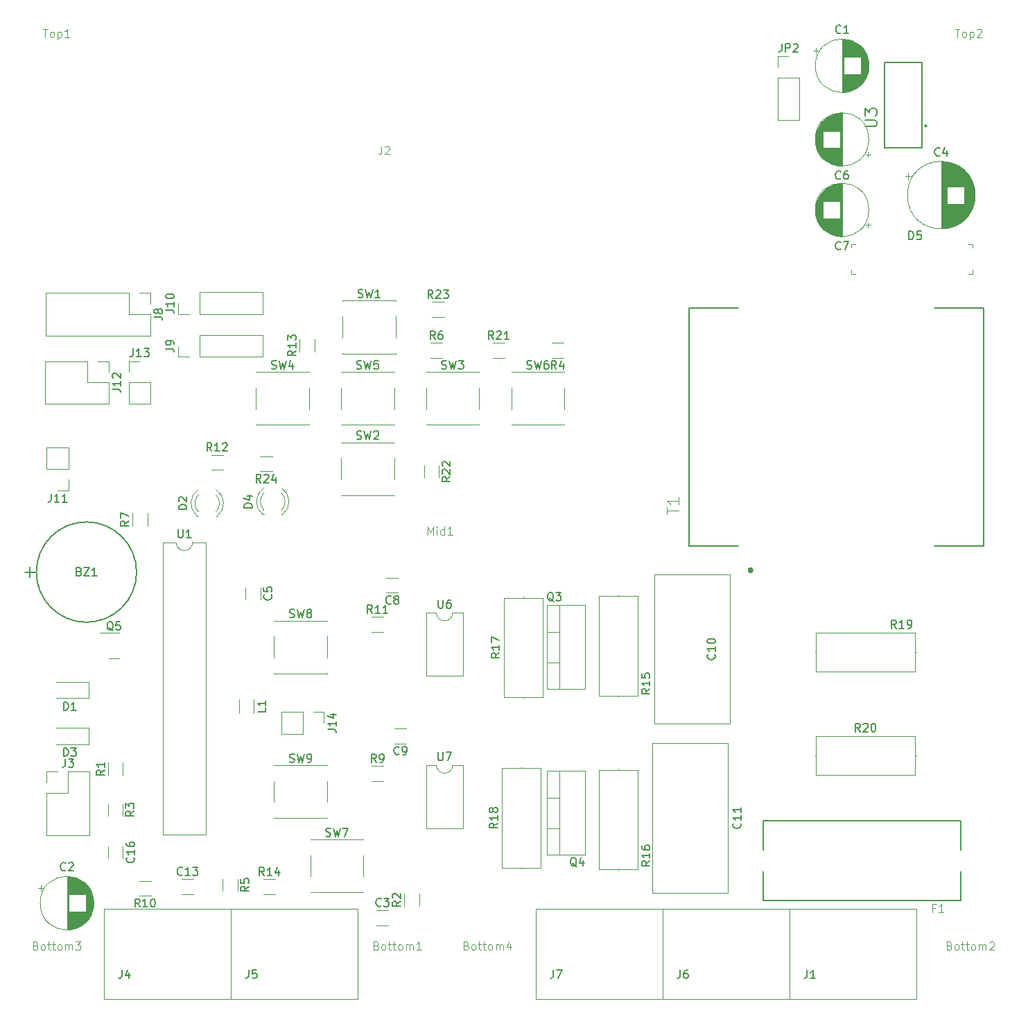
<source format=gbr>
%TF.GenerationSoftware,KiCad,Pcbnew,7.0.9*%
%TF.CreationDate,2025-01-17T20:12:22+02:00*%
%TF.ProjectId,varaajamonitori,76617261-616a-4616-9d6f-6e69746f7269,rev?*%
%TF.SameCoordinates,Original*%
%TF.FileFunction,Legend,Top*%
%TF.FilePolarity,Positive*%
%FSLAX46Y46*%
G04 Gerber Fmt 4.6, Leading zero omitted, Abs format (unit mm)*
G04 Created by KiCad (PCBNEW 7.0.9) date 2025-01-17 20:12:22*
%MOMM*%
%LPD*%
G01*
G04 APERTURE LIST*
%ADD10C,0.150000*%
%ADD11C,0.100000*%
%ADD12C,0.015000*%
%ADD13C,0.120000*%
%ADD14C,0.127000*%
%ADD15C,0.300000*%
%ADD16C,0.200000*%
%ADD17C,0.152400*%
G04 APERTURE END LIST*
D10*
X155711905Y-57204819D02*
X155711905Y-56204819D01*
X155711905Y-56204819D02*
X155950000Y-56204819D01*
X155950000Y-56204819D02*
X156092857Y-56252438D01*
X156092857Y-56252438D02*
X156188095Y-56347676D01*
X156188095Y-56347676D02*
X156235714Y-56442914D01*
X156235714Y-56442914D02*
X156283333Y-56633390D01*
X156283333Y-56633390D02*
X156283333Y-56776247D01*
X156283333Y-56776247D02*
X156235714Y-56966723D01*
X156235714Y-56966723D02*
X156188095Y-57061961D01*
X156188095Y-57061961D02*
X156092857Y-57157200D01*
X156092857Y-57157200D02*
X155950000Y-57204819D01*
X155950000Y-57204819D02*
X155711905Y-57204819D01*
X157188095Y-56204819D02*
X156711905Y-56204819D01*
X156711905Y-56204819D02*
X156664286Y-56681009D01*
X156664286Y-56681009D02*
X156711905Y-56633390D01*
X156711905Y-56633390D02*
X156807143Y-56585771D01*
X156807143Y-56585771D02*
X157045238Y-56585771D01*
X157045238Y-56585771D02*
X157140476Y-56633390D01*
X157140476Y-56633390D02*
X157188095Y-56681009D01*
X157188095Y-56681009D02*
X157235714Y-56776247D01*
X157235714Y-56776247D02*
X157235714Y-57014342D01*
X157235714Y-57014342D02*
X157188095Y-57109580D01*
X157188095Y-57109580D02*
X157140476Y-57157200D01*
X157140476Y-57157200D02*
X157045238Y-57204819D01*
X157045238Y-57204819D02*
X156807143Y-57204819D01*
X156807143Y-57204819D02*
X156711905Y-57157200D01*
X156711905Y-57157200D02*
X156664286Y-57109580D01*
X143266666Y-146363419D02*
X143266666Y-147077704D01*
X143266666Y-147077704D02*
X143219047Y-147220561D01*
X143219047Y-147220561D02*
X143123809Y-147315800D01*
X143123809Y-147315800D02*
X142980952Y-147363419D01*
X142980952Y-147363419D02*
X142885714Y-147363419D01*
X144266666Y-147363419D02*
X143695238Y-147363419D01*
X143980952Y-147363419D02*
X143980952Y-146363419D01*
X143980952Y-146363419D02*
X143885714Y-146506276D01*
X143885714Y-146506276D02*
X143790476Y-146601514D01*
X143790476Y-146601514D02*
X143695238Y-146649133D01*
X59566666Y-146372019D02*
X59566666Y-147086304D01*
X59566666Y-147086304D02*
X59519047Y-147229161D01*
X59519047Y-147229161D02*
X59423809Y-147324400D01*
X59423809Y-147324400D02*
X59280952Y-147372019D01*
X59280952Y-147372019D02*
X59185714Y-147372019D01*
X60471428Y-146705352D02*
X60471428Y-147372019D01*
X60233333Y-146324400D02*
X59995238Y-147038685D01*
X59995238Y-147038685D02*
X60614285Y-147038685D01*
X75066666Y-146363419D02*
X75066666Y-147077704D01*
X75066666Y-147077704D02*
X75019047Y-147220561D01*
X75019047Y-147220561D02*
X74923809Y-147315800D01*
X74923809Y-147315800D02*
X74780952Y-147363419D01*
X74780952Y-147363419D02*
X74685714Y-147363419D01*
X76019047Y-146363419D02*
X75542857Y-146363419D01*
X75542857Y-146363419D02*
X75495238Y-146839609D01*
X75495238Y-146839609D02*
X75542857Y-146791990D01*
X75542857Y-146791990D02*
X75638095Y-146744371D01*
X75638095Y-146744371D02*
X75876190Y-146744371D01*
X75876190Y-146744371D02*
X75971428Y-146791990D01*
X75971428Y-146791990D02*
X76019047Y-146839609D01*
X76019047Y-146839609D02*
X76066666Y-146934847D01*
X76066666Y-146934847D02*
X76066666Y-147172942D01*
X76066666Y-147172942D02*
X76019047Y-147268180D01*
X76019047Y-147268180D02*
X75971428Y-147315800D01*
X75971428Y-147315800D02*
X75876190Y-147363419D01*
X75876190Y-147363419D02*
X75638095Y-147363419D01*
X75638095Y-147363419D02*
X75542857Y-147315800D01*
X75542857Y-147315800D02*
X75495238Y-147268180D01*
X127766666Y-146363419D02*
X127766666Y-147077704D01*
X127766666Y-147077704D02*
X127719047Y-147220561D01*
X127719047Y-147220561D02*
X127623809Y-147315800D01*
X127623809Y-147315800D02*
X127480952Y-147363419D01*
X127480952Y-147363419D02*
X127385714Y-147363419D01*
X128671428Y-146363419D02*
X128480952Y-146363419D01*
X128480952Y-146363419D02*
X128385714Y-146411038D01*
X128385714Y-146411038D02*
X128338095Y-146458657D01*
X128338095Y-146458657D02*
X128242857Y-146601514D01*
X128242857Y-146601514D02*
X128195238Y-146791990D01*
X128195238Y-146791990D02*
X128195238Y-147172942D01*
X128195238Y-147172942D02*
X128242857Y-147268180D01*
X128242857Y-147268180D02*
X128290476Y-147315800D01*
X128290476Y-147315800D02*
X128385714Y-147363419D01*
X128385714Y-147363419D02*
X128576190Y-147363419D01*
X128576190Y-147363419D02*
X128671428Y-147315800D01*
X128671428Y-147315800D02*
X128719047Y-147268180D01*
X128719047Y-147268180D02*
X128766666Y-147172942D01*
X128766666Y-147172942D02*
X128766666Y-146934847D01*
X128766666Y-146934847D02*
X128719047Y-146839609D01*
X128719047Y-146839609D02*
X128671428Y-146791990D01*
X128671428Y-146791990D02*
X128576190Y-146744371D01*
X128576190Y-146744371D02*
X128385714Y-146744371D01*
X128385714Y-146744371D02*
X128290476Y-146791990D01*
X128290476Y-146791990D02*
X128242857Y-146839609D01*
X128242857Y-146839609D02*
X128195238Y-146934847D01*
X112266666Y-146363419D02*
X112266666Y-147077704D01*
X112266666Y-147077704D02*
X112219047Y-147220561D01*
X112219047Y-147220561D02*
X112123809Y-147315800D01*
X112123809Y-147315800D02*
X111980952Y-147363419D01*
X111980952Y-147363419D02*
X111885714Y-147363419D01*
X112647619Y-146363419D02*
X113314285Y-146363419D01*
X113314285Y-146363419D02*
X112885714Y-147363419D01*
X88266667Y-81557200D02*
X88409524Y-81604819D01*
X88409524Y-81604819D02*
X88647619Y-81604819D01*
X88647619Y-81604819D02*
X88742857Y-81557200D01*
X88742857Y-81557200D02*
X88790476Y-81509580D01*
X88790476Y-81509580D02*
X88838095Y-81414342D01*
X88838095Y-81414342D02*
X88838095Y-81319104D01*
X88838095Y-81319104D02*
X88790476Y-81223866D01*
X88790476Y-81223866D02*
X88742857Y-81176247D01*
X88742857Y-81176247D02*
X88647619Y-81128628D01*
X88647619Y-81128628D02*
X88457143Y-81081009D01*
X88457143Y-81081009D02*
X88361905Y-81033390D01*
X88361905Y-81033390D02*
X88314286Y-80985771D01*
X88314286Y-80985771D02*
X88266667Y-80890533D01*
X88266667Y-80890533D02*
X88266667Y-80795295D01*
X88266667Y-80795295D02*
X88314286Y-80700057D01*
X88314286Y-80700057D02*
X88361905Y-80652438D01*
X88361905Y-80652438D02*
X88457143Y-80604819D01*
X88457143Y-80604819D02*
X88695238Y-80604819D01*
X88695238Y-80604819D02*
X88838095Y-80652438D01*
X89171429Y-80604819D02*
X89409524Y-81604819D01*
X89409524Y-81604819D02*
X89600000Y-80890533D01*
X89600000Y-80890533D02*
X89790476Y-81604819D01*
X89790476Y-81604819D02*
X90028572Y-80604819D01*
X90361905Y-80700057D02*
X90409524Y-80652438D01*
X90409524Y-80652438D02*
X90504762Y-80604819D01*
X90504762Y-80604819D02*
X90742857Y-80604819D01*
X90742857Y-80604819D02*
X90838095Y-80652438D01*
X90838095Y-80652438D02*
X90885714Y-80700057D01*
X90885714Y-80700057D02*
X90933333Y-80795295D01*
X90933333Y-80795295D02*
X90933333Y-80890533D01*
X90933333Y-80890533D02*
X90885714Y-81033390D01*
X90885714Y-81033390D02*
X90314286Y-81604819D01*
X90314286Y-81604819D02*
X90933333Y-81604819D01*
X97557142Y-64384819D02*
X97223809Y-63908628D01*
X96985714Y-64384819D02*
X96985714Y-63384819D01*
X96985714Y-63384819D02*
X97366666Y-63384819D01*
X97366666Y-63384819D02*
X97461904Y-63432438D01*
X97461904Y-63432438D02*
X97509523Y-63480057D01*
X97509523Y-63480057D02*
X97557142Y-63575295D01*
X97557142Y-63575295D02*
X97557142Y-63718152D01*
X97557142Y-63718152D02*
X97509523Y-63813390D01*
X97509523Y-63813390D02*
X97461904Y-63861009D01*
X97461904Y-63861009D02*
X97366666Y-63908628D01*
X97366666Y-63908628D02*
X96985714Y-63908628D01*
X97938095Y-63480057D02*
X97985714Y-63432438D01*
X97985714Y-63432438D02*
X98080952Y-63384819D01*
X98080952Y-63384819D02*
X98319047Y-63384819D01*
X98319047Y-63384819D02*
X98414285Y-63432438D01*
X98414285Y-63432438D02*
X98461904Y-63480057D01*
X98461904Y-63480057D02*
X98509523Y-63575295D01*
X98509523Y-63575295D02*
X98509523Y-63670533D01*
X98509523Y-63670533D02*
X98461904Y-63813390D01*
X98461904Y-63813390D02*
X97890476Y-64384819D01*
X97890476Y-64384819D02*
X98509523Y-64384819D01*
X98842857Y-63384819D02*
X99461904Y-63384819D01*
X99461904Y-63384819D02*
X99128571Y-63765771D01*
X99128571Y-63765771D02*
X99271428Y-63765771D01*
X99271428Y-63765771D02*
X99366666Y-63813390D01*
X99366666Y-63813390D02*
X99414285Y-63861009D01*
X99414285Y-63861009D02*
X99461904Y-63956247D01*
X99461904Y-63956247D02*
X99461904Y-64194342D01*
X99461904Y-64194342D02*
X99414285Y-64289580D01*
X99414285Y-64289580D02*
X99366666Y-64337200D01*
X99366666Y-64337200D02*
X99271428Y-64384819D01*
X99271428Y-64384819D02*
X98985714Y-64384819D01*
X98985714Y-64384819D02*
X98890476Y-64337200D01*
X98890476Y-64337200D02*
X98842857Y-64289580D01*
X112633333Y-73024819D02*
X112300000Y-72548628D01*
X112061905Y-73024819D02*
X112061905Y-72024819D01*
X112061905Y-72024819D02*
X112442857Y-72024819D01*
X112442857Y-72024819D02*
X112538095Y-72072438D01*
X112538095Y-72072438D02*
X112585714Y-72120057D01*
X112585714Y-72120057D02*
X112633333Y-72215295D01*
X112633333Y-72215295D02*
X112633333Y-72358152D01*
X112633333Y-72358152D02*
X112585714Y-72453390D01*
X112585714Y-72453390D02*
X112538095Y-72501009D01*
X112538095Y-72501009D02*
X112442857Y-72548628D01*
X112442857Y-72548628D02*
X112061905Y-72548628D01*
X113490476Y-72358152D02*
X113490476Y-73024819D01*
X113252381Y-71977200D02*
X113014286Y-72691485D01*
X113014286Y-72691485D02*
X113633333Y-72691485D01*
X98223095Y-119799819D02*
X98223095Y-120609342D01*
X98223095Y-120609342D02*
X98270714Y-120704580D01*
X98270714Y-120704580D02*
X98318333Y-120752200D01*
X98318333Y-120752200D02*
X98413571Y-120799819D01*
X98413571Y-120799819D02*
X98604047Y-120799819D01*
X98604047Y-120799819D02*
X98699285Y-120752200D01*
X98699285Y-120752200D02*
X98746904Y-120704580D01*
X98746904Y-120704580D02*
X98794523Y-120609342D01*
X98794523Y-120609342D02*
X98794523Y-119799819D01*
X99175476Y-119799819D02*
X99842142Y-119799819D01*
X99842142Y-119799819D02*
X99413571Y-120799819D01*
X70557142Y-83034819D02*
X70223809Y-82558628D01*
X69985714Y-83034819D02*
X69985714Y-82034819D01*
X69985714Y-82034819D02*
X70366666Y-82034819D01*
X70366666Y-82034819D02*
X70461904Y-82082438D01*
X70461904Y-82082438D02*
X70509523Y-82130057D01*
X70509523Y-82130057D02*
X70557142Y-82225295D01*
X70557142Y-82225295D02*
X70557142Y-82368152D01*
X70557142Y-82368152D02*
X70509523Y-82463390D01*
X70509523Y-82463390D02*
X70461904Y-82511009D01*
X70461904Y-82511009D02*
X70366666Y-82558628D01*
X70366666Y-82558628D02*
X69985714Y-82558628D01*
X71509523Y-83034819D02*
X70938095Y-83034819D01*
X71223809Y-83034819D02*
X71223809Y-82034819D01*
X71223809Y-82034819D02*
X71128571Y-82177676D01*
X71128571Y-82177676D02*
X71033333Y-82272914D01*
X71033333Y-82272914D02*
X70938095Y-82320533D01*
X71890476Y-82130057D02*
X71938095Y-82082438D01*
X71938095Y-82082438D02*
X72033333Y-82034819D01*
X72033333Y-82034819D02*
X72271428Y-82034819D01*
X72271428Y-82034819D02*
X72366666Y-82082438D01*
X72366666Y-82082438D02*
X72414285Y-82130057D01*
X72414285Y-82130057D02*
X72461904Y-82225295D01*
X72461904Y-82225295D02*
X72461904Y-82320533D01*
X72461904Y-82320533D02*
X72414285Y-82463390D01*
X72414285Y-82463390D02*
X71842857Y-83034819D01*
X71842857Y-83034819D02*
X72461904Y-83034819D01*
X75074819Y-136166666D02*
X74598628Y-136499999D01*
X75074819Y-136738094D02*
X74074819Y-136738094D01*
X74074819Y-136738094D02*
X74074819Y-136357142D01*
X74074819Y-136357142D02*
X74122438Y-136261904D01*
X74122438Y-136261904D02*
X74170057Y-136214285D01*
X74170057Y-136214285D02*
X74265295Y-136166666D01*
X74265295Y-136166666D02*
X74408152Y-136166666D01*
X74408152Y-136166666D02*
X74503390Y-136214285D01*
X74503390Y-136214285D02*
X74551009Y-136261904D01*
X74551009Y-136261904D02*
X74598628Y-136357142D01*
X74598628Y-136357142D02*
X74598628Y-136738094D01*
X74074819Y-135261904D02*
X74074819Y-135738094D01*
X74074819Y-135738094D02*
X74551009Y-135785713D01*
X74551009Y-135785713D02*
X74503390Y-135738094D01*
X74503390Y-135738094D02*
X74455771Y-135642856D01*
X74455771Y-135642856D02*
X74455771Y-135404761D01*
X74455771Y-135404761D02*
X74503390Y-135309523D01*
X74503390Y-135309523D02*
X74551009Y-135261904D01*
X74551009Y-135261904D02*
X74646247Y-135214285D01*
X74646247Y-135214285D02*
X74884342Y-135214285D01*
X74884342Y-135214285D02*
X74979580Y-135261904D01*
X74979580Y-135261904D02*
X75027200Y-135309523D01*
X75027200Y-135309523D02*
X75074819Y-135404761D01*
X75074819Y-135404761D02*
X75074819Y-135642856D01*
X75074819Y-135642856D02*
X75027200Y-135738094D01*
X75027200Y-135738094D02*
X74979580Y-135785713D01*
X66448095Y-92624819D02*
X66448095Y-93434342D01*
X66448095Y-93434342D02*
X66495714Y-93529580D01*
X66495714Y-93529580D02*
X66543333Y-93577200D01*
X66543333Y-93577200D02*
X66638571Y-93624819D01*
X66638571Y-93624819D02*
X66829047Y-93624819D01*
X66829047Y-93624819D02*
X66924285Y-93577200D01*
X66924285Y-93577200D02*
X66971904Y-93529580D01*
X66971904Y-93529580D02*
X67019523Y-93434342D01*
X67019523Y-93434342D02*
X67019523Y-92624819D01*
X68019523Y-93624819D02*
X67448095Y-93624819D01*
X67733809Y-93624819D02*
X67733809Y-92624819D01*
X67733809Y-92624819D02*
X67638571Y-92767676D01*
X67638571Y-92767676D02*
X67543333Y-92862914D01*
X67543333Y-92862914D02*
X67448095Y-92910533D01*
X67494819Y-90143094D02*
X66494819Y-90143094D01*
X66494819Y-90143094D02*
X66494819Y-89904999D01*
X66494819Y-89904999D02*
X66542438Y-89762142D01*
X66542438Y-89762142D02*
X66637676Y-89666904D01*
X66637676Y-89666904D02*
X66732914Y-89619285D01*
X66732914Y-89619285D02*
X66923390Y-89571666D01*
X66923390Y-89571666D02*
X67066247Y-89571666D01*
X67066247Y-89571666D02*
X67256723Y-89619285D01*
X67256723Y-89619285D02*
X67351961Y-89666904D01*
X67351961Y-89666904D02*
X67447200Y-89762142D01*
X67447200Y-89762142D02*
X67494819Y-89904999D01*
X67494819Y-89904999D02*
X67494819Y-90143094D01*
X66590057Y-89190713D02*
X66542438Y-89143094D01*
X66542438Y-89143094D02*
X66494819Y-89047856D01*
X66494819Y-89047856D02*
X66494819Y-88809761D01*
X66494819Y-88809761D02*
X66542438Y-88714523D01*
X66542438Y-88714523D02*
X66590057Y-88666904D01*
X66590057Y-88666904D02*
X66685295Y-88619285D01*
X66685295Y-88619285D02*
X66780533Y-88619285D01*
X66780533Y-88619285D02*
X66923390Y-88666904D01*
X66923390Y-88666904D02*
X67494819Y-89238332D01*
X67494819Y-89238332D02*
X67494819Y-88619285D01*
X124054819Y-133042857D02*
X123578628Y-133376190D01*
X124054819Y-133614285D02*
X123054819Y-133614285D01*
X123054819Y-133614285D02*
X123054819Y-133233333D01*
X123054819Y-133233333D02*
X123102438Y-133138095D01*
X123102438Y-133138095D02*
X123150057Y-133090476D01*
X123150057Y-133090476D02*
X123245295Y-133042857D01*
X123245295Y-133042857D02*
X123388152Y-133042857D01*
X123388152Y-133042857D02*
X123483390Y-133090476D01*
X123483390Y-133090476D02*
X123531009Y-133138095D01*
X123531009Y-133138095D02*
X123578628Y-133233333D01*
X123578628Y-133233333D02*
X123578628Y-133614285D01*
X124054819Y-132090476D02*
X124054819Y-132661904D01*
X124054819Y-132376190D02*
X123054819Y-132376190D01*
X123054819Y-132376190D02*
X123197676Y-132471428D01*
X123197676Y-132471428D02*
X123292914Y-132566666D01*
X123292914Y-132566666D02*
X123340533Y-132661904D01*
X123054819Y-131233333D02*
X123054819Y-131423809D01*
X123054819Y-131423809D02*
X123102438Y-131519047D01*
X123102438Y-131519047D02*
X123150057Y-131566666D01*
X123150057Y-131566666D02*
X123292914Y-131661904D01*
X123292914Y-131661904D02*
X123483390Y-131709523D01*
X123483390Y-131709523D02*
X123864342Y-131709523D01*
X123864342Y-131709523D02*
X123959580Y-131661904D01*
X123959580Y-131661904D02*
X124007200Y-131614285D01*
X124007200Y-131614285D02*
X124054819Y-131519047D01*
X124054819Y-131519047D02*
X124054819Y-131328571D01*
X124054819Y-131328571D02*
X124007200Y-131233333D01*
X124007200Y-131233333D02*
X123959580Y-131185714D01*
X123959580Y-131185714D02*
X123864342Y-131138095D01*
X123864342Y-131138095D02*
X123626247Y-131138095D01*
X123626247Y-131138095D02*
X123531009Y-131185714D01*
X123531009Y-131185714D02*
X123483390Y-131233333D01*
X123483390Y-131233333D02*
X123435771Y-131328571D01*
X123435771Y-131328571D02*
X123435771Y-131519047D01*
X123435771Y-131519047D02*
X123483390Y-131614285D01*
X123483390Y-131614285D02*
X123531009Y-131661904D01*
X123531009Y-131661904D02*
X123626247Y-131709523D01*
X64924819Y-70533333D02*
X65639104Y-70533333D01*
X65639104Y-70533333D02*
X65781961Y-70580952D01*
X65781961Y-70580952D02*
X65877200Y-70676190D01*
X65877200Y-70676190D02*
X65924819Y-70819047D01*
X65924819Y-70819047D02*
X65924819Y-70914285D01*
X65924819Y-70009523D02*
X65924819Y-69819047D01*
X65924819Y-69819047D02*
X65877200Y-69723809D01*
X65877200Y-69723809D02*
X65829580Y-69676190D01*
X65829580Y-69676190D02*
X65686723Y-69580952D01*
X65686723Y-69580952D02*
X65496247Y-69533333D01*
X65496247Y-69533333D02*
X65115295Y-69533333D01*
X65115295Y-69533333D02*
X65020057Y-69580952D01*
X65020057Y-69580952D02*
X64972438Y-69628571D01*
X64972438Y-69628571D02*
X64924819Y-69723809D01*
X64924819Y-69723809D02*
X64924819Y-69914285D01*
X64924819Y-69914285D02*
X64972438Y-70009523D01*
X64972438Y-70009523D02*
X65020057Y-70057142D01*
X65020057Y-70057142D02*
X65115295Y-70104761D01*
X65115295Y-70104761D02*
X65353390Y-70104761D01*
X65353390Y-70104761D02*
X65448628Y-70057142D01*
X65448628Y-70057142D02*
X65496247Y-70009523D01*
X65496247Y-70009523D02*
X65543866Y-69914285D01*
X65543866Y-69914285D02*
X65543866Y-69723809D01*
X65543866Y-69723809D02*
X65496247Y-69628571D01*
X65496247Y-69628571D02*
X65448628Y-69580952D01*
X65448628Y-69580952D02*
X65353390Y-69533333D01*
X93433333Y-120009580D02*
X93385714Y-120057200D01*
X93385714Y-120057200D02*
X93242857Y-120104819D01*
X93242857Y-120104819D02*
X93147619Y-120104819D01*
X93147619Y-120104819D02*
X93004762Y-120057200D01*
X93004762Y-120057200D02*
X92909524Y-119961961D01*
X92909524Y-119961961D02*
X92861905Y-119866723D01*
X92861905Y-119866723D02*
X92814286Y-119676247D01*
X92814286Y-119676247D02*
X92814286Y-119533390D01*
X92814286Y-119533390D02*
X92861905Y-119342914D01*
X92861905Y-119342914D02*
X92909524Y-119247676D01*
X92909524Y-119247676D02*
X93004762Y-119152438D01*
X93004762Y-119152438D02*
X93147619Y-119104819D01*
X93147619Y-119104819D02*
X93242857Y-119104819D01*
X93242857Y-119104819D02*
X93385714Y-119152438D01*
X93385714Y-119152438D02*
X93433333Y-119200057D01*
X93909524Y-120104819D02*
X94100000Y-120104819D01*
X94100000Y-120104819D02*
X94195238Y-120057200D01*
X94195238Y-120057200D02*
X94242857Y-120009580D01*
X94242857Y-120009580D02*
X94338095Y-119866723D01*
X94338095Y-119866723D02*
X94385714Y-119676247D01*
X94385714Y-119676247D02*
X94385714Y-119295295D01*
X94385714Y-119295295D02*
X94338095Y-119200057D01*
X94338095Y-119200057D02*
X94290476Y-119152438D01*
X94290476Y-119152438D02*
X94195238Y-119104819D01*
X94195238Y-119104819D02*
X94004762Y-119104819D01*
X94004762Y-119104819D02*
X93909524Y-119152438D01*
X93909524Y-119152438D02*
X93861905Y-119200057D01*
X93861905Y-119200057D02*
X93814286Y-119295295D01*
X93814286Y-119295295D02*
X93814286Y-119533390D01*
X93814286Y-119533390D02*
X93861905Y-119628628D01*
X93861905Y-119628628D02*
X93909524Y-119676247D01*
X93909524Y-119676247D02*
X94004762Y-119723866D01*
X94004762Y-119723866D02*
X94195238Y-119723866D01*
X94195238Y-119723866D02*
X94290476Y-119676247D01*
X94290476Y-119676247D02*
X94338095Y-119628628D01*
X94338095Y-119628628D02*
X94385714Y-119533390D01*
X99674819Y-86192857D02*
X99198628Y-86526190D01*
X99674819Y-86764285D02*
X98674819Y-86764285D01*
X98674819Y-86764285D02*
X98674819Y-86383333D01*
X98674819Y-86383333D02*
X98722438Y-86288095D01*
X98722438Y-86288095D02*
X98770057Y-86240476D01*
X98770057Y-86240476D02*
X98865295Y-86192857D01*
X98865295Y-86192857D02*
X99008152Y-86192857D01*
X99008152Y-86192857D02*
X99103390Y-86240476D01*
X99103390Y-86240476D02*
X99151009Y-86288095D01*
X99151009Y-86288095D02*
X99198628Y-86383333D01*
X99198628Y-86383333D02*
X99198628Y-86764285D01*
X98770057Y-85811904D02*
X98722438Y-85764285D01*
X98722438Y-85764285D02*
X98674819Y-85669047D01*
X98674819Y-85669047D02*
X98674819Y-85430952D01*
X98674819Y-85430952D02*
X98722438Y-85335714D01*
X98722438Y-85335714D02*
X98770057Y-85288095D01*
X98770057Y-85288095D02*
X98865295Y-85240476D01*
X98865295Y-85240476D02*
X98960533Y-85240476D01*
X98960533Y-85240476D02*
X99103390Y-85288095D01*
X99103390Y-85288095D02*
X99674819Y-85859523D01*
X99674819Y-85859523D02*
X99674819Y-85240476D01*
X98770057Y-84859523D02*
X98722438Y-84811904D01*
X98722438Y-84811904D02*
X98674819Y-84716666D01*
X98674819Y-84716666D02*
X98674819Y-84478571D01*
X98674819Y-84478571D02*
X98722438Y-84383333D01*
X98722438Y-84383333D02*
X98770057Y-84335714D01*
X98770057Y-84335714D02*
X98865295Y-84288095D01*
X98865295Y-84288095D02*
X98960533Y-84288095D01*
X98960533Y-84288095D02*
X99103390Y-84335714D01*
X99103390Y-84335714D02*
X99674819Y-84907142D01*
X99674819Y-84907142D02*
X99674819Y-84288095D01*
X93634819Y-137966666D02*
X93158628Y-138299999D01*
X93634819Y-138538094D02*
X92634819Y-138538094D01*
X92634819Y-138538094D02*
X92634819Y-138157142D01*
X92634819Y-138157142D02*
X92682438Y-138061904D01*
X92682438Y-138061904D02*
X92730057Y-138014285D01*
X92730057Y-138014285D02*
X92825295Y-137966666D01*
X92825295Y-137966666D02*
X92968152Y-137966666D01*
X92968152Y-137966666D02*
X93063390Y-138014285D01*
X93063390Y-138014285D02*
X93111009Y-138061904D01*
X93111009Y-138061904D02*
X93158628Y-138157142D01*
X93158628Y-138157142D02*
X93158628Y-138538094D01*
X92730057Y-137585713D02*
X92682438Y-137538094D01*
X92682438Y-137538094D02*
X92634819Y-137442856D01*
X92634819Y-137442856D02*
X92634819Y-137204761D01*
X92634819Y-137204761D02*
X92682438Y-137109523D01*
X92682438Y-137109523D02*
X92730057Y-137061904D01*
X92730057Y-137061904D02*
X92825295Y-137014285D01*
X92825295Y-137014285D02*
X92920533Y-137014285D01*
X92920533Y-137014285D02*
X93063390Y-137061904D01*
X93063390Y-137061904D02*
X93634819Y-137633332D01*
X93634819Y-137633332D02*
X93634819Y-137014285D01*
D11*
X161333333Y-31517419D02*
X161904761Y-31517419D01*
X161619047Y-32517419D02*
X161619047Y-31517419D01*
X162380952Y-32517419D02*
X162285714Y-32469800D01*
X162285714Y-32469800D02*
X162238095Y-32422180D01*
X162238095Y-32422180D02*
X162190476Y-32326942D01*
X162190476Y-32326942D02*
X162190476Y-32041228D01*
X162190476Y-32041228D02*
X162238095Y-31945990D01*
X162238095Y-31945990D02*
X162285714Y-31898371D01*
X162285714Y-31898371D02*
X162380952Y-31850752D01*
X162380952Y-31850752D02*
X162523809Y-31850752D01*
X162523809Y-31850752D02*
X162619047Y-31898371D01*
X162619047Y-31898371D02*
X162666666Y-31945990D01*
X162666666Y-31945990D02*
X162714285Y-32041228D01*
X162714285Y-32041228D02*
X162714285Y-32326942D01*
X162714285Y-32326942D02*
X162666666Y-32422180D01*
X162666666Y-32422180D02*
X162619047Y-32469800D01*
X162619047Y-32469800D02*
X162523809Y-32517419D01*
X162523809Y-32517419D02*
X162380952Y-32517419D01*
X163142857Y-31850752D02*
X163142857Y-32850752D01*
X163142857Y-31898371D02*
X163238095Y-31850752D01*
X163238095Y-31850752D02*
X163428571Y-31850752D01*
X163428571Y-31850752D02*
X163523809Y-31898371D01*
X163523809Y-31898371D02*
X163571428Y-31945990D01*
X163571428Y-31945990D02*
X163619047Y-32041228D01*
X163619047Y-32041228D02*
X163619047Y-32326942D01*
X163619047Y-32326942D02*
X163571428Y-32422180D01*
X163571428Y-32422180D02*
X163523809Y-32469800D01*
X163523809Y-32469800D02*
X163428571Y-32517419D01*
X163428571Y-32517419D02*
X163238095Y-32517419D01*
X163238095Y-32517419D02*
X163142857Y-32469800D01*
X164000000Y-31612657D02*
X164047619Y-31565038D01*
X164047619Y-31565038D02*
X164142857Y-31517419D01*
X164142857Y-31517419D02*
X164380952Y-31517419D01*
X164380952Y-31517419D02*
X164476190Y-31565038D01*
X164476190Y-31565038D02*
X164523809Y-31612657D01*
X164523809Y-31612657D02*
X164571428Y-31707895D01*
X164571428Y-31707895D02*
X164571428Y-31803133D01*
X164571428Y-31803133D02*
X164523809Y-31945990D01*
X164523809Y-31945990D02*
X163952381Y-32517419D01*
X163952381Y-32517419D02*
X164571428Y-32517419D01*
X91266666Y-45807419D02*
X91266666Y-46521704D01*
X91266666Y-46521704D02*
X91219047Y-46664561D01*
X91219047Y-46664561D02*
X91123809Y-46759800D01*
X91123809Y-46759800D02*
X90980952Y-46807419D01*
X90980952Y-46807419D02*
X90885714Y-46807419D01*
X91695238Y-45902657D02*
X91742857Y-45855038D01*
X91742857Y-45855038D02*
X91838095Y-45807419D01*
X91838095Y-45807419D02*
X92076190Y-45807419D01*
X92076190Y-45807419D02*
X92171428Y-45855038D01*
X92171428Y-45855038D02*
X92219047Y-45902657D01*
X92219047Y-45902657D02*
X92266666Y-45997895D01*
X92266666Y-45997895D02*
X92266666Y-46093133D01*
X92266666Y-46093133D02*
X92219047Y-46235990D01*
X92219047Y-46235990D02*
X91647619Y-46807419D01*
X91647619Y-46807419D02*
X92266666Y-46807419D01*
D10*
X149757142Y-117284819D02*
X149423809Y-116808628D01*
X149185714Y-117284819D02*
X149185714Y-116284819D01*
X149185714Y-116284819D02*
X149566666Y-116284819D01*
X149566666Y-116284819D02*
X149661904Y-116332438D01*
X149661904Y-116332438D02*
X149709523Y-116380057D01*
X149709523Y-116380057D02*
X149757142Y-116475295D01*
X149757142Y-116475295D02*
X149757142Y-116618152D01*
X149757142Y-116618152D02*
X149709523Y-116713390D01*
X149709523Y-116713390D02*
X149661904Y-116761009D01*
X149661904Y-116761009D02*
X149566666Y-116808628D01*
X149566666Y-116808628D02*
X149185714Y-116808628D01*
X150138095Y-116380057D02*
X150185714Y-116332438D01*
X150185714Y-116332438D02*
X150280952Y-116284819D01*
X150280952Y-116284819D02*
X150519047Y-116284819D01*
X150519047Y-116284819D02*
X150614285Y-116332438D01*
X150614285Y-116332438D02*
X150661904Y-116380057D01*
X150661904Y-116380057D02*
X150709523Y-116475295D01*
X150709523Y-116475295D02*
X150709523Y-116570533D01*
X150709523Y-116570533D02*
X150661904Y-116713390D01*
X150661904Y-116713390D02*
X150090476Y-117284819D01*
X150090476Y-117284819D02*
X150709523Y-117284819D01*
X151328571Y-116284819D02*
X151423809Y-116284819D01*
X151423809Y-116284819D02*
X151519047Y-116332438D01*
X151519047Y-116332438D02*
X151566666Y-116380057D01*
X151566666Y-116380057D02*
X151614285Y-116475295D01*
X151614285Y-116475295D02*
X151661904Y-116665771D01*
X151661904Y-116665771D02*
X151661904Y-116903866D01*
X151661904Y-116903866D02*
X151614285Y-117094342D01*
X151614285Y-117094342D02*
X151566666Y-117189580D01*
X151566666Y-117189580D02*
X151519047Y-117237200D01*
X151519047Y-117237200D02*
X151423809Y-117284819D01*
X151423809Y-117284819D02*
X151328571Y-117284819D01*
X151328571Y-117284819D02*
X151233333Y-117237200D01*
X151233333Y-117237200D02*
X151185714Y-117189580D01*
X151185714Y-117189580D02*
X151138095Y-117094342D01*
X151138095Y-117094342D02*
X151090476Y-116903866D01*
X151090476Y-116903866D02*
X151090476Y-116665771D01*
X151090476Y-116665771D02*
X151138095Y-116475295D01*
X151138095Y-116475295D02*
X151185714Y-116380057D01*
X151185714Y-116380057D02*
X151233333Y-116332438D01*
X151233333Y-116332438D02*
X151328571Y-116284819D01*
X98223095Y-101199819D02*
X98223095Y-102009342D01*
X98223095Y-102009342D02*
X98270714Y-102104580D01*
X98270714Y-102104580D02*
X98318333Y-102152200D01*
X98318333Y-102152200D02*
X98413571Y-102199819D01*
X98413571Y-102199819D02*
X98604047Y-102199819D01*
X98604047Y-102199819D02*
X98699285Y-102152200D01*
X98699285Y-102152200D02*
X98746904Y-102104580D01*
X98746904Y-102104580D02*
X98794523Y-102009342D01*
X98794523Y-102009342D02*
X98794523Y-101199819D01*
X99699285Y-101199819D02*
X99508809Y-101199819D01*
X99508809Y-101199819D02*
X99413571Y-101247438D01*
X99413571Y-101247438D02*
X99365952Y-101295057D01*
X99365952Y-101295057D02*
X99270714Y-101437914D01*
X99270714Y-101437914D02*
X99223095Y-101628390D01*
X99223095Y-101628390D02*
X99223095Y-102009342D01*
X99223095Y-102009342D02*
X99270714Y-102104580D01*
X99270714Y-102104580D02*
X99318333Y-102152200D01*
X99318333Y-102152200D02*
X99413571Y-102199819D01*
X99413571Y-102199819D02*
X99604047Y-102199819D01*
X99604047Y-102199819D02*
X99699285Y-102152200D01*
X99699285Y-102152200D02*
X99746904Y-102104580D01*
X99746904Y-102104580D02*
X99794523Y-102009342D01*
X99794523Y-102009342D02*
X99794523Y-101771247D01*
X99794523Y-101771247D02*
X99746904Y-101676009D01*
X99746904Y-101676009D02*
X99699285Y-101628390D01*
X99699285Y-101628390D02*
X99604047Y-101580771D01*
X99604047Y-101580771D02*
X99413571Y-101580771D01*
X99413571Y-101580771D02*
X99318333Y-101628390D01*
X99318333Y-101628390D02*
X99270714Y-101676009D01*
X99270714Y-101676009D02*
X99223095Y-101771247D01*
X77809580Y-100566666D02*
X77857200Y-100614285D01*
X77857200Y-100614285D02*
X77904819Y-100757142D01*
X77904819Y-100757142D02*
X77904819Y-100852380D01*
X77904819Y-100852380D02*
X77857200Y-100995237D01*
X77857200Y-100995237D02*
X77761961Y-101090475D01*
X77761961Y-101090475D02*
X77666723Y-101138094D01*
X77666723Y-101138094D02*
X77476247Y-101185713D01*
X77476247Y-101185713D02*
X77333390Y-101185713D01*
X77333390Y-101185713D02*
X77142914Y-101138094D01*
X77142914Y-101138094D02*
X77047676Y-101090475D01*
X77047676Y-101090475D02*
X76952438Y-100995237D01*
X76952438Y-100995237D02*
X76904819Y-100852380D01*
X76904819Y-100852380D02*
X76904819Y-100757142D01*
X76904819Y-100757142D02*
X76952438Y-100614285D01*
X76952438Y-100614285D02*
X77000057Y-100566666D01*
X76904819Y-99661904D02*
X76904819Y-100138094D01*
X76904819Y-100138094D02*
X77381009Y-100185713D01*
X77381009Y-100185713D02*
X77333390Y-100138094D01*
X77333390Y-100138094D02*
X77285771Y-100042856D01*
X77285771Y-100042856D02*
X77285771Y-99804761D01*
X77285771Y-99804761D02*
X77333390Y-99709523D01*
X77333390Y-99709523D02*
X77381009Y-99661904D01*
X77381009Y-99661904D02*
X77476247Y-99614285D01*
X77476247Y-99614285D02*
X77714342Y-99614285D01*
X77714342Y-99614285D02*
X77809580Y-99661904D01*
X77809580Y-99661904D02*
X77857200Y-99709523D01*
X77857200Y-99709523D02*
X77904819Y-99804761D01*
X77904819Y-99804761D02*
X77904819Y-100042856D01*
X77904819Y-100042856D02*
X77857200Y-100138094D01*
X77857200Y-100138094D02*
X77809580Y-100185713D01*
D12*
X158891666Y-138773029D02*
X158558333Y-138773029D01*
X158558333Y-139296839D02*
X158558333Y-138296839D01*
X158558333Y-138296839D02*
X159034523Y-138296839D01*
X159939285Y-139296839D02*
X159367857Y-139296839D01*
X159653571Y-139296839D02*
X159653571Y-138296839D01*
X159653571Y-138296839D02*
X159558333Y-138439696D01*
X159558333Y-138439696D02*
X159463095Y-138534934D01*
X159463095Y-138534934D02*
X159367857Y-138582553D01*
D10*
X75494819Y-89943094D02*
X74494819Y-89943094D01*
X74494819Y-89943094D02*
X74494819Y-89704999D01*
X74494819Y-89704999D02*
X74542438Y-89562142D01*
X74542438Y-89562142D02*
X74637676Y-89466904D01*
X74637676Y-89466904D02*
X74732914Y-89419285D01*
X74732914Y-89419285D02*
X74923390Y-89371666D01*
X74923390Y-89371666D02*
X75066247Y-89371666D01*
X75066247Y-89371666D02*
X75256723Y-89419285D01*
X75256723Y-89419285D02*
X75351961Y-89466904D01*
X75351961Y-89466904D02*
X75447200Y-89562142D01*
X75447200Y-89562142D02*
X75494819Y-89704999D01*
X75494819Y-89704999D02*
X75494819Y-89943094D01*
X74828152Y-88514523D02*
X75494819Y-88514523D01*
X74447200Y-88752618D02*
X75161485Y-88990713D01*
X75161485Y-88990713D02*
X75161485Y-88371666D01*
X60930476Y-70524819D02*
X60930476Y-71239104D01*
X60930476Y-71239104D02*
X60882857Y-71381961D01*
X60882857Y-71381961D02*
X60787619Y-71477200D01*
X60787619Y-71477200D02*
X60644762Y-71524819D01*
X60644762Y-71524819D02*
X60549524Y-71524819D01*
X61930476Y-71524819D02*
X61359048Y-71524819D01*
X61644762Y-71524819D02*
X61644762Y-70524819D01*
X61644762Y-70524819D02*
X61549524Y-70667676D01*
X61549524Y-70667676D02*
X61454286Y-70762914D01*
X61454286Y-70762914D02*
X61359048Y-70810533D01*
X62263810Y-70524819D02*
X62882857Y-70524819D01*
X62882857Y-70524819D02*
X62549524Y-70905771D01*
X62549524Y-70905771D02*
X62692381Y-70905771D01*
X62692381Y-70905771D02*
X62787619Y-70953390D01*
X62787619Y-70953390D02*
X62835238Y-71001009D01*
X62835238Y-71001009D02*
X62882857Y-71096247D01*
X62882857Y-71096247D02*
X62882857Y-71334342D01*
X62882857Y-71334342D02*
X62835238Y-71429580D01*
X62835238Y-71429580D02*
X62787619Y-71477200D01*
X62787619Y-71477200D02*
X62692381Y-71524819D01*
X62692381Y-71524819D02*
X62406667Y-71524819D01*
X62406667Y-71524819D02*
X62311429Y-71477200D01*
X62311429Y-71477200D02*
X62263810Y-71429580D01*
X61009580Y-132642857D02*
X61057200Y-132690476D01*
X61057200Y-132690476D02*
X61104819Y-132833333D01*
X61104819Y-132833333D02*
X61104819Y-132928571D01*
X61104819Y-132928571D02*
X61057200Y-133071428D01*
X61057200Y-133071428D02*
X60961961Y-133166666D01*
X60961961Y-133166666D02*
X60866723Y-133214285D01*
X60866723Y-133214285D02*
X60676247Y-133261904D01*
X60676247Y-133261904D02*
X60533390Y-133261904D01*
X60533390Y-133261904D02*
X60342914Y-133214285D01*
X60342914Y-133214285D02*
X60247676Y-133166666D01*
X60247676Y-133166666D02*
X60152438Y-133071428D01*
X60152438Y-133071428D02*
X60104819Y-132928571D01*
X60104819Y-132928571D02*
X60104819Y-132833333D01*
X60104819Y-132833333D02*
X60152438Y-132690476D01*
X60152438Y-132690476D02*
X60200057Y-132642857D01*
X61104819Y-131690476D02*
X61104819Y-132261904D01*
X61104819Y-131976190D02*
X60104819Y-131976190D01*
X60104819Y-131976190D02*
X60247676Y-132071428D01*
X60247676Y-132071428D02*
X60342914Y-132166666D01*
X60342914Y-132166666D02*
X60390533Y-132261904D01*
X60104819Y-130833333D02*
X60104819Y-131023809D01*
X60104819Y-131023809D02*
X60152438Y-131119047D01*
X60152438Y-131119047D02*
X60200057Y-131166666D01*
X60200057Y-131166666D02*
X60342914Y-131261904D01*
X60342914Y-131261904D02*
X60533390Y-131309523D01*
X60533390Y-131309523D02*
X60914342Y-131309523D01*
X60914342Y-131309523D02*
X61009580Y-131261904D01*
X61009580Y-131261904D02*
X61057200Y-131214285D01*
X61057200Y-131214285D02*
X61104819Y-131119047D01*
X61104819Y-131119047D02*
X61104819Y-130928571D01*
X61104819Y-130928571D02*
X61057200Y-130833333D01*
X61057200Y-130833333D02*
X61009580Y-130785714D01*
X61009580Y-130785714D02*
X60914342Y-130738095D01*
X60914342Y-130738095D02*
X60676247Y-130738095D01*
X60676247Y-130738095D02*
X60581009Y-130785714D01*
X60581009Y-130785714D02*
X60533390Y-130833333D01*
X60533390Y-130833333D02*
X60485771Y-130928571D01*
X60485771Y-130928571D02*
X60485771Y-131119047D01*
X60485771Y-131119047D02*
X60533390Y-131214285D01*
X60533390Y-131214285D02*
X60581009Y-131261904D01*
X60581009Y-131261904D02*
X60676247Y-131309523D01*
X140166666Y-33324819D02*
X140166666Y-34039104D01*
X140166666Y-34039104D02*
X140119047Y-34181961D01*
X140119047Y-34181961D02*
X140023809Y-34277200D01*
X140023809Y-34277200D02*
X139880952Y-34324819D01*
X139880952Y-34324819D02*
X139785714Y-34324819D01*
X140642857Y-34324819D02*
X140642857Y-33324819D01*
X140642857Y-33324819D02*
X141023809Y-33324819D01*
X141023809Y-33324819D02*
X141119047Y-33372438D01*
X141119047Y-33372438D02*
X141166666Y-33420057D01*
X141166666Y-33420057D02*
X141214285Y-33515295D01*
X141214285Y-33515295D02*
X141214285Y-33658152D01*
X141214285Y-33658152D02*
X141166666Y-33753390D01*
X141166666Y-33753390D02*
X141119047Y-33801009D01*
X141119047Y-33801009D02*
X141023809Y-33848628D01*
X141023809Y-33848628D02*
X140642857Y-33848628D01*
X141595238Y-33420057D02*
X141642857Y-33372438D01*
X141642857Y-33372438D02*
X141738095Y-33324819D01*
X141738095Y-33324819D02*
X141976190Y-33324819D01*
X141976190Y-33324819D02*
X142071428Y-33372438D01*
X142071428Y-33372438D02*
X142119047Y-33420057D01*
X142119047Y-33420057D02*
X142166666Y-33515295D01*
X142166666Y-33515295D02*
X142166666Y-33610533D01*
X142166666Y-33610533D02*
X142119047Y-33753390D01*
X142119047Y-33753390D02*
X141547619Y-34324819D01*
X141547619Y-34324819D02*
X142166666Y-34324819D01*
X77154819Y-114366666D02*
X77154819Y-114842856D01*
X77154819Y-114842856D02*
X76154819Y-114842856D01*
X77154819Y-113509523D02*
X77154819Y-114080951D01*
X77154819Y-113795237D02*
X76154819Y-113795237D01*
X76154819Y-113795237D02*
X76297676Y-113890475D01*
X76297676Y-113890475D02*
X76392914Y-113985713D01*
X76392914Y-113985713D02*
X76440533Y-114080951D01*
D11*
X49052380Y-143393609D02*
X49195237Y-143441228D01*
X49195237Y-143441228D02*
X49242856Y-143488847D01*
X49242856Y-143488847D02*
X49290475Y-143584085D01*
X49290475Y-143584085D02*
X49290475Y-143726942D01*
X49290475Y-143726942D02*
X49242856Y-143822180D01*
X49242856Y-143822180D02*
X49195237Y-143869800D01*
X49195237Y-143869800D02*
X49099999Y-143917419D01*
X49099999Y-143917419D02*
X48719047Y-143917419D01*
X48719047Y-143917419D02*
X48719047Y-142917419D01*
X48719047Y-142917419D02*
X49052380Y-142917419D01*
X49052380Y-142917419D02*
X49147618Y-142965038D01*
X49147618Y-142965038D02*
X49195237Y-143012657D01*
X49195237Y-143012657D02*
X49242856Y-143107895D01*
X49242856Y-143107895D02*
X49242856Y-143203133D01*
X49242856Y-143203133D02*
X49195237Y-143298371D01*
X49195237Y-143298371D02*
X49147618Y-143345990D01*
X49147618Y-143345990D02*
X49052380Y-143393609D01*
X49052380Y-143393609D02*
X48719047Y-143393609D01*
X49861904Y-143917419D02*
X49766666Y-143869800D01*
X49766666Y-143869800D02*
X49719047Y-143822180D01*
X49719047Y-143822180D02*
X49671428Y-143726942D01*
X49671428Y-143726942D02*
X49671428Y-143441228D01*
X49671428Y-143441228D02*
X49719047Y-143345990D01*
X49719047Y-143345990D02*
X49766666Y-143298371D01*
X49766666Y-143298371D02*
X49861904Y-143250752D01*
X49861904Y-143250752D02*
X50004761Y-143250752D01*
X50004761Y-143250752D02*
X50099999Y-143298371D01*
X50099999Y-143298371D02*
X50147618Y-143345990D01*
X50147618Y-143345990D02*
X50195237Y-143441228D01*
X50195237Y-143441228D02*
X50195237Y-143726942D01*
X50195237Y-143726942D02*
X50147618Y-143822180D01*
X50147618Y-143822180D02*
X50099999Y-143869800D01*
X50099999Y-143869800D02*
X50004761Y-143917419D01*
X50004761Y-143917419D02*
X49861904Y-143917419D01*
X50480952Y-143250752D02*
X50861904Y-143250752D01*
X50623809Y-142917419D02*
X50623809Y-143774561D01*
X50623809Y-143774561D02*
X50671428Y-143869800D01*
X50671428Y-143869800D02*
X50766666Y-143917419D01*
X50766666Y-143917419D02*
X50861904Y-143917419D01*
X51052381Y-143250752D02*
X51433333Y-143250752D01*
X51195238Y-142917419D02*
X51195238Y-143774561D01*
X51195238Y-143774561D02*
X51242857Y-143869800D01*
X51242857Y-143869800D02*
X51338095Y-143917419D01*
X51338095Y-143917419D02*
X51433333Y-143917419D01*
X51909524Y-143917419D02*
X51814286Y-143869800D01*
X51814286Y-143869800D02*
X51766667Y-143822180D01*
X51766667Y-143822180D02*
X51719048Y-143726942D01*
X51719048Y-143726942D02*
X51719048Y-143441228D01*
X51719048Y-143441228D02*
X51766667Y-143345990D01*
X51766667Y-143345990D02*
X51814286Y-143298371D01*
X51814286Y-143298371D02*
X51909524Y-143250752D01*
X51909524Y-143250752D02*
X52052381Y-143250752D01*
X52052381Y-143250752D02*
X52147619Y-143298371D01*
X52147619Y-143298371D02*
X52195238Y-143345990D01*
X52195238Y-143345990D02*
X52242857Y-143441228D01*
X52242857Y-143441228D02*
X52242857Y-143726942D01*
X52242857Y-143726942D02*
X52195238Y-143822180D01*
X52195238Y-143822180D02*
X52147619Y-143869800D01*
X52147619Y-143869800D02*
X52052381Y-143917419D01*
X52052381Y-143917419D02*
X51909524Y-143917419D01*
X52671429Y-143917419D02*
X52671429Y-143250752D01*
X52671429Y-143345990D02*
X52719048Y-143298371D01*
X52719048Y-143298371D02*
X52814286Y-143250752D01*
X52814286Y-143250752D02*
X52957143Y-143250752D01*
X52957143Y-143250752D02*
X53052381Y-143298371D01*
X53052381Y-143298371D02*
X53100000Y-143393609D01*
X53100000Y-143393609D02*
X53100000Y-143917419D01*
X53100000Y-143393609D02*
X53147619Y-143298371D01*
X53147619Y-143298371D02*
X53242857Y-143250752D01*
X53242857Y-143250752D02*
X53385714Y-143250752D01*
X53385714Y-143250752D02*
X53480953Y-143298371D01*
X53480953Y-143298371D02*
X53528572Y-143393609D01*
X53528572Y-143393609D02*
X53528572Y-143917419D01*
X53909524Y-142917419D02*
X54528571Y-142917419D01*
X54528571Y-142917419D02*
X54195238Y-143298371D01*
X54195238Y-143298371D02*
X54338095Y-143298371D01*
X54338095Y-143298371D02*
X54433333Y-143345990D01*
X54433333Y-143345990D02*
X54480952Y-143393609D01*
X54480952Y-143393609D02*
X54528571Y-143488847D01*
X54528571Y-143488847D02*
X54528571Y-143726942D01*
X54528571Y-143726942D02*
X54480952Y-143822180D01*
X54480952Y-143822180D02*
X54433333Y-143869800D01*
X54433333Y-143869800D02*
X54338095Y-143917419D01*
X54338095Y-143917419D02*
X54052381Y-143917419D01*
X54052381Y-143917419D02*
X53957143Y-143869800D01*
X53957143Y-143869800D02*
X53909524Y-143822180D01*
D10*
X77866667Y-72957200D02*
X78009524Y-73004819D01*
X78009524Y-73004819D02*
X78247619Y-73004819D01*
X78247619Y-73004819D02*
X78342857Y-72957200D01*
X78342857Y-72957200D02*
X78390476Y-72909580D01*
X78390476Y-72909580D02*
X78438095Y-72814342D01*
X78438095Y-72814342D02*
X78438095Y-72719104D01*
X78438095Y-72719104D02*
X78390476Y-72623866D01*
X78390476Y-72623866D02*
X78342857Y-72576247D01*
X78342857Y-72576247D02*
X78247619Y-72528628D01*
X78247619Y-72528628D02*
X78057143Y-72481009D01*
X78057143Y-72481009D02*
X77961905Y-72433390D01*
X77961905Y-72433390D02*
X77914286Y-72385771D01*
X77914286Y-72385771D02*
X77866667Y-72290533D01*
X77866667Y-72290533D02*
X77866667Y-72195295D01*
X77866667Y-72195295D02*
X77914286Y-72100057D01*
X77914286Y-72100057D02*
X77961905Y-72052438D01*
X77961905Y-72052438D02*
X78057143Y-72004819D01*
X78057143Y-72004819D02*
X78295238Y-72004819D01*
X78295238Y-72004819D02*
X78438095Y-72052438D01*
X78771429Y-72004819D02*
X79009524Y-73004819D01*
X79009524Y-73004819D02*
X79200000Y-72290533D01*
X79200000Y-72290533D02*
X79390476Y-73004819D01*
X79390476Y-73004819D02*
X79628572Y-72004819D01*
X80438095Y-72338152D02*
X80438095Y-73004819D01*
X80200000Y-71957200D02*
X79961905Y-72671485D01*
X79961905Y-72671485D02*
X80580952Y-72671485D01*
X64924819Y-65809523D02*
X65639104Y-65809523D01*
X65639104Y-65809523D02*
X65781961Y-65857142D01*
X65781961Y-65857142D02*
X65877200Y-65952380D01*
X65877200Y-65952380D02*
X65924819Y-66095237D01*
X65924819Y-66095237D02*
X65924819Y-66190475D01*
X65924819Y-64809523D02*
X65924819Y-65380951D01*
X65924819Y-65095237D02*
X64924819Y-65095237D01*
X64924819Y-65095237D02*
X65067676Y-65190475D01*
X65067676Y-65190475D02*
X65162914Y-65285713D01*
X65162914Y-65285713D02*
X65210533Y-65380951D01*
X64924819Y-64190475D02*
X64924819Y-64095237D01*
X64924819Y-64095237D02*
X64972438Y-63999999D01*
X64972438Y-63999999D02*
X65020057Y-63952380D01*
X65020057Y-63952380D02*
X65115295Y-63904761D01*
X65115295Y-63904761D02*
X65305771Y-63857142D01*
X65305771Y-63857142D02*
X65543866Y-63857142D01*
X65543866Y-63857142D02*
X65734342Y-63904761D01*
X65734342Y-63904761D02*
X65829580Y-63952380D01*
X65829580Y-63952380D02*
X65877200Y-63999999D01*
X65877200Y-63999999D02*
X65924819Y-64095237D01*
X65924819Y-64095237D02*
X65924819Y-64190475D01*
X65924819Y-64190475D02*
X65877200Y-64285713D01*
X65877200Y-64285713D02*
X65829580Y-64333332D01*
X65829580Y-64333332D02*
X65734342Y-64380951D01*
X65734342Y-64380951D02*
X65543866Y-64428570D01*
X65543866Y-64428570D02*
X65305771Y-64428570D01*
X65305771Y-64428570D02*
X65115295Y-64380951D01*
X65115295Y-64380951D02*
X65020057Y-64333332D01*
X65020057Y-64333332D02*
X64972438Y-64285713D01*
X64972438Y-64285713D02*
X64924819Y-64190475D01*
D12*
X126142386Y-90697666D02*
X126142386Y-89897666D01*
X127542386Y-90297666D02*
X126142386Y-90297666D01*
X127542386Y-88697666D02*
X127542386Y-89497666D01*
X127542386Y-89097666D02*
X126142386Y-89097666D01*
X126142386Y-89097666D02*
X126342386Y-89230999D01*
X126342386Y-89230999D02*
X126475720Y-89364333D01*
X126475720Y-89364333D02*
X126542386Y-89497666D01*
D10*
X97833333Y-69384819D02*
X97500000Y-68908628D01*
X97261905Y-69384819D02*
X97261905Y-68384819D01*
X97261905Y-68384819D02*
X97642857Y-68384819D01*
X97642857Y-68384819D02*
X97738095Y-68432438D01*
X97738095Y-68432438D02*
X97785714Y-68480057D01*
X97785714Y-68480057D02*
X97833333Y-68575295D01*
X97833333Y-68575295D02*
X97833333Y-68718152D01*
X97833333Y-68718152D02*
X97785714Y-68813390D01*
X97785714Y-68813390D02*
X97738095Y-68861009D01*
X97738095Y-68861009D02*
X97642857Y-68908628D01*
X97642857Y-68908628D02*
X97261905Y-68908628D01*
X98690476Y-68384819D02*
X98500000Y-68384819D01*
X98500000Y-68384819D02*
X98404762Y-68432438D01*
X98404762Y-68432438D02*
X98357143Y-68480057D01*
X98357143Y-68480057D02*
X98261905Y-68622914D01*
X98261905Y-68622914D02*
X98214286Y-68813390D01*
X98214286Y-68813390D02*
X98214286Y-69194342D01*
X98214286Y-69194342D02*
X98261905Y-69289580D01*
X98261905Y-69289580D02*
X98309524Y-69337200D01*
X98309524Y-69337200D02*
X98404762Y-69384819D01*
X98404762Y-69384819D02*
X98595238Y-69384819D01*
X98595238Y-69384819D02*
X98690476Y-69337200D01*
X98690476Y-69337200D02*
X98738095Y-69289580D01*
X98738095Y-69289580D02*
X98785714Y-69194342D01*
X98785714Y-69194342D02*
X98785714Y-68956247D01*
X98785714Y-68956247D02*
X98738095Y-68861009D01*
X98738095Y-68861009D02*
X98690476Y-68813390D01*
X98690476Y-68813390D02*
X98595238Y-68765771D01*
X98595238Y-68765771D02*
X98404762Y-68765771D01*
X98404762Y-68765771D02*
X98309524Y-68813390D01*
X98309524Y-68813390D02*
X98261905Y-68861009D01*
X98261905Y-68861009D02*
X98214286Y-68956247D01*
X76957142Y-134834819D02*
X76623809Y-134358628D01*
X76385714Y-134834819D02*
X76385714Y-133834819D01*
X76385714Y-133834819D02*
X76766666Y-133834819D01*
X76766666Y-133834819D02*
X76861904Y-133882438D01*
X76861904Y-133882438D02*
X76909523Y-133930057D01*
X76909523Y-133930057D02*
X76957142Y-134025295D01*
X76957142Y-134025295D02*
X76957142Y-134168152D01*
X76957142Y-134168152D02*
X76909523Y-134263390D01*
X76909523Y-134263390D02*
X76861904Y-134311009D01*
X76861904Y-134311009D02*
X76766666Y-134358628D01*
X76766666Y-134358628D02*
X76385714Y-134358628D01*
X77909523Y-134834819D02*
X77338095Y-134834819D01*
X77623809Y-134834819D02*
X77623809Y-133834819D01*
X77623809Y-133834819D02*
X77528571Y-133977676D01*
X77528571Y-133977676D02*
X77433333Y-134072914D01*
X77433333Y-134072914D02*
X77338095Y-134120533D01*
X78766666Y-134168152D02*
X78766666Y-134834819D01*
X78528571Y-133787200D02*
X78290476Y-134501485D01*
X78290476Y-134501485D02*
X78909523Y-134501485D01*
X84491667Y-130007200D02*
X84634524Y-130054819D01*
X84634524Y-130054819D02*
X84872619Y-130054819D01*
X84872619Y-130054819D02*
X84967857Y-130007200D01*
X84967857Y-130007200D02*
X85015476Y-129959580D01*
X85015476Y-129959580D02*
X85063095Y-129864342D01*
X85063095Y-129864342D02*
X85063095Y-129769104D01*
X85063095Y-129769104D02*
X85015476Y-129673866D01*
X85015476Y-129673866D02*
X84967857Y-129626247D01*
X84967857Y-129626247D02*
X84872619Y-129578628D01*
X84872619Y-129578628D02*
X84682143Y-129531009D01*
X84682143Y-129531009D02*
X84586905Y-129483390D01*
X84586905Y-129483390D02*
X84539286Y-129435771D01*
X84539286Y-129435771D02*
X84491667Y-129340533D01*
X84491667Y-129340533D02*
X84491667Y-129245295D01*
X84491667Y-129245295D02*
X84539286Y-129150057D01*
X84539286Y-129150057D02*
X84586905Y-129102438D01*
X84586905Y-129102438D02*
X84682143Y-129054819D01*
X84682143Y-129054819D02*
X84920238Y-129054819D01*
X84920238Y-129054819D02*
X85063095Y-129102438D01*
X85396429Y-129054819D02*
X85634524Y-130054819D01*
X85634524Y-130054819D02*
X85825000Y-129340533D01*
X85825000Y-129340533D02*
X86015476Y-130054819D01*
X86015476Y-130054819D02*
X86253572Y-129054819D01*
X86539286Y-129054819D02*
X87205952Y-129054819D01*
X87205952Y-129054819D02*
X86777381Y-130054819D01*
X84724819Y-117009523D02*
X85439104Y-117009523D01*
X85439104Y-117009523D02*
X85581961Y-117057142D01*
X85581961Y-117057142D02*
X85677200Y-117152380D01*
X85677200Y-117152380D02*
X85724819Y-117295237D01*
X85724819Y-117295237D02*
X85724819Y-117390475D01*
X85724819Y-116009523D02*
X85724819Y-116580951D01*
X85724819Y-116295237D02*
X84724819Y-116295237D01*
X84724819Y-116295237D02*
X84867676Y-116390475D01*
X84867676Y-116390475D02*
X84962914Y-116485713D01*
X84962914Y-116485713D02*
X85010533Y-116580951D01*
X85058152Y-115152380D02*
X85724819Y-115152380D01*
X84677200Y-115390475D02*
X85391485Y-115628570D01*
X85391485Y-115628570D02*
X85391485Y-115009523D01*
X88266667Y-72957200D02*
X88409524Y-73004819D01*
X88409524Y-73004819D02*
X88647619Y-73004819D01*
X88647619Y-73004819D02*
X88742857Y-72957200D01*
X88742857Y-72957200D02*
X88790476Y-72909580D01*
X88790476Y-72909580D02*
X88838095Y-72814342D01*
X88838095Y-72814342D02*
X88838095Y-72719104D01*
X88838095Y-72719104D02*
X88790476Y-72623866D01*
X88790476Y-72623866D02*
X88742857Y-72576247D01*
X88742857Y-72576247D02*
X88647619Y-72528628D01*
X88647619Y-72528628D02*
X88457143Y-72481009D01*
X88457143Y-72481009D02*
X88361905Y-72433390D01*
X88361905Y-72433390D02*
X88314286Y-72385771D01*
X88314286Y-72385771D02*
X88266667Y-72290533D01*
X88266667Y-72290533D02*
X88266667Y-72195295D01*
X88266667Y-72195295D02*
X88314286Y-72100057D01*
X88314286Y-72100057D02*
X88361905Y-72052438D01*
X88361905Y-72052438D02*
X88457143Y-72004819D01*
X88457143Y-72004819D02*
X88695238Y-72004819D01*
X88695238Y-72004819D02*
X88838095Y-72052438D01*
X89171429Y-72004819D02*
X89409524Y-73004819D01*
X89409524Y-73004819D02*
X89600000Y-72290533D01*
X89600000Y-72290533D02*
X89790476Y-73004819D01*
X89790476Y-73004819D02*
X90028572Y-72004819D01*
X90885714Y-72004819D02*
X90409524Y-72004819D01*
X90409524Y-72004819D02*
X90361905Y-72481009D01*
X90361905Y-72481009D02*
X90409524Y-72433390D01*
X90409524Y-72433390D02*
X90504762Y-72385771D01*
X90504762Y-72385771D02*
X90742857Y-72385771D01*
X90742857Y-72385771D02*
X90838095Y-72433390D01*
X90838095Y-72433390D02*
X90885714Y-72481009D01*
X90885714Y-72481009D02*
X90933333Y-72576247D01*
X90933333Y-72576247D02*
X90933333Y-72814342D01*
X90933333Y-72814342D02*
X90885714Y-72909580D01*
X90885714Y-72909580D02*
X90838095Y-72957200D01*
X90838095Y-72957200D02*
X90742857Y-73004819D01*
X90742857Y-73004819D02*
X90504762Y-73004819D01*
X90504762Y-73004819D02*
X90409524Y-72957200D01*
X90409524Y-72957200D02*
X90361905Y-72909580D01*
X105684819Y-107662857D02*
X105208628Y-107996190D01*
X105684819Y-108234285D02*
X104684819Y-108234285D01*
X104684819Y-108234285D02*
X104684819Y-107853333D01*
X104684819Y-107853333D02*
X104732438Y-107758095D01*
X104732438Y-107758095D02*
X104780057Y-107710476D01*
X104780057Y-107710476D02*
X104875295Y-107662857D01*
X104875295Y-107662857D02*
X105018152Y-107662857D01*
X105018152Y-107662857D02*
X105113390Y-107710476D01*
X105113390Y-107710476D02*
X105161009Y-107758095D01*
X105161009Y-107758095D02*
X105208628Y-107853333D01*
X105208628Y-107853333D02*
X105208628Y-108234285D01*
X105684819Y-106710476D02*
X105684819Y-107281904D01*
X105684819Y-106996190D02*
X104684819Y-106996190D01*
X104684819Y-106996190D02*
X104827676Y-107091428D01*
X104827676Y-107091428D02*
X104922914Y-107186666D01*
X104922914Y-107186666D02*
X104970533Y-107281904D01*
X104684819Y-106377142D02*
X104684819Y-105710476D01*
X104684819Y-105710476D02*
X105684819Y-106139047D01*
D11*
X160652380Y-143393609D02*
X160795237Y-143441228D01*
X160795237Y-143441228D02*
X160842856Y-143488847D01*
X160842856Y-143488847D02*
X160890475Y-143584085D01*
X160890475Y-143584085D02*
X160890475Y-143726942D01*
X160890475Y-143726942D02*
X160842856Y-143822180D01*
X160842856Y-143822180D02*
X160795237Y-143869800D01*
X160795237Y-143869800D02*
X160699999Y-143917419D01*
X160699999Y-143917419D02*
X160319047Y-143917419D01*
X160319047Y-143917419D02*
X160319047Y-142917419D01*
X160319047Y-142917419D02*
X160652380Y-142917419D01*
X160652380Y-142917419D02*
X160747618Y-142965038D01*
X160747618Y-142965038D02*
X160795237Y-143012657D01*
X160795237Y-143012657D02*
X160842856Y-143107895D01*
X160842856Y-143107895D02*
X160842856Y-143203133D01*
X160842856Y-143203133D02*
X160795237Y-143298371D01*
X160795237Y-143298371D02*
X160747618Y-143345990D01*
X160747618Y-143345990D02*
X160652380Y-143393609D01*
X160652380Y-143393609D02*
X160319047Y-143393609D01*
X161461904Y-143917419D02*
X161366666Y-143869800D01*
X161366666Y-143869800D02*
X161319047Y-143822180D01*
X161319047Y-143822180D02*
X161271428Y-143726942D01*
X161271428Y-143726942D02*
X161271428Y-143441228D01*
X161271428Y-143441228D02*
X161319047Y-143345990D01*
X161319047Y-143345990D02*
X161366666Y-143298371D01*
X161366666Y-143298371D02*
X161461904Y-143250752D01*
X161461904Y-143250752D02*
X161604761Y-143250752D01*
X161604761Y-143250752D02*
X161699999Y-143298371D01*
X161699999Y-143298371D02*
X161747618Y-143345990D01*
X161747618Y-143345990D02*
X161795237Y-143441228D01*
X161795237Y-143441228D02*
X161795237Y-143726942D01*
X161795237Y-143726942D02*
X161747618Y-143822180D01*
X161747618Y-143822180D02*
X161699999Y-143869800D01*
X161699999Y-143869800D02*
X161604761Y-143917419D01*
X161604761Y-143917419D02*
X161461904Y-143917419D01*
X162080952Y-143250752D02*
X162461904Y-143250752D01*
X162223809Y-142917419D02*
X162223809Y-143774561D01*
X162223809Y-143774561D02*
X162271428Y-143869800D01*
X162271428Y-143869800D02*
X162366666Y-143917419D01*
X162366666Y-143917419D02*
X162461904Y-143917419D01*
X162652381Y-143250752D02*
X163033333Y-143250752D01*
X162795238Y-142917419D02*
X162795238Y-143774561D01*
X162795238Y-143774561D02*
X162842857Y-143869800D01*
X162842857Y-143869800D02*
X162938095Y-143917419D01*
X162938095Y-143917419D02*
X163033333Y-143917419D01*
X163509524Y-143917419D02*
X163414286Y-143869800D01*
X163414286Y-143869800D02*
X163366667Y-143822180D01*
X163366667Y-143822180D02*
X163319048Y-143726942D01*
X163319048Y-143726942D02*
X163319048Y-143441228D01*
X163319048Y-143441228D02*
X163366667Y-143345990D01*
X163366667Y-143345990D02*
X163414286Y-143298371D01*
X163414286Y-143298371D02*
X163509524Y-143250752D01*
X163509524Y-143250752D02*
X163652381Y-143250752D01*
X163652381Y-143250752D02*
X163747619Y-143298371D01*
X163747619Y-143298371D02*
X163795238Y-143345990D01*
X163795238Y-143345990D02*
X163842857Y-143441228D01*
X163842857Y-143441228D02*
X163842857Y-143726942D01*
X163842857Y-143726942D02*
X163795238Y-143822180D01*
X163795238Y-143822180D02*
X163747619Y-143869800D01*
X163747619Y-143869800D02*
X163652381Y-143917419D01*
X163652381Y-143917419D02*
X163509524Y-143917419D01*
X164271429Y-143917419D02*
X164271429Y-143250752D01*
X164271429Y-143345990D02*
X164319048Y-143298371D01*
X164319048Y-143298371D02*
X164414286Y-143250752D01*
X164414286Y-143250752D02*
X164557143Y-143250752D01*
X164557143Y-143250752D02*
X164652381Y-143298371D01*
X164652381Y-143298371D02*
X164700000Y-143393609D01*
X164700000Y-143393609D02*
X164700000Y-143917419D01*
X164700000Y-143393609D02*
X164747619Y-143298371D01*
X164747619Y-143298371D02*
X164842857Y-143250752D01*
X164842857Y-143250752D02*
X164985714Y-143250752D01*
X164985714Y-143250752D02*
X165080953Y-143298371D01*
X165080953Y-143298371D02*
X165128572Y-143393609D01*
X165128572Y-143393609D02*
X165128572Y-143917419D01*
X165557143Y-143012657D02*
X165604762Y-142965038D01*
X165604762Y-142965038D02*
X165700000Y-142917419D01*
X165700000Y-142917419D02*
X165938095Y-142917419D01*
X165938095Y-142917419D02*
X166033333Y-142965038D01*
X166033333Y-142965038D02*
X166080952Y-143012657D01*
X166080952Y-143012657D02*
X166128571Y-143107895D01*
X166128571Y-143107895D02*
X166128571Y-143203133D01*
X166128571Y-143203133D02*
X166080952Y-143345990D01*
X166080952Y-143345990D02*
X165509524Y-143917419D01*
X165509524Y-143917419D02*
X166128571Y-143917419D01*
D10*
X88441667Y-64257200D02*
X88584524Y-64304819D01*
X88584524Y-64304819D02*
X88822619Y-64304819D01*
X88822619Y-64304819D02*
X88917857Y-64257200D01*
X88917857Y-64257200D02*
X88965476Y-64209580D01*
X88965476Y-64209580D02*
X89013095Y-64114342D01*
X89013095Y-64114342D02*
X89013095Y-64019104D01*
X89013095Y-64019104D02*
X88965476Y-63923866D01*
X88965476Y-63923866D02*
X88917857Y-63876247D01*
X88917857Y-63876247D02*
X88822619Y-63828628D01*
X88822619Y-63828628D02*
X88632143Y-63781009D01*
X88632143Y-63781009D02*
X88536905Y-63733390D01*
X88536905Y-63733390D02*
X88489286Y-63685771D01*
X88489286Y-63685771D02*
X88441667Y-63590533D01*
X88441667Y-63590533D02*
X88441667Y-63495295D01*
X88441667Y-63495295D02*
X88489286Y-63400057D01*
X88489286Y-63400057D02*
X88536905Y-63352438D01*
X88536905Y-63352438D02*
X88632143Y-63304819D01*
X88632143Y-63304819D02*
X88870238Y-63304819D01*
X88870238Y-63304819D02*
X89013095Y-63352438D01*
X89346429Y-63304819D02*
X89584524Y-64304819D01*
X89584524Y-64304819D02*
X89775000Y-63590533D01*
X89775000Y-63590533D02*
X89965476Y-64304819D01*
X89965476Y-64304819D02*
X90203572Y-63304819D01*
X91108333Y-64304819D02*
X90536905Y-64304819D01*
X90822619Y-64304819D02*
X90822619Y-63304819D01*
X90822619Y-63304819D02*
X90727381Y-63447676D01*
X90727381Y-63447676D02*
X90632143Y-63542914D01*
X90632143Y-63542914D02*
X90536905Y-63590533D01*
X66957142Y-134709580D02*
X66909523Y-134757200D01*
X66909523Y-134757200D02*
X66766666Y-134804819D01*
X66766666Y-134804819D02*
X66671428Y-134804819D01*
X66671428Y-134804819D02*
X66528571Y-134757200D01*
X66528571Y-134757200D02*
X66433333Y-134661961D01*
X66433333Y-134661961D02*
X66385714Y-134566723D01*
X66385714Y-134566723D02*
X66338095Y-134376247D01*
X66338095Y-134376247D02*
X66338095Y-134233390D01*
X66338095Y-134233390D02*
X66385714Y-134042914D01*
X66385714Y-134042914D02*
X66433333Y-133947676D01*
X66433333Y-133947676D02*
X66528571Y-133852438D01*
X66528571Y-133852438D02*
X66671428Y-133804819D01*
X66671428Y-133804819D02*
X66766666Y-133804819D01*
X66766666Y-133804819D02*
X66909523Y-133852438D01*
X66909523Y-133852438D02*
X66957142Y-133900057D01*
X67909523Y-134804819D02*
X67338095Y-134804819D01*
X67623809Y-134804819D02*
X67623809Y-133804819D01*
X67623809Y-133804819D02*
X67528571Y-133947676D01*
X67528571Y-133947676D02*
X67433333Y-134042914D01*
X67433333Y-134042914D02*
X67338095Y-134090533D01*
X68242857Y-133804819D02*
X68861904Y-133804819D01*
X68861904Y-133804819D02*
X68528571Y-134185771D01*
X68528571Y-134185771D02*
X68671428Y-134185771D01*
X68671428Y-134185771D02*
X68766666Y-134233390D01*
X68766666Y-134233390D02*
X68814285Y-134281009D01*
X68814285Y-134281009D02*
X68861904Y-134376247D01*
X68861904Y-134376247D02*
X68861904Y-134614342D01*
X68861904Y-134614342D02*
X68814285Y-134709580D01*
X68814285Y-134709580D02*
X68766666Y-134757200D01*
X68766666Y-134757200D02*
X68671428Y-134804819D01*
X68671428Y-134804819D02*
X68385714Y-134804819D01*
X68385714Y-134804819D02*
X68290476Y-134757200D01*
X68290476Y-134757200D02*
X68242857Y-134709580D01*
X60434819Y-91566666D02*
X59958628Y-91899999D01*
X60434819Y-92138094D02*
X59434819Y-92138094D01*
X59434819Y-92138094D02*
X59434819Y-91757142D01*
X59434819Y-91757142D02*
X59482438Y-91661904D01*
X59482438Y-91661904D02*
X59530057Y-91614285D01*
X59530057Y-91614285D02*
X59625295Y-91566666D01*
X59625295Y-91566666D02*
X59768152Y-91566666D01*
X59768152Y-91566666D02*
X59863390Y-91614285D01*
X59863390Y-91614285D02*
X59911009Y-91661904D01*
X59911009Y-91661904D02*
X59958628Y-91757142D01*
X59958628Y-91757142D02*
X59958628Y-92138094D01*
X59434819Y-91233332D02*
X59434819Y-90566666D01*
X59434819Y-90566666D02*
X60434819Y-90995237D01*
X104957142Y-69384819D02*
X104623809Y-68908628D01*
X104385714Y-69384819D02*
X104385714Y-68384819D01*
X104385714Y-68384819D02*
X104766666Y-68384819D01*
X104766666Y-68384819D02*
X104861904Y-68432438D01*
X104861904Y-68432438D02*
X104909523Y-68480057D01*
X104909523Y-68480057D02*
X104957142Y-68575295D01*
X104957142Y-68575295D02*
X104957142Y-68718152D01*
X104957142Y-68718152D02*
X104909523Y-68813390D01*
X104909523Y-68813390D02*
X104861904Y-68861009D01*
X104861904Y-68861009D02*
X104766666Y-68908628D01*
X104766666Y-68908628D02*
X104385714Y-68908628D01*
X105338095Y-68480057D02*
X105385714Y-68432438D01*
X105385714Y-68432438D02*
X105480952Y-68384819D01*
X105480952Y-68384819D02*
X105719047Y-68384819D01*
X105719047Y-68384819D02*
X105814285Y-68432438D01*
X105814285Y-68432438D02*
X105861904Y-68480057D01*
X105861904Y-68480057D02*
X105909523Y-68575295D01*
X105909523Y-68575295D02*
X105909523Y-68670533D01*
X105909523Y-68670533D02*
X105861904Y-68813390D01*
X105861904Y-68813390D02*
X105290476Y-69384819D01*
X105290476Y-69384819D02*
X105909523Y-69384819D01*
X106861904Y-69384819D02*
X106290476Y-69384819D01*
X106576190Y-69384819D02*
X106576190Y-68384819D01*
X106576190Y-68384819D02*
X106480952Y-68527676D01*
X106480952Y-68527676D02*
X106385714Y-68622914D01*
X106385714Y-68622914D02*
X106290476Y-68670533D01*
X58504761Y-104950057D02*
X58409523Y-104902438D01*
X58409523Y-104902438D02*
X58314285Y-104807200D01*
X58314285Y-104807200D02*
X58171428Y-104664342D01*
X58171428Y-104664342D02*
X58076190Y-104616723D01*
X58076190Y-104616723D02*
X57980952Y-104616723D01*
X58028571Y-104854819D02*
X57933333Y-104807200D01*
X57933333Y-104807200D02*
X57838095Y-104711961D01*
X57838095Y-104711961D02*
X57790476Y-104521485D01*
X57790476Y-104521485D02*
X57790476Y-104188152D01*
X57790476Y-104188152D02*
X57838095Y-103997676D01*
X57838095Y-103997676D02*
X57933333Y-103902438D01*
X57933333Y-103902438D02*
X58028571Y-103854819D01*
X58028571Y-103854819D02*
X58219047Y-103854819D01*
X58219047Y-103854819D02*
X58314285Y-103902438D01*
X58314285Y-103902438D02*
X58409523Y-103997676D01*
X58409523Y-103997676D02*
X58457142Y-104188152D01*
X58457142Y-104188152D02*
X58457142Y-104521485D01*
X58457142Y-104521485D02*
X58409523Y-104711961D01*
X58409523Y-104711961D02*
X58314285Y-104807200D01*
X58314285Y-104807200D02*
X58219047Y-104854819D01*
X58219047Y-104854819D02*
X58028571Y-104854819D01*
X59361904Y-103854819D02*
X58885714Y-103854819D01*
X58885714Y-103854819D02*
X58838095Y-104331009D01*
X58838095Y-104331009D02*
X58885714Y-104283390D01*
X58885714Y-104283390D02*
X58980952Y-104235771D01*
X58980952Y-104235771D02*
X59219047Y-104235771D01*
X59219047Y-104235771D02*
X59314285Y-104283390D01*
X59314285Y-104283390D02*
X59361904Y-104331009D01*
X59361904Y-104331009D02*
X59409523Y-104426247D01*
X59409523Y-104426247D02*
X59409523Y-104664342D01*
X59409523Y-104664342D02*
X59361904Y-104759580D01*
X59361904Y-104759580D02*
X59314285Y-104807200D01*
X59314285Y-104807200D02*
X59219047Y-104854819D01*
X59219047Y-104854819D02*
X58980952Y-104854819D01*
X58980952Y-104854819D02*
X58885714Y-104807200D01*
X58885714Y-104807200D02*
X58838095Y-104759580D01*
X150363866Y-43421666D02*
X151497200Y-43421666D01*
X151497200Y-43421666D02*
X151630533Y-43355000D01*
X151630533Y-43355000D02*
X151697200Y-43288333D01*
X151697200Y-43288333D02*
X151763866Y-43155000D01*
X151763866Y-43155000D02*
X151763866Y-42888333D01*
X151763866Y-42888333D02*
X151697200Y-42755000D01*
X151697200Y-42755000D02*
X151630533Y-42688333D01*
X151630533Y-42688333D02*
X151497200Y-42621666D01*
X151497200Y-42621666D02*
X150363866Y-42621666D01*
X150363866Y-42088333D02*
X150363866Y-41221666D01*
X150363866Y-41221666D02*
X150897200Y-41688333D01*
X150897200Y-41688333D02*
X150897200Y-41488333D01*
X150897200Y-41488333D02*
X150963866Y-41354999D01*
X150963866Y-41354999D02*
X151030533Y-41288333D01*
X151030533Y-41288333D02*
X151163866Y-41221666D01*
X151163866Y-41221666D02*
X151497200Y-41221666D01*
X151497200Y-41221666D02*
X151630533Y-41288333D01*
X151630533Y-41288333D02*
X151697200Y-41354999D01*
X151697200Y-41354999D02*
X151763866Y-41488333D01*
X151763866Y-41488333D02*
X151763866Y-41888333D01*
X151763866Y-41888333D02*
X151697200Y-42021666D01*
X151697200Y-42021666D02*
X151630533Y-42088333D01*
X90157142Y-102834819D02*
X89823809Y-102358628D01*
X89585714Y-102834819D02*
X89585714Y-101834819D01*
X89585714Y-101834819D02*
X89966666Y-101834819D01*
X89966666Y-101834819D02*
X90061904Y-101882438D01*
X90061904Y-101882438D02*
X90109523Y-101930057D01*
X90109523Y-101930057D02*
X90157142Y-102025295D01*
X90157142Y-102025295D02*
X90157142Y-102168152D01*
X90157142Y-102168152D02*
X90109523Y-102263390D01*
X90109523Y-102263390D02*
X90061904Y-102311009D01*
X90061904Y-102311009D02*
X89966666Y-102358628D01*
X89966666Y-102358628D02*
X89585714Y-102358628D01*
X91109523Y-102834819D02*
X90538095Y-102834819D01*
X90823809Y-102834819D02*
X90823809Y-101834819D01*
X90823809Y-101834819D02*
X90728571Y-101977676D01*
X90728571Y-101977676D02*
X90633333Y-102072914D01*
X90633333Y-102072914D02*
X90538095Y-102120533D01*
X92061904Y-102834819D02*
X91490476Y-102834819D01*
X91776190Y-102834819D02*
X91776190Y-101834819D01*
X91776190Y-101834819D02*
X91680952Y-101977676D01*
X91680952Y-101977676D02*
X91585714Y-102072914D01*
X91585714Y-102072914D02*
X91490476Y-102120533D01*
X76557142Y-86874819D02*
X76223809Y-86398628D01*
X75985714Y-86874819D02*
X75985714Y-85874819D01*
X75985714Y-85874819D02*
X76366666Y-85874819D01*
X76366666Y-85874819D02*
X76461904Y-85922438D01*
X76461904Y-85922438D02*
X76509523Y-85970057D01*
X76509523Y-85970057D02*
X76557142Y-86065295D01*
X76557142Y-86065295D02*
X76557142Y-86208152D01*
X76557142Y-86208152D02*
X76509523Y-86303390D01*
X76509523Y-86303390D02*
X76461904Y-86351009D01*
X76461904Y-86351009D02*
X76366666Y-86398628D01*
X76366666Y-86398628D02*
X75985714Y-86398628D01*
X76938095Y-85970057D02*
X76985714Y-85922438D01*
X76985714Y-85922438D02*
X77080952Y-85874819D01*
X77080952Y-85874819D02*
X77319047Y-85874819D01*
X77319047Y-85874819D02*
X77414285Y-85922438D01*
X77414285Y-85922438D02*
X77461904Y-85970057D01*
X77461904Y-85970057D02*
X77509523Y-86065295D01*
X77509523Y-86065295D02*
X77509523Y-86160533D01*
X77509523Y-86160533D02*
X77461904Y-86303390D01*
X77461904Y-86303390D02*
X76890476Y-86874819D01*
X76890476Y-86874819D02*
X77509523Y-86874819D01*
X78366666Y-86208152D02*
X78366666Y-86874819D01*
X78128571Y-85827200D02*
X77890476Y-86541485D01*
X77890476Y-86541485D02*
X78509523Y-86541485D01*
X92433333Y-101609580D02*
X92385714Y-101657200D01*
X92385714Y-101657200D02*
X92242857Y-101704819D01*
X92242857Y-101704819D02*
X92147619Y-101704819D01*
X92147619Y-101704819D02*
X92004762Y-101657200D01*
X92004762Y-101657200D02*
X91909524Y-101561961D01*
X91909524Y-101561961D02*
X91861905Y-101466723D01*
X91861905Y-101466723D02*
X91814286Y-101276247D01*
X91814286Y-101276247D02*
X91814286Y-101133390D01*
X91814286Y-101133390D02*
X91861905Y-100942914D01*
X91861905Y-100942914D02*
X91909524Y-100847676D01*
X91909524Y-100847676D02*
X92004762Y-100752438D01*
X92004762Y-100752438D02*
X92147619Y-100704819D01*
X92147619Y-100704819D02*
X92242857Y-100704819D01*
X92242857Y-100704819D02*
X92385714Y-100752438D01*
X92385714Y-100752438D02*
X92433333Y-100800057D01*
X93004762Y-101133390D02*
X92909524Y-101085771D01*
X92909524Y-101085771D02*
X92861905Y-101038152D01*
X92861905Y-101038152D02*
X92814286Y-100942914D01*
X92814286Y-100942914D02*
X92814286Y-100895295D01*
X92814286Y-100895295D02*
X92861905Y-100800057D01*
X92861905Y-100800057D02*
X92909524Y-100752438D01*
X92909524Y-100752438D02*
X93004762Y-100704819D01*
X93004762Y-100704819D02*
X93195238Y-100704819D01*
X93195238Y-100704819D02*
X93290476Y-100752438D01*
X93290476Y-100752438D02*
X93338095Y-100800057D01*
X93338095Y-100800057D02*
X93385714Y-100895295D01*
X93385714Y-100895295D02*
X93385714Y-100942914D01*
X93385714Y-100942914D02*
X93338095Y-101038152D01*
X93338095Y-101038152D02*
X93290476Y-101085771D01*
X93290476Y-101085771D02*
X93195238Y-101133390D01*
X93195238Y-101133390D02*
X93004762Y-101133390D01*
X93004762Y-101133390D02*
X92909524Y-101181009D01*
X92909524Y-101181009D02*
X92861905Y-101228628D01*
X92861905Y-101228628D02*
X92814286Y-101323866D01*
X92814286Y-101323866D02*
X92814286Y-101514342D01*
X92814286Y-101514342D02*
X92861905Y-101609580D01*
X92861905Y-101609580D02*
X92909524Y-101657200D01*
X92909524Y-101657200D02*
X93004762Y-101704819D01*
X93004762Y-101704819D02*
X93195238Y-101704819D01*
X93195238Y-101704819D02*
X93290476Y-101657200D01*
X93290476Y-101657200D02*
X93338095Y-101609580D01*
X93338095Y-101609580D02*
X93385714Y-101514342D01*
X93385714Y-101514342D02*
X93385714Y-101323866D01*
X93385714Y-101323866D02*
X93338095Y-101228628D01*
X93338095Y-101228628D02*
X93290476Y-101181009D01*
X93290476Y-101181009D02*
X93195238Y-101133390D01*
X52700933Y-134159580D02*
X52653314Y-134207200D01*
X52653314Y-134207200D02*
X52510457Y-134254819D01*
X52510457Y-134254819D02*
X52415219Y-134254819D01*
X52415219Y-134254819D02*
X52272362Y-134207200D01*
X52272362Y-134207200D02*
X52177124Y-134111961D01*
X52177124Y-134111961D02*
X52129505Y-134016723D01*
X52129505Y-134016723D02*
X52081886Y-133826247D01*
X52081886Y-133826247D02*
X52081886Y-133683390D01*
X52081886Y-133683390D02*
X52129505Y-133492914D01*
X52129505Y-133492914D02*
X52177124Y-133397676D01*
X52177124Y-133397676D02*
X52272362Y-133302438D01*
X52272362Y-133302438D02*
X52415219Y-133254819D01*
X52415219Y-133254819D02*
X52510457Y-133254819D01*
X52510457Y-133254819D02*
X52653314Y-133302438D01*
X52653314Y-133302438D02*
X52700933Y-133350057D01*
X53081886Y-133350057D02*
X53129505Y-133302438D01*
X53129505Y-133302438D02*
X53224743Y-133254819D01*
X53224743Y-133254819D02*
X53462838Y-133254819D01*
X53462838Y-133254819D02*
X53558076Y-133302438D01*
X53558076Y-133302438D02*
X53605695Y-133350057D01*
X53605695Y-133350057D02*
X53653314Y-133445295D01*
X53653314Y-133445295D02*
X53653314Y-133540533D01*
X53653314Y-133540533D02*
X53605695Y-133683390D01*
X53605695Y-133683390D02*
X53034267Y-134254819D01*
X53034267Y-134254819D02*
X53653314Y-134254819D01*
X63524819Y-66663333D02*
X64239104Y-66663333D01*
X64239104Y-66663333D02*
X64381961Y-66710952D01*
X64381961Y-66710952D02*
X64477200Y-66806190D01*
X64477200Y-66806190D02*
X64524819Y-66949047D01*
X64524819Y-66949047D02*
X64524819Y-67044285D01*
X63953390Y-66044285D02*
X63905771Y-66139523D01*
X63905771Y-66139523D02*
X63858152Y-66187142D01*
X63858152Y-66187142D02*
X63762914Y-66234761D01*
X63762914Y-66234761D02*
X63715295Y-66234761D01*
X63715295Y-66234761D02*
X63620057Y-66187142D01*
X63620057Y-66187142D02*
X63572438Y-66139523D01*
X63572438Y-66139523D02*
X63524819Y-66044285D01*
X63524819Y-66044285D02*
X63524819Y-65853809D01*
X63524819Y-65853809D02*
X63572438Y-65758571D01*
X63572438Y-65758571D02*
X63620057Y-65710952D01*
X63620057Y-65710952D02*
X63715295Y-65663333D01*
X63715295Y-65663333D02*
X63762914Y-65663333D01*
X63762914Y-65663333D02*
X63858152Y-65710952D01*
X63858152Y-65710952D02*
X63905771Y-65758571D01*
X63905771Y-65758571D02*
X63953390Y-65853809D01*
X63953390Y-65853809D02*
X63953390Y-66044285D01*
X63953390Y-66044285D02*
X64001009Y-66139523D01*
X64001009Y-66139523D02*
X64048628Y-66187142D01*
X64048628Y-66187142D02*
X64143866Y-66234761D01*
X64143866Y-66234761D02*
X64334342Y-66234761D01*
X64334342Y-66234761D02*
X64429580Y-66187142D01*
X64429580Y-66187142D02*
X64477200Y-66139523D01*
X64477200Y-66139523D02*
X64524819Y-66044285D01*
X64524819Y-66044285D02*
X64524819Y-65853809D01*
X64524819Y-65853809D02*
X64477200Y-65758571D01*
X64477200Y-65758571D02*
X64429580Y-65710952D01*
X64429580Y-65710952D02*
X64334342Y-65663333D01*
X64334342Y-65663333D02*
X64143866Y-65663333D01*
X64143866Y-65663333D02*
X64048628Y-65710952D01*
X64048628Y-65710952D02*
X64001009Y-65758571D01*
X64001009Y-65758571D02*
X63953390Y-65853809D01*
X54369048Y-97731009D02*
X54511905Y-97778628D01*
X54511905Y-97778628D02*
X54559524Y-97826247D01*
X54559524Y-97826247D02*
X54607143Y-97921485D01*
X54607143Y-97921485D02*
X54607143Y-98064342D01*
X54607143Y-98064342D02*
X54559524Y-98159580D01*
X54559524Y-98159580D02*
X54511905Y-98207200D01*
X54511905Y-98207200D02*
X54416667Y-98254819D01*
X54416667Y-98254819D02*
X54035715Y-98254819D01*
X54035715Y-98254819D02*
X54035715Y-97254819D01*
X54035715Y-97254819D02*
X54369048Y-97254819D01*
X54369048Y-97254819D02*
X54464286Y-97302438D01*
X54464286Y-97302438D02*
X54511905Y-97350057D01*
X54511905Y-97350057D02*
X54559524Y-97445295D01*
X54559524Y-97445295D02*
X54559524Y-97540533D01*
X54559524Y-97540533D02*
X54511905Y-97635771D01*
X54511905Y-97635771D02*
X54464286Y-97683390D01*
X54464286Y-97683390D02*
X54369048Y-97731009D01*
X54369048Y-97731009D02*
X54035715Y-97731009D01*
X54940477Y-97254819D02*
X55607143Y-97254819D01*
X55607143Y-97254819D02*
X54940477Y-98254819D01*
X54940477Y-98254819D02*
X55607143Y-98254819D01*
X56511905Y-98254819D02*
X55940477Y-98254819D01*
X56226191Y-98254819D02*
X56226191Y-97254819D01*
X56226191Y-97254819D02*
X56130953Y-97397676D01*
X56130953Y-97397676D02*
X56035715Y-97492914D01*
X56035715Y-97492914D02*
X55940477Y-97540533D01*
X147365733Y-58359580D02*
X147318114Y-58407200D01*
X147318114Y-58407200D02*
X147175257Y-58454819D01*
X147175257Y-58454819D02*
X147080019Y-58454819D01*
X147080019Y-58454819D02*
X146937162Y-58407200D01*
X146937162Y-58407200D02*
X146841924Y-58311961D01*
X146841924Y-58311961D02*
X146794305Y-58216723D01*
X146794305Y-58216723D02*
X146746686Y-58026247D01*
X146746686Y-58026247D02*
X146746686Y-57883390D01*
X146746686Y-57883390D02*
X146794305Y-57692914D01*
X146794305Y-57692914D02*
X146841924Y-57597676D01*
X146841924Y-57597676D02*
X146937162Y-57502438D01*
X146937162Y-57502438D02*
X147080019Y-57454819D01*
X147080019Y-57454819D02*
X147175257Y-57454819D01*
X147175257Y-57454819D02*
X147318114Y-57502438D01*
X147318114Y-57502438D02*
X147365733Y-57550057D01*
X147699067Y-57454819D02*
X148365733Y-57454819D01*
X148365733Y-57454819D02*
X147937162Y-58454819D01*
X52461905Y-120254819D02*
X52461905Y-119254819D01*
X52461905Y-119254819D02*
X52700000Y-119254819D01*
X52700000Y-119254819D02*
X52842857Y-119302438D01*
X52842857Y-119302438D02*
X52938095Y-119397676D01*
X52938095Y-119397676D02*
X52985714Y-119492914D01*
X52985714Y-119492914D02*
X53033333Y-119683390D01*
X53033333Y-119683390D02*
X53033333Y-119826247D01*
X53033333Y-119826247D02*
X52985714Y-120016723D01*
X52985714Y-120016723D02*
X52938095Y-120111961D01*
X52938095Y-120111961D02*
X52842857Y-120207200D01*
X52842857Y-120207200D02*
X52700000Y-120254819D01*
X52700000Y-120254819D02*
X52461905Y-120254819D01*
X53366667Y-119254819D02*
X53985714Y-119254819D01*
X53985714Y-119254819D02*
X53652381Y-119635771D01*
X53652381Y-119635771D02*
X53795238Y-119635771D01*
X53795238Y-119635771D02*
X53890476Y-119683390D01*
X53890476Y-119683390D02*
X53938095Y-119731009D01*
X53938095Y-119731009D02*
X53985714Y-119826247D01*
X53985714Y-119826247D02*
X53985714Y-120064342D01*
X53985714Y-120064342D02*
X53938095Y-120159580D01*
X53938095Y-120159580D02*
X53890476Y-120207200D01*
X53890476Y-120207200D02*
X53795238Y-120254819D01*
X53795238Y-120254819D02*
X53509524Y-120254819D01*
X53509524Y-120254819D02*
X53414286Y-120207200D01*
X53414286Y-120207200D02*
X53366667Y-120159580D01*
X109041667Y-72957200D02*
X109184524Y-73004819D01*
X109184524Y-73004819D02*
X109422619Y-73004819D01*
X109422619Y-73004819D02*
X109517857Y-72957200D01*
X109517857Y-72957200D02*
X109565476Y-72909580D01*
X109565476Y-72909580D02*
X109613095Y-72814342D01*
X109613095Y-72814342D02*
X109613095Y-72719104D01*
X109613095Y-72719104D02*
X109565476Y-72623866D01*
X109565476Y-72623866D02*
X109517857Y-72576247D01*
X109517857Y-72576247D02*
X109422619Y-72528628D01*
X109422619Y-72528628D02*
X109232143Y-72481009D01*
X109232143Y-72481009D02*
X109136905Y-72433390D01*
X109136905Y-72433390D02*
X109089286Y-72385771D01*
X109089286Y-72385771D02*
X109041667Y-72290533D01*
X109041667Y-72290533D02*
X109041667Y-72195295D01*
X109041667Y-72195295D02*
X109089286Y-72100057D01*
X109089286Y-72100057D02*
X109136905Y-72052438D01*
X109136905Y-72052438D02*
X109232143Y-72004819D01*
X109232143Y-72004819D02*
X109470238Y-72004819D01*
X109470238Y-72004819D02*
X109613095Y-72052438D01*
X109946429Y-72004819D02*
X110184524Y-73004819D01*
X110184524Y-73004819D02*
X110375000Y-72290533D01*
X110375000Y-72290533D02*
X110565476Y-73004819D01*
X110565476Y-73004819D02*
X110803572Y-72004819D01*
X111613095Y-72004819D02*
X111422619Y-72004819D01*
X111422619Y-72004819D02*
X111327381Y-72052438D01*
X111327381Y-72052438D02*
X111279762Y-72100057D01*
X111279762Y-72100057D02*
X111184524Y-72242914D01*
X111184524Y-72242914D02*
X111136905Y-72433390D01*
X111136905Y-72433390D02*
X111136905Y-72814342D01*
X111136905Y-72814342D02*
X111184524Y-72909580D01*
X111184524Y-72909580D02*
X111232143Y-72957200D01*
X111232143Y-72957200D02*
X111327381Y-73004819D01*
X111327381Y-73004819D02*
X111517857Y-73004819D01*
X111517857Y-73004819D02*
X111613095Y-72957200D01*
X111613095Y-72957200D02*
X111660714Y-72909580D01*
X111660714Y-72909580D02*
X111708333Y-72814342D01*
X111708333Y-72814342D02*
X111708333Y-72576247D01*
X111708333Y-72576247D02*
X111660714Y-72481009D01*
X111660714Y-72481009D02*
X111613095Y-72433390D01*
X111613095Y-72433390D02*
X111517857Y-72385771D01*
X111517857Y-72385771D02*
X111327381Y-72385771D01*
X111327381Y-72385771D02*
X111232143Y-72433390D01*
X111232143Y-72433390D02*
X111184524Y-72481009D01*
X111184524Y-72481009D02*
X111136905Y-72576247D01*
X105484819Y-128442857D02*
X105008628Y-128776190D01*
X105484819Y-129014285D02*
X104484819Y-129014285D01*
X104484819Y-129014285D02*
X104484819Y-128633333D01*
X104484819Y-128633333D02*
X104532438Y-128538095D01*
X104532438Y-128538095D02*
X104580057Y-128490476D01*
X104580057Y-128490476D02*
X104675295Y-128442857D01*
X104675295Y-128442857D02*
X104818152Y-128442857D01*
X104818152Y-128442857D02*
X104913390Y-128490476D01*
X104913390Y-128490476D02*
X104961009Y-128538095D01*
X104961009Y-128538095D02*
X105008628Y-128633333D01*
X105008628Y-128633333D02*
X105008628Y-129014285D01*
X105484819Y-127490476D02*
X105484819Y-128061904D01*
X105484819Y-127776190D02*
X104484819Y-127776190D01*
X104484819Y-127776190D02*
X104627676Y-127871428D01*
X104627676Y-127871428D02*
X104722914Y-127966666D01*
X104722914Y-127966666D02*
X104770533Y-128061904D01*
X104913390Y-126919047D02*
X104865771Y-127014285D01*
X104865771Y-127014285D02*
X104818152Y-127061904D01*
X104818152Y-127061904D02*
X104722914Y-127109523D01*
X104722914Y-127109523D02*
X104675295Y-127109523D01*
X104675295Y-127109523D02*
X104580057Y-127061904D01*
X104580057Y-127061904D02*
X104532438Y-127014285D01*
X104532438Y-127014285D02*
X104484819Y-126919047D01*
X104484819Y-126919047D02*
X104484819Y-126728571D01*
X104484819Y-126728571D02*
X104532438Y-126633333D01*
X104532438Y-126633333D02*
X104580057Y-126585714D01*
X104580057Y-126585714D02*
X104675295Y-126538095D01*
X104675295Y-126538095D02*
X104722914Y-126538095D01*
X104722914Y-126538095D02*
X104818152Y-126585714D01*
X104818152Y-126585714D02*
X104865771Y-126633333D01*
X104865771Y-126633333D02*
X104913390Y-126728571D01*
X104913390Y-126728571D02*
X104913390Y-126919047D01*
X104913390Y-126919047D02*
X104961009Y-127014285D01*
X104961009Y-127014285D02*
X105008628Y-127061904D01*
X105008628Y-127061904D02*
X105103866Y-127109523D01*
X105103866Y-127109523D02*
X105294342Y-127109523D01*
X105294342Y-127109523D02*
X105389580Y-127061904D01*
X105389580Y-127061904D02*
X105437200Y-127014285D01*
X105437200Y-127014285D02*
X105484819Y-126919047D01*
X105484819Y-126919047D02*
X105484819Y-126728571D01*
X105484819Y-126728571D02*
X105437200Y-126633333D01*
X105437200Y-126633333D02*
X105389580Y-126585714D01*
X105389580Y-126585714D02*
X105294342Y-126538095D01*
X105294342Y-126538095D02*
X105103866Y-126538095D01*
X105103866Y-126538095D02*
X105008628Y-126585714D01*
X105008628Y-126585714D02*
X104961009Y-126633333D01*
X104961009Y-126633333D02*
X104913390Y-126728571D01*
X80066667Y-120957200D02*
X80209524Y-121004819D01*
X80209524Y-121004819D02*
X80447619Y-121004819D01*
X80447619Y-121004819D02*
X80542857Y-120957200D01*
X80542857Y-120957200D02*
X80590476Y-120909580D01*
X80590476Y-120909580D02*
X80638095Y-120814342D01*
X80638095Y-120814342D02*
X80638095Y-120719104D01*
X80638095Y-120719104D02*
X80590476Y-120623866D01*
X80590476Y-120623866D02*
X80542857Y-120576247D01*
X80542857Y-120576247D02*
X80447619Y-120528628D01*
X80447619Y-120528628D02*
X80257143Y-120481009D01*
X80257143Y-120481009D02*
X80161905Y-120433390D01*
X80161905Y-120433390D02*
X80114286Y-120385771D01*
X80114286Y-120385771D02*
X80066667Y-120290533D01*
X80066667Y-120290533D02*
X80066667Y-120195295D01*
X80066667Y-120195295D02*
X80114286Y-120100057D01*
X80114286Y-120100057D02*
X80161905Y-120052438D01*
X80161905Y-120052438D02*
X80257143Y-120004819D01*
X80257143Y-120004819D02*
X80495238Y-120004819D01*
X80495238Y-120004819D02*
X80638095Y-120052438D01*
X80971429Y-120004819D02*
X81209524Y-121004819D01*
X81209524Y-121004819D02*
X81400000Y-120290533D01*
X81400000Y-120290533D02*
X81590476Y-121004819D01*
X81590476Y-121004819D02*
X81828572Y-120004819D01*
X82257143Y-121004819D02*
X82447619Y-121004819D01*
X82447619Y-121004819D02*
X82542857Y-120957200D01*
X82542857Y-120957200D02*
X82590476Y-120909580D01*
X82590476Y-120909580D02*
X82685714Y-120766723D01*
X82685714Y-120766723D02*
X82733333Y-120576247D01*
X82733333Y-120576247D02*
X82733333Y-120195295D01*
X82733333Y-120195295D02*
X82685714Y-120100057D01*
X82685714Y-120100057D02*
X82638095Y-120052438D01*
X82638095Y-120052438D02*
X82542857Y-120004819D01*
X82542857Y-120004819D02*
X82352381Y-120004819D01*
X82352381Y-120004819D02*
X82257143Y-120052438D01*
X82257143Y-120052438D02*
X82209524Y-120100057D01*
X82209524Y-120100057D02*
X82161905Y-120195295D01*
X82161905Y-120195295D02*
X82161905Y-120433390D01*
X82161905Y-120433390D02*
X82209524Y-120528628D01*
X82209524Y-120528628D02*
X82257143Y-120576247D01*
X82257143Y-120576247D02*
X82352381Y-120623866D01*
X82352381Y-120623866D02*
X82542857Y-120623866D01*
X82542857Y-120623866D02*
X82638095Y-120576247D01*
X82638095Y-120576247D02*
X82685714Y-120528628D01*
X82685714Y-120528628D02*
X82733333Y-120433390D01*
X159483333Y-46909580D02*
X159435714Y-46957200D01*
X159435714Y-46957200D02*
X159292857Y-47004819D01*
X159292857Y-47004819D02*
X159197619Y-47004819D01*
X159197619Y-47004819D02*
X159054762Y-46957200D01*
X159054762Y-46957200D02*
X158959524Y-46861961D01*
X158959524Y-46861961D02*
X158911905Y-46766723D01*
X158911905Y-46766723D02*
X158864286Y-46576247D01*
X158864286Y-46576247D02*
X158864286Y-46433390D01*
X158864286Y-46433390D02*
X158911905Y-46242914D01*
X158911905Y-46242914D02*
X158959524Y-46147676D01*
X158959524Y-46147676D02*
X159054762Y-46052438D01*
X159054762Y-46052438D02*
X159197619Y-46004819D01*
X159197619Y-46004819D02*
X159292857Y-46004819D01*
X159292857Y-46004819D02*
X159435714Y-46052438D01*
X159435714Y-46052438D02*
X159483333Y-46100057D01*
X160340476Y-46338152D02*
X160340476Y-47004819D01*
X160102381Y-45957200D02*
X159864286Y-46671485D01*
X159864286Y-46671485D02*
X160483333Y-46671485D01*
D11*
X49933333Y-31517419D02*
X50504761Y-31517419D01*
X50219047Y-32517419D02*
X50219047Y-31517419D01*
X50980952Y-32517419D02*
X50885714Y-32469800D01*
X50885714Y-32469800D02*
X50838095Y-32422180D01*
X50838095Y-32422180D02*
X50790476Y-32326942D01*
X50790476Y-32326942D02*
X50790476Y-32041228D01*
X50790476Y-32041228D02*
X50838095Y-31945990D01*
X50838095Y-31945990D02*
X50885714Y-31898371D01*
X50885714Y-31898371D02*
X50980952Y-31850752D01*
X50980952Y-31850752D02*
X51123809Y-31850752D01*
X51123809Y-31850752D02*
X51219047Y-31898371D01*
X51219047Y-31898371D02*
X51266666Y-31945990D01*
X51266666Y-31945990D02*
X51314285Y-32041228D01*
X51314285Y-32041228D02*
X51314285Y-32326942D01*
X51314285Y-32326942D02*
X51266666Y-32422180D01*
X51266666Y-32422180D02*
X51219047Y-32469800D01*
X51219047Y-32469800D02*
X51123809Y-32517419D01*
X51123809Y-32517419D02*
X50980952Y-32517419D01*
X51742857Y-31850752D02*
X51742857Y-32850752D01*
X51742857Y-31898371D02*
X51838095Y-31850752D01*
X51838095Y-31850752D02*
X52028571Y-31850752D01*
X52028571Y-31850752D02*
X52123809Y-31898371D01*
X52123809Y-31898371D02*
X52171428Y-31945990D01*
X52171428Y-31945990D02*
X52219047Y-32041228D01*
X52219047Y-32041228D02*
X52219047Y-32326942D01*
X52219047Y-32326942D02*
X52171428Y-32422180D01*
X52171428Y-32422180D02*
X52123809Y-32469800D01*
X52123809Y-32469800D02*
X52028571Y-32517419D01*
X52028571Y-32517419D02*
X51838095Y-32517419D01*
X51838095Y-32517419D02*
X51742857Y-32469800D01*
X53171428Y-32517419D02*
X52600000Y-32517419D01*
X52885714Y-32517419D02*
X52885714Y-31517419D01*
X52885714Y-31517419D02*
X52790476Y-31660276D01*
X52790476Y-31660276D02*
X52695238Y-31755514D01*
X52695238Y-31755514D02*
X52600000Y-31803133D01*
D10*
X61044819Y-126966666D02*
X60568628Y-127299999D01*
X61044819Y-127538094D02*
X60044819Y-127538094D01*
X60044819Y-127538094D02*
X60044819Y-127157142D01*
X60044819Y-127157142D02*
X60092438Y-127061904D01*
X60092438Y-127061904D02*
X60140057Y-127014285D01*
X60140057Y-127014285D02*
X60235295Y-126966666D01*
X60235295Y-126966666D02*
X60378152Y-126966666D01*
X60378152Y-126966666D02*
X60473390Y-127014285D01*
X60473390Y-127014285D02*
X60521009Y-127061904D01*
X60521009Y-127061904D02*
X60568628Y-127157142D01*
X60568628Y-127157142D02*
X60568628Y-127538094D01*
X60044819Y-126633332D02*
X60044819Y-126014285D01*
X60044819Y-126014285D02*
X60425771Y-126347618D01*
X60425771Y-126347618D02*
X60425771Y-126204761D01*
X60425771Y-126204761D02*
X60473390Y-126109523D01*
X60473390Y-126109523D02*
X60521009Y-126061904D01*
X60521009Y-126061904D02*
X60616247Y-126014285D01*
X60616247Y-126014285D02*
X60854342Y-126014285D01*
X60854342Y-126014285D02*
X60949580Y-126061904D01*
X60949580Y-126061904D02*
X60997200Y-126109523D01*
X60997200Y-126109523D02*
X61044819Y-126204761D01*
X61044819Y-126204761D02*
X61044819Y-126490475D01*
X61044819Y-126490475D02*
X60997200Y-126585713D01*
X60997200Y-126585713D02*
X60949580Y-126633332D01*
X91233333Y-138509580D02*
X91185714Y-138557200D01*
X91185714Y-138557200D02*
X91042857Y-138604819D01*
X91042857Y-138604819D02*
X90947619Y-138604819D01*
X90947619Y-138604819D02*
X90804762Y-138557200D01*
X90804762Y-138557200D02*
X90709524Y-138461961D01*
X90709524Y-138461961D02*
X90661905Y-138366723D01*
X90661905Y-138366723D02*
X90614286Y-138176247D01*
X90614286Y-138176247D02*
X90614286Y-138033390D01*
X90614286Y-138033390D02*
X90661905Y-137842914D01*
X90661905Y-137842914D02*
X90709524Y-137747676D01*
X90709524Y-137747676D02*
X90804762Y-137652438D01*
X90804762Y-137652438D02*
X90947619Y-137604819D01*
X90947619Y-137604819D02*
X91042857Y-137604819D01*
X91042857Y-137604819D02*
X91185714Y-137652438D01*
X91185714Y-137652438D02*
X91233333Y-137700057D01*
X91566667Y-137604819D02*
X92185714Y-137604819D01*
X92185714Y-137604819D02*
X91852381Y-137985771D01*
X91852381Y-137985771D02*
X91995238Y-137985771D01*
X91995238Y-137985771D02*
X92090476Y-138033390D01*
X92090476Y-138033390D02*
X92138095Y-138081009D01*
X92138095Y-138081009D02*
X92185714Y-138176247D01*
X92185714Y-138176247D02*
X92185714Y-138414342D01*
X92185714Y-138414342D02*
X92138095Y-138509580D01*
X92138095Y-138509580D02*
X92090476Y-138557200D01*
X92090476Y-138557200D02*
X91995238Y-138604819D01*
X91995238Y-138604819D02*
X91709524Y-138604819D01*
X91709524Y-138604819D02*
X91614286Y-138557200D01*
X91614286Y-138557200D02*
X91566667Y-138509580D01*
X58424819Y-75479523D02*
X59139104Y-75479523D01*
X59139104Y-75479523D02*
X59281961Y-75527142D01*
X59281961Y-75527142D02*
X59377200Y-75622380D01*
X59377200Y-75622380D02*
X59424819Y-75765237D01*
X59424819Y-75765237D02*
X59424819Y-75860475D01*
X59424819Y-74479523D02*
X59424819Y-75050951D01*
X59424819Y-74765237D02*
X58424819Y-74765237D01*
X58424819Y-74765237D02*
X58567676Y-74860475D01*
X58567676Y-74860475D02*
X58662914Y-74955713D01*
X58662914Y-74955713D02*
X58710533Y-75050951D01*
X58520057Y-74098570D02*
X58472438Y-74050951D01*
X58472438Y-74050951D02*
X58424819Y-73955713D01*
X58424819Y-73955713D02*
X58424819Y-73717618D01*
X58424819Y-73717618D02*
X58472438Y-73622380D01*
X58472438Y-73622380D02*
X58520057Y-73574761D01*
X58520057Y-73574761D02*
X58615295Y-73527142D01*
X58615295Y-73527142D02*
X58710533Y-73527142D01*
X58710533Y-73527142D02*
X58853390Y-73574761D01*
X58853390Y-73574761D02*
X59424819Y-74146189D01*
X59424819Y-74146189D02*
X59424819Y-73527142D01*
X135109580Y-128442857D02*
X135157200Y-128490476D01*
X135157200Y-128490476D02*
X135204819Y-128633333D01*
X135204819Y-128633333D02*
X135204819Y-128728571D01*
X135204819Y-128728571D02*
X135157200Y-128871428D01*
X135157200Y-128871428D02*
X135061961Y-128966666D01*
X135061961Y-128966666D02*
X134966723Y-129014285D01*
X134966723Y-129014285D02*
X134776247Y-129061904D01*
X134776247Y-129061904D02*
X134633390Y-129061904D01*
X134633390Y-129061904D02*
X134442914Y-129014285D01*
X134442914Y-129014285D02*
X134347676Y-128966666D01*
X134347676Y-128966666D02*
X134252438Y-128871428D01*
X134252438Y-128871428D02*
X134204819Y-128728571D01*
X134204819Y-128728571D02*
X134204819Y-128633333D01*
X134204819Y-128633333D02*
X134252438Y-128490476D01*
X134252438Y-128490476D02*
X134300057Y-128442857D01*
X135204819Y-127490476D02*
X135204819Y-128061904D01*
X135204819Y-127776190D02*
X134204819Y-127776190D01*
X134204819Y-127776190D02*
X134347676Y-127871428D01*
X134347676Y-127871428D02*
X134442914Y-127966666D01*
X134442914Y-127966666D02*
X134490533Y-128061904D01*
X135204819Y-126538095D02*
X135204819Y-127109523D01*
X135204819Y-126823809D02*
X134204819Y-126823809D01*
X134204819Y-126823809D02*
X134347676Y-126919047D01*
X134347676Y-126919047D02*
X134442914Y-127014285D01*
X134442914Y-127014285D02*
X134490533Y-127109523D01*
X80066667Y-103307200D02*
X80209524Y-103354819D01*
X80209524Y-103354819D02*
X80447619Y-103354819D01*
X80447619Y-103354819D02*
X80542857Y-103307200D01*
X80542857Y-103307200D02*
X80590476Y-103259580D01*
X80590476Y-103259580D02*
X80638095Y-103164342D01*
X80638095Y-103164342D02*
X80638095Y-103069104D01*
X80638095Y-103069104D02*
X80590476Y-102973866D01*
X80590476Y-102973866D02*
X80542857Y-102926247D01*
X80542857Y-102926247D02*
X80447619Y-102878628D01*
X80447619Y-102878628D02*
X80257143Y-102831009D01*
X80257143Y-102831009D02*
X80161905Y-102783390D01*
X80161905Y-102783390D02*
X80114286Y-102735771D01*
X80114286Y-102735771D02*
X80066667Y-102640533D01*
X80066667Y-102640533D02*
X80066667Y-102545295D01*
X80066667Y-102545295D02*
X80114286Y-102450057D01*
X80114286Y-102450057D02*
X80161905Y-102402438D01*
X80161905Y-102402438D02*
X80257143Y-102354819D01*
X80257143Y-102354819D02*
X80495238Y-102354819D01*
X80495238Y-102354819D02*
X80638095Y-102402438D01*
X80971429Y-102354819D02*
X81209524Y-103354819D01*
X81209524Y-103354819D02*
X81400000Y-102640533D01*
X81400000Y-102640533D02*
X81590476Y-103354819D01*
X81590476Y-103354819D02*
X81828572Y-102354819D01*
X82352381Y-102783390D02*
X82257143Y-102735771D01*
X82257143Y-102735771D02*
X82209524Y-102688152D01*
X82209524Y-102688152D02*
X82161905Y-102592914D01*
X82161905Y-102592914D02*
X82161905Y-102545295D01*
X82161905Y-102545295D02*
X82209524Y-102450057D01*
X82209524Y-102450057D02*
X82257143Y-102402438D01*
X82257143Y-102402438D02*
X82352381Y-102354819D01*
X82352381Y-102354819D02*
X82542857Y-102354819D01*
X82542857Y-102354819D02*
X82638095Y-102402438D01*
X82638095Y-102402438D02*
X82685714Y-102450057D01*
X82685714Y-102450057D02*
X82733333Y-102545295D01*
X82733333Y-102545295D02*
X82733333Y-102592914D01*
X82733333Y-102592914D02*
X82685714Y-102688152D01*
X82685714Y-102688152D02*
X82638095Y-102735771D01*
X82638095Y-102735771D02*
X82542857Y-102783390D01*
X82542857Y-102783390D02*
X82352381Y-102783390D01*
X82352381Y-102783390D02*
X82257143Y-102831009D01*
X82257143Y-102831009D02*
X82209524Y-102878628D01*
X82209524Y-102878628D02*
X82161905Y-102973866D01*
X82161905Y-102973866D02*
X82161905Y-103164342D01*
X82161905Y-103164342D02*
X82209524Y-103259580D01*
X82209524Y-103259580D02*
X82257143Y-103307200D01*
X82257143Y-103307200D02*
X82352381Y-103354819D01*
X82352381Y-103354819D02*
X82542857Y-103354819D01*
X82542857Y-103354819D02*
X82638095Y-103307200D01*
X82638095Y-103307200D02*
X82685714Y-103259580D01*
X82685714Y-103259580D02*
X82733333Y-103164342D01*
X82733333Y-103164342D02*
X82733333Y-102973866D01*
X82733333Y-102973866D02*
X82685714Y-102878628D01*
X82685714Y-102878628D02*
X82638095Y-102831009D01*
X82638095Y-102831009D02*
X82542857Y-102783390D01*
X50915476Y-88259819D02*
X50915476Y-88974104D01*
X50915476Y-88974104D02*
X50867857Y-89116961D01*
X50867857Y-89116961D02*
X50772619Y-89212200D01*
X50772619Y-89212200D02*
X50629762Y-89259819D01*
X50629762Y-89259819D02*
X50534524Y-89259819D01*
X51915476Y-89259819D02*
X51344048Y-89259819D01*
X51629762Y-89259819D02*
X51629762Y-88259819D01*
X51629762Y-88259819D02*
X51534524Y-88402676D01*
X51534524Y-88402676D02*
X51439286Y-88497914D01*
X51439286Y-88497914D02*
X51344048Y-88545533D01*
X52867857Y-89259819D02*
X52296429Y-89259819D01*
X52582143Y-89259819D02*
X52582143Y-88259819D01*
X52582143Y-88259819D02*
X52486905Y-88402676D01*
X52486905Y-88402676D02*
X52391667Y-88497914D01*
X52391667Y-88497914D02*
X52296429Y-88545533D01*
X131959580Y-107842857D02*
X132007200Y-107890476D01*
X132007200Y-107890476D02*
X132054819Y-108033333D01*
X132054819Y-108033333D02*
X132054819Y-108128571D01*
X132054819Y-108128571D02*
X132007200Y-108271428D01*
X132007200Y-108271428D02*
X131911961Y-108366666D01*
X131911961Y-108366666D02*
X131816723Y-108414285D01*
X131816723Y-108414285D02*
X131626247Y-108461904D01*
X131626247Y-108461904D02*
X131483390Y-108461904D01*
X131483390Y-108461904D02*
X131292914Y-108414285D01*
X131292914Y-108414285D02*
X131197676Y-108366666D01*
X131197676Y-108366666D02*
X131102438Y-108271428D01*
X131102438Y-108271428D02*
X131054819Y-108128571D01*
X131054819Y-108128571D02*
X131054819Y-108033333D01*
X131054819Y-108033333D02*
X131102438Y-107890476D01*
X131102438Y-107890476D02*
X131150057Y-107842857D01*
X132054819Y-106890476D02*
X132054819Y-107461904D01*
X132054819Y-107176190D02*
X131054819Y-107176190D01*
X131054819Y-107176190D02*
X131197676Y-107271428D01*
X131197676Y-107271428D02*
X131292914Y-107366666D01*
X131292914Y-107366666D02*
X131340533Y-107461904D01*
X131054819Y-106271428D02*
X131054819Y-106176190D01*
X131054819Y-106176190D02*
X131102438Y-106080952D01*
X131102438Y-106080952D02*
X131150057Y-106033333D01*
X131150057Y-106033333D02*
X131245295Y-105985714D01*
X131245295Y-105985714D02*
X131435771Y-105938095D01*
X131435771Y-105938095D02*
X131673866Y-105938095D01*
X131673866Y-105938095D02*
X131864342Y-105985714D01*
X131864342Y-105985714D02*
X131959580Y-106033333D01*
X131959580Y-106033333D02*
X132007200Y-106080952D01*
X132007200Y-106080952D02*
X132054819Y-106176190D01*
X132054819Y-106176190D02*
X132054819Y-106271428D01*
X132054819Y-106271428D02*
X132007200Y-106366666D01*
X132007200Y-106366666D02*
X131959580Y-106414285D01*
X131959580Y-106414285D02*
X131864342Y-106461904D01*
X131864342Y-106461904D02*
X131673866Y-106509523D01*
X131673866Y-106509523D02*
X131435771Y-106509523D01*
X131435771Y-106509523D02*
X131245295Y-106461904D01*
X131245295Y-106461904D02*
X131150057Y-106414285D01*
X131150057Y-106414285D02*
X131102438Y-106366666D01*
X131102438Y-106366666D02*
X131054819Y-106271428D01*
X98641667Y-72957200D02*
X98784524Y-73004819D01*
X98784524Y-73004819D02*
X99022619Y-73004819D01*
X99022619Y-73004819D02*
X99117857Y-72957200D01*
X99117857Y-72957200D02*
X99165476Y-72909580D01*
X99165476Y-72909580D02*
X99213095Y-72814342D01*
X99213095Y-72814342D02*
X99213095Y-72719104D01*
X99213095Y-72719104D02*
X99165476Y-72623866D01*
X99165476Y-72623866D02*
X99117857Y-72576247D01*
X99117857Y-72576247D02*
X99022619Y-72528628D01*
X99022619Y-72528628D02*
X98832143Y-72481009D01*
X98832143Y-72481009D02*
X98736905Y-72433390D01*
X98736905Y-72433390D02*
X98689286Y-72385771D01*
X98689286Y-72385771D02*
X98641667Y-72290533D01*
X98641667Y-72290533D02*
X98641667Y-72195295D01*
X98641667Y-72195295D02*
X98689286Y-72100057D01*
X98689286Y-72100057D02*
X98736905Y-72052438D01*
X98736905Y-72052438D02*
X98832143Y-72004819D01*
X98832143Y-72004819D02*
X99070238Y-72004819D01*
X99070238Y-72004819D02*
X99213095Y-72052438D01*
X99546429Y-72004819D02*
X99784524Y-73004819D01*
X99784524Y-73004819D02*
X99975000Y-72290533D01*
X99975000Y-72290533D02*
X100165476Y-73004819D01*
X100165476Y-73004819D02*
X100403572Y-72004819D01*
X100689286Y-72004819D02*
X101308333Y-72004819D01*
X101308333Y-72004819D02*
X100975000Y-72385771D01*
X100975000Y-72385771D02*
X101117857Y-72385771D01*
X101117857Y-72385771D02*
X101213095Y-72433390D01*
X101213095Y-72433390D02*
X101260714Y-72481009D01*
X101260714Y-72481009D02*
X101308333Y-72576247D01*
X101308333Y-72576247D02*
X101308333Y-72814342D01*
X101308333Y-72814342D02*
X101260714Y-72909580D01*
X101260714Y-72909580D02*
X101213095Y-72957200D01*
X101213095Y-72957200D02*
X101117857Y-73004819D01*
X101117857Y-73004819D02*
X100832143Y-73004819D01*
X100832143Y-73004819D02*
X100736905Y-72957200D01*
X100736905Y-72957200D02*
X100689286Y-72909580D01*
X61757142Y-138674819D02*
X61423809Y-138198628D01*
X61185714Y-138674819D02*
X61185714Y-137674819D01*
X61185714Y-137674819D02*
X61566666Y-137674819D01*
X61566666Y-137674819D02*
X61661904Y-137722438D01*
X61661904Y-137722438D02*
X61709523Y-137770057D01*
X61709523Y-137770057D02*
X61757142Y-137865295D01*
X61757142Y-137865295D02*
X61757142Y-138008152D01*
X61757142Y-138008152D02*
X61709523Y-138103390D01*
X61709523Y-138103390D02*
X61661904Y-138151009D01*
X61661904Y-138151009D02*
X61566666Y-138198628D01*
X61566666Y-138198628D02*
X61185714Y-138198628D01*
X62709523Y-138674819D02*
X62138095Y-138674819D01*
X62423809Y-138674819D02*
X62423809Y-137674819D01*
X62423809Y-137674819D02*
X62328571Y-137817676D01*
X62328571Y-137817676D02*
X62233333Y-137912914D01*
X62233333Y-137912914D02*
X62138095Y-137960533D01*
X63328571Y-137674819D02*
X63423809Y-137674819D01*
X63423809Y-137674819D02*
X63519047Y-137722438D01*
X63519047Y-137722438D02*
X63566666Y-137770057D01*
X63566666Y-137770057D02*
X63614285Y-137865295D01*
X63614285Y-137865295D02*
X63661904Y-138055771D01*
X63661904Y-138055771D02*
X63661904Y-138293866D01*
X63661904Y-138293866D02*
X63614285Y-138484342D01*
X63614285Y-138484342D02*
X63566666Y-138579580D01*
X63566666Y-138579580D02*
X63519047Y-138627200D01*
X63519047Y-138627200D02*
X63423809Y-138674819D01*
X63423809Y-138674819D02*
X63328571Y-138674819D01*
X63328571Y-138674819D02*
X63233333Y-138627200D01*
X63233333Y-138627200D02*
X63185714Y-138579580D01*
X63185714Y-138579580D02*
X63138095Y-138484342D01*
X63138095Y-138484342D02*
X63090476Y-138293866D01*
X63090476Y-138293866D02*
X63090476Y-138055771D01*
X63090476Y-138055771D02*
X63138095Y-137865295D01*
X63138095Y-137865295D02*
X63185714Y-137770057D01*
X63185714Y-137770057D02*
X63233333Y-137722438D01*
X63233333Y-137722438D02*
X63328571Y-137674819D01*
X154157142Y-104654819D02*
X153823809Y-104178628D01*
X153585714Y-104654819D02*
X153585714Y-103654819D01*
X153585714Y-103654819D02*
X153966666Y-103654819D01*
X153966666Y-103654819D02*
X154061904Y-103702438D01*
X154061904Y-103702438D02*
X154109523Y-103750057D01*
X154109523Y-103750057D02*
X154157142Y-103845295D01*
X154157142Y-103845295D02*
X154157142Y-103988152D01*
X154157142Y-103988152D02*
X154109523Y-104083390D01*
X154109523Y-104083390D02*
X154061904Y-104131009D01*
X154061904Y-104131009D02*
X153966666Y-104178628D01*
X153966666Y-104178628D02*
X153585714Y-104178628D01*
X155109523Y-104654819D02*
X154538095Y-104654819D01*
X154823809Y-104654819D02*
X154823809Y-103654819D01*
X154823809Y-103654819D02*
X154728571Y-103797676D01*
X154728571Y-103797676D02*
X154633333Y-103892914D01*
X154633333Y-103892914D02*
X154538095Y-103940533D01*
X155585714Y-104654819D02*
X155776190Y-104654819D01*
X155776190Y-104654819D02*
X155871428Y-104607200D01*
X155871428Y-104607200D02*
X155919047Y-104559580D01*
X155919047Y-104559580D02*
X156014285Y-104416723D01*
X156014285Y-104416723D02*
X156061904Y-104226247D01*
X156061904Y-104226247D02*
X156061904Y-103845295D01*
X156061904Y-103845295D02*
X156014285Y-103750057D01*
X156014285Y-103750057D02*
X155966666Y-103702438D01*
X155966666Y-103702438D02*
X155871428Y-103654819D01*
X155871428Y-103654819D02*
X155680952Y-103654819D01*
X155680952Y-103654819D02*
X155585714Y-103702438D01*
X155585714Y-103702438D02*
X155538095Y-103750057D01*
X155538095Y-103750057D02*
X155490476Y-103845295D01*
X155490476Y-103845295D02*
X155490476Y-104083390D01*
X155490476Y-104083390D02*
X155538095Y-104178628D01*
X155538095Y-104178628D02*
X155585714Y-104226247D01*
X155585714Y-104226247D02*
X155680952Y-104273866D01*
X155680952Y-104273866D02*
X155871428Y-104273866D01*
X155871428Y-104273866D02*
X155966666Y-104226247D01*
X155966666Y-104226247D02*
X156014285Y-104178628D01*
X156014285Y-104178628D02*
X156061904Y-104083390D01*
X124054819Y-112042857D02*
X123578628Y-112376190D01*
X124054819Y-112614285D02*
X123054819Y-112614285D01*
X123054819Y-112614285D02*
X123054819Y-112233333D01*
X123054819Y-112233333D02*
X123102438Y-112138095D01*
X123102438Y-112138095D02*
X123150057Y-112090476D01*
X123150057Y-112090476D02*
X123245295Y-112042857D01*
X123245295Y-112042857D02*
X123388152Y-112042857D01*
X123388152Y-112042857D02*
X123483390Y-112090476D01*
X123483390Y-112090476D02*
X123531009Y-112138095D01*
X123531009Y-112138095D02*
X123578628Y-112233333D01*
X123578628Y-112233333D02*
X123578628Y-112614285D01*
X124054819Y-111090476D02*
X124054819Y-111661904D01*
X124054819Y-111376190D02*
X123054819Y-111376190D01*
X123054819Y-111376190D02*
X123197676Y-111471428D01*
X123197676Y-111471428D02*
X123292914Y-111566666D01*
X123292914Y-111566666D02*
X123340533Y-111661904D01*
X123054819Y-110185714D02*
X123054819Y-110661904D01*
X123054819Y-110661904D02*
X123531009Y-110709523D01*
X123531009Y-110709523D02*
X123483390Y-110661904D01*
X123483390Y-110661904D02*
X123435771Y-110566666D01*
X123435771Y-110566666D02*
X123435771Y-110328571D01*
X123435771Y-110328571D02*
X123483390Y-110233333D01*
X123483390Y-110233333D02*
X123531009Y-110185714D01*
X123531009Y-110185714D02*
X123626247Y-110138095D01*
X123626247Y-110138095D02*
X123864342Y-110138095D01*
X123864342Y-110138095D02*
X123959580Y-110185714D01*
X123959580Y-110185714D02*
X124007200Y-110233333D01*
X124007200Y-110233333D02*
X124054819Y-110328571D01*
X124054819Y-110328571D02*
X124054819Y-110566666D01*
X124054819Y-110566666D02*
X124007200Y-110661904D01*
X124007200Y-110661904D02*
X123959580Y-110709523D01*
D11*
X96900000Y-93257419D02*
X96900000Y-92257419D01*
X96900000Y-92257419D02*
X97233333Y-92971704D01*
X97233333Y-92971704D02*
X97566666Y-92257419D01*
X97566666Y-92257419D02*
X97566666Y-93257419D01*
X98042857Y-93257419D02*
X98042857Y-92590752D01*
X98042857Y-92257419D02*
X97995238Y-92305038D01*
X97995238Y-92305038D02*
X98042857Y-92352657D01*
X98042857Y-92352657D02*
X98090476Y-92305038D01*
X98090476Y-92305038D02*
X98042857Y-92257419D01*
X98042857Y-92257419D02*
X98042857Y-92352657D01*
X98947618Y-93257419D02*
X98947618Y-92257419D01*
X98947618Y-93209800D02*
X98852380Y-93257419D01*
X98852380Y-93257419D02*
X98661904Y-93257419D01*
X98661904Y-93257419D02*
X98566666Y-93209800D01*
X98566666Y-93209800D02*
X98519047Y-93162180D01*
X98519047Y-93162180D02*
X98471428Y-93066942D01*
X98471428Y-93066942D02*
X98471428Y-92781228D01*
X98471428Y-92781228D02*
X98519047Y-92685990D01*
X98519047Y-92685990D02*
X98566666Y-92638371D01*
X98566666Y-92638371D02*
X98661904Y-92590752D01*
X98661904Y-92590752D02*
X98852380Y-92590752D01*
X98852380Y-92590752D02*
X98947618Y-92638371D01*
X99947618Y-93257419D02*
X99376190Y-93257419D01*
X99661904Y-93257419D02*
X99661904Y-92257419D01*
X99661904Y-92257419D02*
X99566666Y-92400276D01*
X99566666Y-92400276D02*
X99471428Y-92495514D01*
X99471428Y-92495514D02*
X99376190Y-92543133D01*
D10*
X57434819Y-121966666D02*
X56958628Y-122299999D01*
X57434819Y-122538094D02*
X56434819Y-122538094D01*
X56434819Y-122538094D02*
X56434819Y-122157142D01*
X56434819Y-122157142D02*
X56482438Y-122061904D01*
X56482438Y-122061904D02*
X56530057Y-122014285D01*
X56530057Y-122014285D02*
X56625295Y-121966666D01*
X56625295Y-121966666D02*
X56768152Y-121966666D01*
X56768152Y-121966666D02*
X56863390Y-122014285D01*
X56863390Y-122014285D02*
X56911009Y-122061904D01*
X56911009Y-122061904D02*
X56958628Y-122157142D01*
X56958628Y-122157142D02*
X56958628Y-122538094D01*
X57434819Y-121014285D02*
X57434819Y-121585713D01*
X57434819Y-121299999D02*
X56434819Y-121299999D01*
X56434819Y-121299999D02*
X56577676Y-121395237D01*
X56577676Y-121395237D02*
X56672914Y-121490475D01*
X56672914Y-121490475D02*
X56720533Y-121585713D01*
X52661666Y-120599819D02*
X52661666Y-121314104D01*
X52661666Y-121314104D02*
X52614047Y-121456961D01*
X52614047Y-121456961D02*
X52518809Y-121552200D01*
X52518809Y-121552200D02*
X52375952Y-121599819D01*
X52375952Y-121599819D02*
X52280714Y-121599819D01*
X53042619Y-120599819D02*
X53661666Y-120599819D01*
X53661666Y-120599819D02*
X53328333Y-120980771D01*
X53328333Y-120980771D02*
X53471190Y-120980771D01*
X53471190Y-120980771D02*
X53566428Y-121028390D01*
X53566428Y-121028390D02*
X53614047Y-121076009D01*
X53614047Y-121076009D02*
X53661666Y-121171247D01*
X53661666Y-121171247D02*
X53661666Y-121409342D01*
X53661666Y-121409342D02*
X53614047Y-121504580D01*
X53614047Y-121504580D02*
X53566428Y-121552200D01*
X53566428Y-121552200D02*
X53471190Y-121599819D01*
X53471190Y-121599819D02*
X53185476Y-121599819D01*
X53185476Y-121599819D02*
X53090238Y-121552200D01*
X53090238Y-121552200D02*
X53042619Y-121504580D01*
X112304761Y-101370057D02*
X112209523Y-101322438D01*
X112209523Y-101322438D02*
X112114285Y-101227200D01*
X112114285Y-101227200D02*
X111971428Y-101084342D01*
X111971428Y-101084342D02*
X111876190Y-101036723D01*
X111876190Y-101036723D02*
X111780952Y-101036723D01*
X111828571Y-101274819D02*
X111733333Y-101227200D01*
X111733333Y-101227200D02*
X111638095Y-101131961D01*
X111638095Y-101131961D02*
X111590476Y-100941485D01*
X111590476Y-100941485D02*
X111590476Y-100608152D01*
X111590476Y-100608152D02*
X111638095Y-100417676D01*
X111638095Y-100417676D02*
X111733333Y-100322438D01*
X111733333Y-100322438D02*
X111828571Y-100274819D01*
X111828571Y-100274819D02*
X112019047Y-100274819D01*
X112019047Y-100274819D02*
X112114285Y-100322438D01*
X112114285Y-100322438D02*
X112209523Y-100417676D01*
X112209523Y-100417676D02*
X112257142Y-100608152D01*
X112257142Y-100608152D02*
X112257142Y-100941485D01*
X112257142Y-100941485D02*
X112209523Y-101131961D01*
X112209523Y-101131961D02*
X112114285Y-101227200D01*
X112114285Y-101227200D02*
X112019047Y-101274819D01*
X112019047Y-101274819D02*
X111828571Y-101274819D01*
X112590476Y-100274819D02*
X113209523Y-100274819D01*
X113209523Y-100274819D02*
X112876190Y-100655771D01*
X112876190Y-100655771D02*
X113019047Y-100655771D01*
X113019047Y-100655771D02*
X113114285Y-100703390D01*
X113114285Y-100703390D02*
X113161904Y-100751009D01*
X113161904Y-100751009D02*
X113209523Y-100846247D01*
X113209523Y-100846247D02*
X113209523Y-101084342D01*
X113209523Y-101084342D02*
X113161904Y-101179580D01*
X113161904Y-101179580D02*
X113114285Y-101227200D01*
X113114285Y-101227200D02*
X113019047Y-101274819D01*
X113019047Y-101274819D02*
X112733333Y-101274819D01*
X112733333Y-101274819D02*
X112638095Y-101227200D01*
X112638095Y-101227200D02*
X112590476Y-101179580D01*
D11*
X101652380Y-143393609D02*
X101795237Y-143441228D01*
X101795237Y-143441228D02*
X101842856Y-143488847D01*
X101842856Y-143488847D02*
X101890475Y-143584085D01*
X101890475Y-143584085D02*
X101890475Y-143726942D01*
X101890475Y-143726942D02*
X101842856Y-143822180D01*
X101842856Y-143822180D02*
X101795237Y-143869800D01*
X101795237Y-143869800D02*
X101699999Y-143917419D01*
X101699999Y-143917419D02*
X101319047Y-143917419D01*
X101319047Y-143917419D02*
X101319047Y-142917419D01*
X101319047Y-142917419D02*
X101652380Y-142917419D01*
X101652380Y-142917419D02*
X101747618Y-142965038D01*
X101747618Y-142965038D02*
X101795237Y-143012657D01*
X101795237Y-143012657D02*
X101842856Y-143107895D01*
X101842856Y-143107895D02*
X101842856Y-143203133D01*
X101842856Y-143203133D02*
X101795237Y-143298371D01*
X101795237Y-143298371D02*
X101747618Y-143345990D01*
X101747618Y-143345990D02*
X101652380Y-143393609D01*
X101652380Y-143393609D02*
X101319047Y-143393609D01*
X102461904Y-143917419D02*
X102366666Y-143869800D01*
X102366666Y-143869800D02*
X102319047Y-143822180D01*
X102319047Y-143822180D02*
X102271428Y-143726942D01*
X102271428Y-143726942D02*
X102271428Y-143441228D01*
X102271428Y-143441228D02*
X102319047Y-143345990D01*
X102319047Y-143345990D02*
X102366666Y-143298371D01*
X102366666Y-143298371D02*
X102461904Y-143250752D01*
X102461904Y-143250752D02*
X102604761Y-143250752D01*
X102604761Y-143250752D02*
X102699999Y-143298371D01*
X102699999Y-143298371D02*
X102747618Y-143345990D01*
X102747618Y-143345990D02*
X102795237Y-143441228D01*
X102795237Y-143441228D02*
X102795237Y-143726942D01*
X102795237Y-143726942D02*
X102747618Y-143822180D01*
X102747618Y-143822180D02*
X102699999Y-143869800D01*
X102699999Y-143869800D02*
X102604761Y-143917419D01*
X102604761Y-143917419D02*
X102461904Y-143917419D01*
X103080952Y-143250752D02*
X103461904Y-143250752D01*
X103223809Y-142917419D02*
X103223809Y-143774561D01*
X103223809Y-143774561D02*
X103271428Y-143869800D01*
X103271428Y-143869800D02*
X103366666Y-143917419D01*
X103366666Y-143917419D02*
X103461904Y-143917419D01*
X103652381Y-143250752D02*
X104033333Y-143250752D01*
X103795238Y-142917419D02*
X103795238Y-143774561D01*
X103795238Y-143774561D02*
X103842857Y-143869800D01*
X103842857Y-143869800D02*
X103938095Y-143917419D01*
X103938095Y-143917419D02*
X104033333Y-143917419D01*
X104509524Y-143917419D02*
X104414286Y-143869800D01*
X104414286Y-143869800D02*
X104366667Y-143822180D01*
X104366667Y-143822180D02*
X104319048Y-143726942D01*
X104319048Y-143726942D02*
X104319048Y-143441228D01*
X104319048Y-143441228D02*
X104366667Y-143345990D01*
X104366667Y-143345990D02*
X104414286Y-143298371D01*
X104414286Y-143298371D02*
X104509524Y-143250752D01*
X104509524Y-143250752D02*
X104652381Y-143250752D01*
X104652381Y-143250752D02*
X104747619Y-143298371D01*
X104747619Y-143298371D02*
X104795238Y-143345990D01*
X104795238Y-143345990D02*
X104842857Y-143441228D01*
X104842857Y-143441228D02*
X104842857Y-143726942D01*
X104842857Y-143726942D02*
X104795238Y-143822180D01*
X104795238Y-143822180D02*
X104747619Y-143869800D01*
X104747619Y-143869800D02*
X104652381Y-143917419D01*
X104652381Y-143917419D02*
X104509524Y-143917419D01*
X105271429Y-143917419D02*
X105271429Y-143250752D01*
X105271429Y-143345990D02*
X105319048Y-143298371D01*
X105319048Y-143298371D02*
X105414286Y-143250752D01*
X105414286Y-143250752D02*
X105557143Y-143250752D01*
X105557143Y-143250752D02*
X105652381Y-143298371D01*
X105652381Y-143298371D02*
X105700000Y-143393609D01*
X105700000Y-143393609D02*
X105700000Y-143917419D01*
X105700000Y-143393609D02*
X105747619Y-143298371D01*
X105747619Y-143298371D02*
X105842857Y-143250752D01*
X105842857Y-143250752D02*
X105985714Y-143250752D01*
X105985714Y-143250752D02*
X106080953Y-143298371D01*
X106080953Y-143298371D02*
X106128572Y-143393609D01*
X106128572Y-143393609D02*
X106128572Y-143917419D01*
X107033333Y-143250752D02*
X107033333Y-143917419D01*
X106795238Y-142869800D02*
X106557143Y-143584085D01*
X106557143Y-143584085D02*
X107176190Y-143584085D01*
D10*
X52461905Y-114654819D02*
X52461905Y-113654819D01*
X52461905Y-113654819D02*
X52700000Y-113654819D01*
X52700000Y-113654819D02*
X52842857Y-113702438D01*
X52842857Y-113702438D02*
X52938095Y-113797676D01*
X52938095Y-113797676D02*
X52985714Y-113892914D01*
X52985714Y-113892914D02*
X53033333Y-114083390D01*
X53033333Y-114083390D02*
X53033333Y-114226247D01*
X53033333Y-114226247D02*
X52985714Y-114416723D01*
X52985714Y-114416723D02*
X52938095Y-114511961D01*
X52938095Y-114511961D02*
X52842857Y-114607200D01*
X52842857Y-114607200D02*
X52700000Y-114654819D01*
X52700000Y-114654819D02*
X52461905Y-114654819D01*
X53985714Y-114654819D02*
X53414286Y-114654819D01*
X53700000Y-114654819D02*
X53700000Y-113654819D01*
X53700000Y-113654819D02*
X53604762Y-113797676D01*
X53604762Y-113797676D02*
X53509524Y-113892914D01*
X53509524Y-113892914D02*
X53414286Y-113940533D01*
X147365733Y-49759580D02*
X147318114Y-49807200D01*
X147318114Y-49807200D02*
X147175257Y-49854819D01*
X147175257Y-49854819D02*
X147080019Y-49854819D01*
X147080019Y-49854819D02*
X146937162Y-49807200D01*
X146937162Y-49807200D02*
X146841924Y-49711961D01*
X146841924Y-49711961D02*
X146794305Y-49616723D01*
X146794305Y-49616723D02*
X146746686Y-49426247D01*
X146746686Y-49426247D02*
X146746686Y-49283390D01*
X146746686Y-49283390D02*
X146794305Y-49092914D01*
X146794305Y-49092914D02*
X146841924Y-48997676D01*
X146841924Y-48997676D02*
X146937162Y-48902438D01*
X146937162Y-48902438D02*
X147080019Y-48854819D01*
X147080019Y-48854819D02*
X147175257Y-48854819D01*
X147175257Y-48854819D02*
X147318114Y-48902438D01*
X147318114Y-48902438D02*
X147365733Y-48950057D01*
X148222876Y-48854819D02*
X148032400Y-48854819D01*
X148032400Y-48854819D02*
X147937162Y-48902438D01*
X147937162Y-48902438D02*
X147889543Y-48950057D01*
X147889543Y-48950057D02*
X147794305Y-49092914D01*
X147794305Y-49092914D02*
X147746686Y-49283390D01*
X147746686Y-49283390D02*
X147746686Y-49664342D01*
X147746686Y-49664342D02*
X147794305Y-49759580D01*
X147794305Y-49759580D02*
X147841924Y-49807200D01*
X147841924Y-49807200D02*
X147937162Y-49854819D01*
X147937162Y-49854819D02*
X148127638Y-49854819D01*
X148127638Y-49854819D02*
X148222876Y-49807200D01*
X148222876Y-49807200D02*
X148270495Y-49759580D01*
X148270495Y-49759580D02*
X148318114Y-49664342D01*
X148318114Y-49664342D02*
X148318114Y-49426247D01*
X148318114Y-49426247D02*
X148270495Y-49331009D01*
X148270495Y-49331009D02*
X148222876Y-49283390D01*
X148222876Y-49283390D02*
X148127638Y-49235771D01*
X148127638Y-49235771D02*
X147937162Y-49235771D01*
X147937162Y-49235771D02*
X147841924Y-49283390D01*
X147841924Y-49283390D02*
X147794305Y-49331009D01*
X147794305Y-49331009D02*
X147746686Y-49426247D01*
X115104761Y-133750057D02*
X115009523Y-133702438D01*
X115009523Y-133702438D02*
X114914285Y-133607200D01*
X114914285Y-133607200D02*
X114771428Y-133464342D01*
X114771428Y-133464342D02*
X114676190Y-133416723D01*
X114676190Y-133416723D02*
X114580952Y-133416723D01*
X114628571Y-133654819D02*
X114533333Y-133607200D01*
X114533333Y-133607200D02*
X114438095Y-133511961D01*
X114438095Y-133511961D02*
X114390476Y-133321485D01*
X114390476Y-133321485D02*
X114390476Y-132988152D01*
X114390476Y-132988152D02*
X114438095Y-132797676D01*
X114438095Y-132797676D02*
X114533333Y-132702438D01*
X114533333Y-132702438D02*
X114628571Y-132654819D01*
X114628571Y-132654819D02*
X114819047Y-132654819D01*
X114819047Y-132654819D02*
X114914285Y-132702438D01*
X114914285Y-132702438D02*
X115009523Y-132797676D01*
X115009523Y-132797676D02*
X115057142Y-132988152D01*
X115057142Y-132988152D02*
X115057142Y-133321485D01*
X115057142Y-133321485D02*
X115009523Y-133511961D01*
X115009523Y-133511961D02*
X114914285Y-133607200D01*
X114914285Y-133607200D02*
X114819047Y-133654819D01*
X114819047Y-133654819D02*
X114628571Y-133654819D01*
X115914285Y-132988152D02*
X115914285Y-133654819D01*
X115676190Y-132607200D02*
X115438095Y-133321485D01*
X115438095Y-133321485D02*
X116057142Y-133321485D01*
D11*
X90652380Y-143393609D02*
X90795237Y-143441228D01*
X90795237Y-143441228D02*
X90842856Y-143488847D01*
X90842856Y-143488847D02*
X90890475Y-143584085D01*
X90890475Y-143584085D02*
X90890475Y-143726942D01*
X90890475Y-143726942D02*
X90842856Y-143822180D01*
X90842856Y-143822180D02*
X90795237Y-143869800D01*
X90795237Y-143869800D02*
X90699999Y-143917419D01*
X90699999Y-143917419D02*
X90319047Y-143917419D01*
X90319047Y-143917419D02*
X90319047Y-142917419D01*
X90319047Y-142917419D02*
X90652380Y-142917419D01*
X90652380Y-142917419D02*
X90747618Y-142965038D01*
X90747618Y-142965038D02*
X90795237Y-143012657D01*
X90795237Y-143012657D02*
X90842856Y-143107895D01*
X90842856Y-143107895D02*
X90842856Y-143203133D01*
X90842856Y-143203133D02*
X90795237Y-143298371D01*
X90795237Y-143298371D02*
X90747618Y-143345990D01*
X90747618Y-143345990D02*
X90652380Y-143393609D01*
X90652380Y-143393609D02*
X90319047Y-143393609D01*
X91461904Y-143917419D02*
X91366666Y-143869800D01*
X91366666Y-143869800D02*
X91319047Y-143822180D01*
X91319047Y-143822180D02*
X91271428Y-143726942D01*
X91271428Y-143726942D02*
X91271428Y-143441228D01*
X91271428Y-143441228D02*
X91319047Y-143345990D01*
X91319047Y-143345990D02*
X91366666Y-143298371D01*
X91366666Y-143298371D02*
X91461904Y-143250752D01*
X91461904Y-143250752D02*
X91604761Y-143250752D01*
X91604761Y-143250752D02*
X91699999Y-143298371D01*
X91699999Y-143298371D02*
X91747618Y-143345990D01*
X91747618Y-143345990D02*
X91795237Y-143441228D01*
X91795237Y-143441228D02*
X91795237Y-143726942D01*
X91795237Y-143726942D02*
X91747618Y-143822180D01*
X91747618Y-143822180D02*
X91699999Y-143869800D01*
X91699999Y-143869800D02*
X91604761Y-143917419D01*
X91604761Y-143917419D02*
X91461904Y-143917419D01*
X92080952Y-143250752D02*
X92461904Y-143250752D01*
X92223809Y-142917419D02*
X92223809Y-143774561D01*
X92223809Y-143774561D02*
X92271428Y-143869800D01*
X92271428Y-143869800D02*
X92366666Y-143917419D01*
X92366666Y-143917419D02*
X92461904Y-143917419D01*
X92652381Y-143250752D02*
X93033333Y-143250752D01*
X92795238Y-142917419D02*
X92795238Y-143774561D01*
X92795238Y-143774561D02*
X92842857Y-143869800D01*
X92842857Y-143869800D02*
X92938095Y-143917419D01*
X92938095Y-143917419D02*
X93033333Y-143917419D01*
X93509524Y-143917419D02*
X93414286Y-143869800D01*
X93414286Y-143869800D02*
X93366667Y-143822180D01*
X93366667Y-143822180D02*
X93319048Y-143726942D01*
X93319048Y-143726942D02*
X93319048Y-143441228D01*
X93319048Y-143441228D02*
X93366667Y-143345990D01*
X93366667Y-143345990D02*
X93414286Y-143298371D01*
X93414286Y-143298371D02*
X93509524Y-143250752D01*
X93509524Y-143250752D02*
X93652381Y-143250752D01*
X93652381Y-143250752D02*
X93747619Y-143298371D01*
X93747619Y-143298371D02*
X93795238Y-143345990D01*
X93795238Y-143345990D02*
X93842857Y-143441228D01*
X93842857Y-143441228D02*
X93842857Y-143726942D01*
X93842857Y-143726942D02*
X93795238Y-143822180D01*
X93795238Y-143822180D02*
X93747619Y-143869800D01*
X93747619Y-143869800D02*
X93652381Y-143917419D01*
X93652381Y-143917419D02*
X93509524Y-143917419D01*
X94271429Y-143917419D02*
X94271429Y-143250752D01*
X94271429Y-143345990D02*
X94319048Y-143298371D01*
X94319048Y-143298371D02*
X94414286Y-143250752D01*
X94414286Y-143250752D02*
X94557143Y-143250752D01*
X94557143Y-143250752D02*
X94652381Y-143298371D01*
X94652381Y-143298371D02*
X94700000Y-143393609D01*
X94700000Y-143393609D02*
X94700000Y-143917419D01*
X94700000Y-143393609D02*
X94747619Y-143298371D01*
X94747619Y-143298371D02*
X94842857Y-143250752D01*
X94842857Y-143250752D02*
X94985714Y-143250752D01*
X94985714Y-143250752D02*
X95080953Y-143298371D01*
X95080953Y-143298371D02*
X95128572Y-143393609D01*
X95128572Y-143393609D02*
X95128572Y-143917419D01*
X96128571Y-143917419D02*
X95557143Y-143917419D01*
X95842857Y-143917419D02*
X95842857Y-142917419D01*
X95842857Y-142917419D02*
X95747619Y-143060276D01*
X95747619Y-143060276D02*
X95652381Y-143155514D01*
X95652381Y-143155514D02*
X95557143Y-143203133D01*
D10*
X147383333Y-31959580D02*
X147335714Y-32007200D01*
X147335714Y-32007200D02*
X147192857Y-32054819D01*
X147192857Y-32054819D02*
X147097619Y-32054819D01*
X147097619Y-32054819D02*
X146954762Y-32007200D01*
X146954762Y-32007200D02*
X146859524Y-31911961D01*
X146859524Y-31911961D02*
X146811905Y-31816723D01*
X146811905Y-31816723D02*
X146764286Y-31626247D01*
X146764286Y-31626247D02*
X146764286Y-31483390D01*
X146764286Y-31483390D02*
X146811905Y-31292914D01*
X146811905Y-31292914D02*
X146859524Y-31197676D01*
X146859524Y-31197676D02*
X146954762Y-31102438D01*
X146954762Y-31102438D02*
X147097619Y-31054819D01*
X147097619Y-31054819D02*
X147192857Y-31054819D01*
X147192857Y-31054819D02*
X147335714Y-31102438D01*
X147335714Y-31102438D02*
X147383333Y-31150057D01*
X148335714Y-32054819D02*
X147764286Y-32054819D01*
X148050000Y-32054819D02*
X148050000Y-31054819D01*
X148050000Y-31054819D02*
X147954762Y-31197676D01*
X147954762Y-31197676D02*
X147859524Y-31292914D01*
X147859524Y-31292914D02*
X147764286Y-31340533D01*
X90633333Y-121034819D02*
X90300000Y-120558628D01*
X90061905Y-121034819D02*
X90061905Y-120034819D01*
X90061905Y-120034819D02*
X90442857Y-120034819D01*
X90442857Y-120034819D02*
X90538095Y-120082438D01*
X90538095Y-120082438D02*
X90585714Y-120130057D01*
X90585714Y-120130057D02*
X90633333Y-120225295D01*
X90633333Y-120225295D02*
X90633333Y-120368152D01*
X90633333Y-120368152D02*
X90585714Y-120463390D01*
X90585714Y-120463390D02*
X90538095Y-120511009D01*
X90538095Y-120511009D02*
X90442857Y-120558628D01*
X90442857Y-120558628D02*
X90061905Y-120558628D01*
X91109524Y-121034819D02*
X91300000Y-121034819D01*
X91300000Y-121034819D02*
X91395238Y-120987200D01*
X91395238Y-120987200D02*
X91442857Y-120939580D01*
X91442857Y-120939580D02*
X91538095Y-120796723D01*
X91538095Y-120796723D02*
X91585714Y-120606247D01*
X91585714Y-120606247D02*
X91585714Y-120225295D01*
X91585714Y-120225295D02*
X91538095Y-120130057D01*
X91538095Y-120130057D02*
X91490476Y-120082438D01*
X91490476Y-120082438D02*
X91395238Y-120034819D01*
X91395238Y-120034819D02*
X91204762Y-120034819D01*
X91204762Y-120034819D02*
X91109524Y-120082438D01*
X91109524Y-120082438D02*
X91061905Y-120130057D01*
X91061905Y-120130057D02*
X91014286Y-120225295D01*
X91014286Y-120225295D02*
X91014286Y-120463390D01*
X91014286Y-120463390D02*
X91061905Y-120558628D01*
X91061905Y-120558628D02*
X91109524Y-120606247D01*
X91109524Y-120606247D02*
X91204762Y-120653866D01*
X91204762Y-120653866D02*
X91395238Y-120653866D01*
X91395238Y-120653866D02*
X91490476Y-120606247D01*
X91490476Y-120606247D02*
X91538095Y-120558628D01*
X91538095Y-120558628D02*
X91585714Y-120463390D01*
X80834819Y-70792857D02*
X80358628Y-71126190D01*
X80834819Y-71364285D02*
X79834819Y-71364285D01*
X79834819Y-71364285D02*
X79834819Y-70983333D01*
X79834819Y-70983333D02*
X79882438Y-70888095D01*
X79882438Y-70888095D02*
X79930057Y-70840476D01*
X79930057Y-70840476D02*
X80025295Y-70792857D01*
X80025295Y-70792857D02*
X80168152Y-70792857D01*
X80168152Y-70792857D02*
X80263390Y-70840476D01*
X80263390Y-70840476D02*
X80311009Y-70888095D01*
X80311009Y-70888095D02*
X80358628Y-70983333D01*
X80358628Y-70983333D02*
X80358628Y-71364285D01*
X80834819Y-69840476D02*
X80834819Y-70411904D01*
X80834819Y-70126190D02*
X79834819Y-70126190D01*
X79834819Y-70126190D02*
X79977676Y-70221428D01*
X79977676Y-70221428D02*
X80072914Y-70316666D01*
X80072914Y-70316666D02*
X80120533Y-70411904D01*
X79834819Y-69507142D02*
X79834819Y-68888095D01*
X79834819Y-68888095D02*
X80215771Y-69221428D01*
X80215771Y-69221428D02*
X80215771Y-69078571D01*
X80215771Y-69078571D02*
X80263390Y-68983333D01*
X80263390Y-68983333D02*
X80311009Y-68935714D01*
X80311009Y-68935714D02*
X80406247Y-68888095D01*
X80406247Y-68888095D02*
X80644342Y-68888095D01*
X80644342Y-68888095D02*
X80739580Y-68935714D01*
X80739580Y-68935714D02*
X80787200Y-68983333D01*
X80787200Y-68983333D02*
X80834819Y-69078571D01*
X80834819Y-69078571D02*
X80834819Y-69364285D01*
X80834819Y-69364285D02*
X80787200Y-69459523D01*
X80787200Y-69459523D02*
X80739580Y-69507142D01*
D11*
%TO.C,D5*%
X148690000Y-57750000D02*
X148690000Y-58250000D01*
X148690000Y-57750000D02*
X149190000Y-57750000D01*
X148690000Y-61450000D02*
X148690000Y-60950000D01*
X148690000Y-61450000D02*
X149190000Y-61450000D01*
X163390000Y-57750000D02*
X162890000Y-57750000D01*
X163440000Y-57750000D02*
X163390000Y-57750000D01*
X163440000Y-57750000D02*
X163440000Y-58250000D01*
X163440000Y-61450000D02*
X162940000Y-61450000D01*
X163440000Y-61450000D02*
X163440000Y-60950000D01*
D13*
%TO.C,J1*%
X141100000Y-138908600D02*
X156600000Y-138908600D01*
X141100000Y-149908600D02*
X141100000Y-138908600D01*
X156600000Y-138908600D02*
X156600000Y-149908600D01*
X156600000Y-149908600D02*
X141100000Y-149908600D01*
%TO.C,J4*%
X57400000Y-138917200D02*
X72900000Y-138917200D01*
X57400000Y-149917200D02*
X57400000Y-138917200D01*
X72900000Y-138917200D02*
X72900000Y-149917200D01*
X72900000Y-149917200D02*
X57400000Y-149917200D01*
%TO.C,J5*%
X72900000Y-138908600D02*
X88400000Y-138908600D01*
X72900000Y-149908600D02*
X72900000Y-138908600D01*
X88400000Y-138908600D02*
X88400000Y-149908600D01*
X88400000Y-149908600D02*
X72900000Y-149908600D01*
%TO.C,J6*%
X125600000Y-138908600D02*
X141100000Y-138908600D01*
X125600000Y-149908600D02*
X125600000Y-138908600D01*
X141100000Y-138908600D02*
X141100000Y-149908600D01*
X141100000Y-149908600D02*
X125600000Y-149908600D01*
%TO.C,J7*%
X110100000Y-138908600D02*
X125600000Y-138908600D01*
X110100000Y-149908600D02*
X110100000Y-138908600D01*
X125600000Y-138908600D02*
X125600000Y-149908600D01*
X125600000Y-149908600D02*
X110100000Y-149908600D01*
%TO.C,SW2*%
X86370000Y-81970000D02*
X92830000Y-81970000D01*
X86370000Y-82000000D02*
X86370000Y-81970000D01*
X86370000Y-83900000D02*
X86370000Y-86500000D01*
X86370000Y-88430000D02*
X86370000Y-88400000D01*
X86370000Y-88430000D02*
X92830000Y-88430000D01*
X92830000Y-81970000D02*
X92830000Y-82000000D01*
X92830000Y-83900000D02*
X92830000Y-86500000D01*
X92830000Y-88430000D02*
X92830000Y-88400000D01*
%TO.C,R23*%
X97472936Y-64840000D02*
X98927064Y-64840000D01*
X97472936Y-66660000D02*
X98927064Y-66660000D01*
%TO.C,R4*%
X113527064Y-71660000D02*
X112072936Y-71660000D01*
X113527064Y-69840000D02*
X112072936Y-69840000D01*
%TO.C,U7*%
X96735000Y-121345000D02*
X96735000Y-129085000D01*
X96735000Y-129085000D02*
X101235000Y-129085000D01*
X97985000Y-121345000D02*
X96735000Y-121345000D01*
X101235000Y-121345000D02*
X99985000Y-121345000D01*
X101235000Y-129085000D02*
X101235000Y-121345000D01*
X97985000Y-121345000D02*
G75*
G03*
X99985000Y-121345000I1000000J0D01*
G01*
%TO.C,R12*%
X70472936Y-83490000D02*
X71927064Y-83490000D01*
X70472936Y-85310000D02*
X71927064Y-85310000D01*
%TO.C,R5*%
X73710000Y-135272936D02*
X73710000Y-136727064D01*
X71890000Y-135272936D02*
X71890000Y-136727064D01*
%TO.C,U1*%
X64560000Y-94170000D02*
X64560000Y-129850000D01*
X64560000Y-129850000D02*
X69860000Y-129850000D01*
X66210000Y-94170000D02*
X64560000Y-94170000D01*
X69860000Y-94170000D02*
X68210000Y-94170000D01*
X69860000Y-129850000D02*
X69860000Y-94170000D01*
X66210000Y-94170000D02*
G75*
G03*
X68210000Y-94170000I1000000J0D01*
G01*
%TO.C,D2*%
X68764000Y-90965000D02*
X68920000Y-90965000D01*
X71080000Y-90965000D02*
X71236000Y-90965000D01*
X68921392Y-87732666D02*
G75*
G03*
X68764485Y-90964999I1078608J-1672334D01*
G01*
X68920164Y-88363871D02*
G75*
G03*
X68920001Y-90445960I1079836J-1041129D01*
G01*
X71079999Y-90445960D02*
G75*
G03*
X71079836Y-88363871I-1079999J1040960D01*
G01*
X71235515Y-90964999D02*
G75*
G03*
X71078608Y-87732666I-1235515J1559999D01*
G01*
%TO.C,R16*%
X120200000Y-134180000D02*
X120200000Y-134070000D01*
X117830000Y-134070000D02*
X122570000Y-134070000D01*
X122570000Y-134070000D02*
X122570000Y-121930000D01*
X117830000Y-121930000D02*
X117830000Y-134070000D01*
X122570000Y-121930000D02*
X117830000Y-121930000D01*
X120200000Y-121820000D02*
X120200000Y-121930000D01*
%TO.C,J9*%
X66470000Y-71530000D02*
X66470000Y-70200000D01*
X67800000Y-71530000D02*
X66470000Y-71530000D01*
X69070000Y-71530000D02*
X76750000Y-71530000D01*
X69070000Y-71530000D02*
X69070000Y-68870000D01*
X76750000Y-71530000D02*
X76750000Y-68870000D01*
X69070000Y-68870000D02*
X76750000Y-68870000D01*
%TO.C,C9*%
X94311252Y-118710000D02*
X92888748Y-118710000D01*
X94311252Y-116890000D02*
X92888748Y-116890000D01*
%TO.C,R22*%
X98310000Y-84822936D02*
X98310000Y-86277064D01*
X96490000Y-84822936D02*
X96490000Y-86277064D01*
%TO.C,R2*%
X94090000Y-138527064D02*
X94090000Y-137072936D01*
X95910000Y-138527064D02*
X95910000Y-137072936D01*
%TO.C,R20*%
X144220000Y-120200000D02*
X144330000Y-120200000D01*
X144330000Y-117830000D02*
X144330000Y-122570000D01*
X144330000Y-122570000D02*
X156470000Y-122570000D01*
X156470000Y-117830000D02*
X144330000Y-117830000D01*
X156470000Y-122570000D02*
X156470000Y-117830000D01*
X156580000Y-120200000D02*
X156470000Y-120200000D01*
%TO.C,U6*%
X96735000Y-102745000D02*
X96735000Y-110485000D01*
X96735000Y-110485000D02*
X101235000Y-110485000D01*
X97985000Y-102745000D02*
X96735000Y-102745000D01*
X101235000Y-102745000D02*
X99985000Y-102745000D01*
X101235000Y-110485000D02*
X101235000Y-102745000D01*
X97985000Y-102745000D02*
G75*
G03*
X99985000Y-102745000I1000000J0D01*
G01*
%TO.C,C5*%
X76510000Y-99688748D02*
X76510000Y-101111252D01*
X74690000Y-99688748D02*
X74690000Y-101111252D01*
D14*
%TO.C,F1*%
X162080000Y-137850000D02*
X162080000Y-134320000D01*
X162080000Y-137850000D02*
X137920000Y-137850000D01*
X162080000Y-128150000D02*
X162080000Y-131680000D01*
X162080000Y-128150000D02*
X137920000Y-128150000D01*
X137920000Y-137850000D02*
X137920000Y-134320000D01*
X137920000Y-128150000D02*
X137920000Y-131680000D01*
D13*
%TO.C,D4*%
X76764000Y-90765000D02*
X76920000Y-90765000D01*
X79080000Y-90765000D02*
X79236000Y-90765000D01*
X76921392Y-87532666D02*
G75*
G03*
X76764485Y-90764999I1078608J-1672334D01*
G01*
X76920164Y-88163871D02*
G75*
G03*
X76920001Y-90245960I1079836J-1041129D01*
G01*
X79079999Y-90245960D02*
G75*
G03*
X79079836Y-88163871I-1079999J1040960D01*
G01*
X79235515Y-90764999D02*
G75*
G03*
X79078608Y-87532666I-1235515J1559999D01*
G01*
%TO.C,J13*%
X60410000Y-72070000D02*
X61740000Y-72070000D01*
X60410000Y-73400000D02*
X60410000Y-72070000D01*
X60410000Y-74670000D02*
X60410000Y-77270000D01*
X60410000Y-74670000D02*
X63070000Y-74670000D01*
X60410000Y-77270000D02*
X63070000Y-77270000D01*
X63070000Y-74670000D02*
X63070000Y-77270000D01*
%TO.C,C16*%
X59710000Y-131288748D02*
X59710000Y-132711252D01*
X57890000Y-131288748D02*
X57890000Y-132711252D01*
%TO.C,JP2*%
X139670000Y-34870000D02*
X141000000Y-34870000D01*
X139670000Y-36200000D02*
X139670000Y-34870000D01*
X139670000Y-37470000D02*
X139670000Y-42610000D01*
X139670000Y-37470000D02*
X142330000Y-37470000D01*
X139670000Y-42610000D02*
X142330000Y-42610000D01*
X142330000Y-37470000D02*
X142330000Y-42610000D01*
%TO.C,L1*%
X75710000Y-113364758D02*
X75710000Y-115035242D01*
X73890000Y-113364758D02*
X73890000Y-115035242D01*
%TO.C,SW4*%
X75970000Y-73370000D02*
X82430000Y-73370000D01*
X75970000Y-73400000D02*
X75970000Y-73370000D01*
X75970000Y-75300000D02*
X75970000Y-77900000D01*
X75970000Y-79830000D02*
X75970000Y-79800000D01*
X75970000Y-79830000D02*
X82430000Y-79830000D01*
X82430000Y-73370000D02*
X82430000Y-73400000D01*
X82430000Y-75300000D02*
X82430000Y-77900000D01*
X82430000Y-79830000D02*
X82430000Y-79800000D01*
%TO.C,J10*%
X66470000Y-66330000D02*
X66470000Y-65000000D01*
X67800000Y-66330000D02*
X66470000Y-66330000D01*
X69070000Y-66330000D02*
X76750000Y-66330000D01*
X69070000Y-66330000D02*
X69070000Y-63670000D01*
X76750000Y-66330000D02*
X76750000Y-63670000D01*
X69070000Y-63670000D02*
X76750000Y-63670000D01*
D14*
%TO.C,T1*%
X128838600Y-94609400D02*
X134834500Y-94609400D01*
X128838600Y-94609400D02*
X128838600Y-65602600D01*
X158834500Y-94609400D02*
X164830400Y-94609400D01*
X128838600Y-65602600D02*
X134834500Y-65602600D01*
X158834500Y-65602600D02*
X164830400Y-65602600D01*
X164830400Y-65602600D02*
X164830400Y-94609400D01*
D15*
X136561500Y-97579000D02*
G75*
G03*
X136561500Y-97579000I-200000J0D01*
G01*
D13*
%TO.C,R6*%
X97272936Y-69840000D02*
X98727064Y-69840000D01*
X97272936Y-71660000D02*
X98727064Y-71660000D01*
%TO.C,R14*%
X76872936Y-135290000D02*
X78327064Y-135290000D01*
X76872936Y-137110000D02*
X78327064Y-137110000D01*
%TO.C,SW7*%
X82595000Y-130420000D02*
X89055000Y-130420000D01*
X82595000Y-130450000D02*
X82595000Y-130420000D01*
X82595000Y-132350000D02*
X82595000Y-134950000D01*
X82595000Y-136880000D02*
X82595000Y-136850000D01*
X82595000Y-136880000D02*
X89055000Y-136880000D01*
X89055000Y-130420000D02*
X89055000Y-130450000D01*
X89055000Y-132350000D02*
X89055000Y-134950000D01*
X89055000Y-136880000D02*
X89055000Y-136850000D01*
%TO.C,J14*%
X84270000Y-114870000D02*
X84270000Y-116200000D01*
X82940000Y-114870000D02*
X84270000Y-114870000D01*
X81670000Y-114870000D02*
X79070000Y-114870000D01*
X81670000Y-114870000D02*
X81670000Y-117530000D01*
X79070000Y-114870000D02*
X79070000Y-117530000D01*
X81670000Y-117530000D02*
X79070000Y-117530000D01*
%TO.C,SW5*%
X86370000Y-73370000D02*
X92830000Y-73370000D01*
X86370000Y-73400000D02*
X86370000Y-73370000D01*
X86370000Y-75300000D02*
X86370000Y-77900000D01*
X86370000Y-79830000D02*
X86370000Y-79800000D01*
X86370000Y-79830000D02*
X92830000Y-79830000D01*
X92830000Y-73370000D02*
X92830000Y-73400000D01*
X92830000Y-75300000D02*
X92830000Y-77900000D01*
X92830000Y-79830000D02*
X92830000Y-79800000D01*
%TO.C,R17*%
X108600000Y-113200000D02*
X108600000Y-113090000D01*
X106230000Y-113090000D02*
X110970000Y-113090000D01*
X110970000Y-113090000D02*
X110970000Y-100950000D01*
X106230000Y-100950000D02*
X106230000Y-113090000D01*
X110970000Y-100950000D02*
X106230000Y-100950000D01*
X108600000Y-100840000D02*
X108600000Y-100950000D01*
%TO.C,SW1*%
X86545000Y-64670000D02*
X93005000Y-64670000D01*
X86545000Y-64700000D02*
X86545000Y-64670000D01*
X86545000Y-66600000D02*
X86545000Y-69200000D01*
X86545000Y-71130000D02*
X86545000Y-71100000D01*
X86545000Y-71130000D02*
X93005000Y-71130000D01*
X93005000Y-64670000D02*
X93005000Y-64700000D01*
X93005000Y-66600000D02*
X93005000Y-69200000D01*
X93005000Y-71130000D02*
X93005000Y-71100000D01*
%TO.C,C13*%
X66888748Y-135290000D02*
X68311252Y-135290000D01*
X66888748Y-137110000D02*
X68311252Y-137110000D01*
%TO.C,R7*%
X60890000Y-92127064D02*
X60890000Y-90672936D01*
X62710000Y-92127064D02*
X62710000Y-90672936D01*
%TO.C,R21*%
X104872936Y-69840000D02*
X106327064Y-69840000D01*
X104872936Y-71660000D02*
X106327064Y-71660000D01*
%TO.C,Q5*%
X58600000Y-105240000D02*
X56925000Y-105240000D01*
X58600000Y-105240000D02*
X59250000Y-105240000D01*
X58600000Y-108360000D02*
X57950000Y-108360000D01*
X58600000Y-108360000D02*
X59250000Y-108360000D01*
D14*
%TO.C,U3*%
X152708000Y-46000000D02*
X152708000Y-35600000D01*
X157308000Y-46000000D02*
X152708000Y-46000000D01*
X152708000Y-35600000D02*
X157308000Y-35600000D01*
X157308000Y-35600000D02*
X157308000Y-46000000D01*
D16*
X157863000Y-43350000D02*
G75*
G03*
X157863000Y-43350000I-100000J0D01*
G01*
D13*
%TO.C,R11*%
X90072936Y-103290000D02*
X91527064Y-103290000D01*
X90072936Y-105110000D02*
X91527064Y-105110000D01*
%TO.C,R24*%
X77927064Y-85510000D02*
X76472936Y-85510000D01*
X77927064Y-83690000D02*
X76472936Y-83690000D01*
%TO.C,C8*%
X93311252Y-100310000D02*
X91888748Y-100310000D01*
X93311252Y-98490000D02*
X91888748Y-98490000D01*
%TO.C,C2*%
X49367359Y-136361000D02*
X49997359Y-136361000D01*
X49682359Y-136046000D02*
X49682359Y-136676000D01*
X52867600Y-134970000D02*
X52867600Y-141430000D01*
X52907600Y-134970000D02*
X52907600Y-141430000D01*
X52947600Y-134970000D02*
X52947600Y-141430000D01*
X52987600Y-134972000D02*
X52987600Y-141428000D01*
X53027600Y-134973000D02*
X53027600Y-141427000D01*
X53067600Y-134976000D02*
X53067600Y-141424000D01*
X53107600Y-134978000D02*
X53107600Y-137160000D01*
X53107600Y-139240000D02*
X53107600Y-141422000D01*
X53147600Y-134982000D02*
X53147600Y-137160000D01*
X53147600Y-139240000D02*
X53147600Y-141418000D01*
X53187600Y-134985000D02*
X53187600Y-137160000D01*
X53187600Y-139240000D02*
X53187600Y-141415000D01*
X53227600Y-134989000D02*
X53227600Y-137160000D01*
X53227600Y-139240000D02*
X53227600Y-141411000D01*
X53267600Y-134994000D02*
X53267600Y-137160000D01*
X53267600Y-139240000D02*
X53267600Y-141406000D01*
X53307600Y-134999000D02*
X53307600Y-137160000D01*
X53307600Y-139240000D02*
X53307600Y-141401000D01*
X53347600Y-135005000D02*
X53347600Y-137160000D01*
X53347600Y-139240000D02*
X53347600Y-141395000D01*
X53387600Y-135011000D02*
X53387600Y-137160000D01*
X53387600Y-139240000D02*
X53387600Y-141389000D01*
X53427600Y-135018000D02*
X53427600Y-137160000D01*
X53427600Y-139240000D02*
X53427600Y-141382000D01*
X53467600Y-135025000D02*
X53467600Y-137160000D01*
X53467600Y-139240000D02*
X53467600Y-141375000D01*
X53507600Y-135033000D02*
X53507600Y-137160000D01*
X53507600Y-139240000D02*
X53507600Y-141367000D01*
X53547600Y-135041000D02*
X53547600Y-137160000D01*
X53547600Y-139240000D02*
X53547600Y-141359000D01*
X53588600Y-135050000D02*
X53588600Y-137160000D01*
X53588600Y-139240000D02*
X53588600Y-141350000D01*
X53628600Y-135059000D02*
X53628600Y-137160000D01*
X53628600Y-139240000D02*
X53628600Y-141341000D01*
X53668600Y-135069000D02*
X53668600Y-137160000D01*
X53668600Y-139240000D02*
X53668600Y-141331000D01*
X53708600Y-135079000D02*
X53708600Y-137160000D01*
X53708600Y-139240000D02*
X53708600Y-141321000D01*
X53748600Y-135090000D02*
X53748600Y-137160000D01*
X53748600Y-139240000D02*
X53748600Y-141310000D01*
X53788600Y-135102000D02*
X53788600Y-137160000D01*
X53788600Y-139240000D02*
X53788600Y-141298000D01*
X53828600Y-135114000D02*
X53828600Y-137160000D01*
X53828600Y-139240000D02*
X53828600Y-141286000D01*
X53868600Y-135126000D02*
X53868600Y-137160000D01*
X53868600Y-139240000D02*
X53868600Y-141274000D01*
X53908600Y-135139000D02*
X53908600Y-137160000D01*
X53908600Y-139240000D02*
X53908600Y-141261000D01*
X53948600Y-135153000D02*
X53948600Y-137160000D01*
X53948600Y-139240000D02*
X53948600Y-141247000D01*
X53988600Y-135167000D02*
X53988600Y-137160000D01*
X53988600Y-139240000D02*
X53988600Y-141233000D01*
X54028600Y-135182000D02*
X54028600Y-137160000D01*
X54028600Y-139240000D02*
X54028600Y-141218000D01*
X54068600Y-135198000D02*
X54068600Y-137160000D01*
X54068600Y-139240000D02*
X54068600Y-141202000D01*
X54108600Y-135214000D02*
X54108600Y-137160000D01*
X54108600Y-139240000D02*
X54108600Y-141186000D01*
X54148600Y-135230000D02*
X54148600Y-137160000D01*
X54148600Y-139240000D02*
X54148600Y-141170000D01*
X54188600Y-135248000D02*
X54188600Y-137160000D01*
X54188600Y-139240000D02*
X54188600Y-141152000D01*
X54228600Y-135266000D02*
X54228600Y-137160000D01*
X54228600Y-139240000D02*
X54228600Y-141134000D01*
X54268600Y-135284000D02*
X54268600Y-137160000D01*
X54268600Y-139240000D02*
X54268600Y-141116000D01*
X54308600Y-135304000D02*
X54308600Y-137160000D01*
X54308600Y-139240000D02*
X54308600Y-141096000D01*
X54348600Y-135324000D02*
X54348600Y-137160000D01*
X54348600Y-139240000D02*
X54348600Y-141076000D01*
X54388600Y-135344000D02*
X54388600Y-137160000D01*
X54388600Y-139240000D02*
X54388600Y-141056000D01*
X54428600Y-135366000D02*
X54428600Y-137160000D01*
X54428600Y-139240000D02*
X54428600Y-141034000D01*
X54468600Y-135388000D02*
X54468600Y-137160000D01*
X54468600Y-139240000D02*
X54468600Y-141012000D01*
X54508600Y-135410000D02*
X54508600Y-137160000D01*
X54508600Y-139240000D02*
X54508600Y-140990000D01*
X54548600Y-135434000D02*
X54548600Y-137160000D01*
X54548600Y-139240000D02*
X54548600Y-140966000D01*
X54588600Y-135458000D02*
X54588600Y-137160000D01*
X54588600Y-139240000D02*
X54588600Y-140942000D01*
X54628600Y-135484000D02*
X54628600Y-137160000D01*
X54628600Y-139240000D02*
X54628600Y-140916000D01*
X54668600Y-135510000D02*
X54668600Y-137160000D01*
X54668600Y-139240000D02*
X54668600Y-140890000D01*
X54708600Y-135536000D02*
X54708600Y-137160000D01*
X54708600Y-139240000D02*
X54708600Y-140864000D01*
X54748600Y-135564000D02*
X54748600Y-137160000D01*
X54748600Y-139240000D02*
X54748600Y-140836000D01*
X54788600Y-135593000D02*
X54788600Y-137160000D01*
X54788600Y-139240000D02*
X54788600Y-140807000D01*
X54828600Y-135622000D02*
X54828600Y-137160000D01*
X54828600Y-139240000D02*
X54828600Y-140778000D01*
X54868600Y-135652000D02*
X54868600Y-137160000D01*
X54868600Y-139240000D02*
X54868600Y-140748000D01*
X54908600Y-135684000D02*
X54908600Y-137160000D01*
X54908600Y-139240000D02*
X54908600Y-140716000D01*
X54948600Y-135716000D02*
X54948600Y-137160000D01*
X54948600Y-139240000D02*
X54948600Y-140684000D01*
X54988600Y-135750000D02*
X54988600Y-137160000D01*
X54988600Y-139240000D02*
X54988600Y-140650000D01*
X55028600Y-135784000D02*
X55028600Y-137160000D01*
X55028600Y-139240000D02*
X55028600Y-140616000D01*
X55068600Y-135820000D02*
X55068600Y-137160000D01*
X55068600Y-139240000D02*
X55068600Y-140580000D01*
X55108600Y-135857000D02*
X55108600Y-137160000D01*
X55108600Y-139240000D02*
X55108600Y-140543000D01*
X55148600Y-135895000D02*
X55148600Y-137160000D01*
X55148600Y-139240000D02*
X55148600Y-140505000D01*
X55188600Y-135935000D02*
X55188600Y-140465000D01*
X55228600Y-135976000D02*
X55228600Y-140424000D01*
X55268600Y-136018000D02*
X55268600Y-140382000D01*
X55308600Y-136063000D02*
X55308600Y-140337000D01*
X55348600Y-136108000D02*
X55348600Y-140292000D01*
X55388600Y-136156000D02*
X55388600Y-140244000D01*
X55428600Y-136205000D02*
X55428600Y-140195000D01*
X55468600Y-136256000D02*
X55468600Y-140144000D01*
X55508600Y-136310000D02*
X55508600Y-140090000D01*
X55548600Y-136366000D02*
X55548600Y-140034000D01*
X55588600Y-136424000D02*
X55588600Y-139976000D01*
X55628600Y-136486000D02*
X55628600Y-139914000D01*
X55668600Y-136550000D02*
X55668600Y-139850000D01*
X55708600Y-136619000D02*
X55708600Y-139781000D01*
X55748600Y-136691000D02*
X55748600Y-139709000D01*
X55788600Y-136768000D02*
X55788600Y-139632000D01*
X55828600Y-136850000D02*
X55828600Y-139550000D01*
X55868600Y-136938000D02*
X55868600Y-139462000D01*
X55908600Y-137035000D02*
X55908600Y-139365000D01*
X55948600Y-137141000D02*
X55948600Y-139259000D01*
X55988600Y-137260000D02*
X55988600Y-139140000D01*
X56028600Y-137398000D02*
X56028600Y-139002000D01*
X56068600Y-137567000D02*
X56068600Y-138833000D01*
X56108600Y-137798000D02*
X56108600Y-138602000D01*
X56137600Y-138200000D02*
G75*
G03*
X56137600Y-138200000I-3270000J0D01*
G01*
%TO.C,J8*%
X63070000Y-63730000D02*
X63070000Y-65060000D01*
X61740000Y-63730000D02*
X63070000Y-63730000D01*
X60470000Y-63730000D02*
X50250000Y-63730000D01*
X60470000Y-63730000D02*
X60470000Y-66330000D01*
X50250000Y-63730000D02*
X50250000Y-68930000D01*
X63070000Y-66330000D02*
X63070000Y-68930000D01*
X60470000Y-66330000D02*
X63070000Y-66330000D01*
X63070000Y-68930000D02*
X50250000Y-68930000D01*
D17*
%TO.C,BZ1*%
X47731601Y-97800000D02*
X49001601Y-97800000D01*
X48366601Y-97165000D02*
X48366601Y-98435000D01*
X61371401Y-97800000D02*
G75*
G03*
X61371401Y-97800000I-6121400J0D01*
G01*
D13*
%TO.C,C7*%
X151032641Y-55439000D02*
X150402641Y-55439000D01*
X150717641Y-55754000D02*
X150717641Y-55124000D01*
X147532400Y-56830000D02*
X147532400Y-50370000D01*
X147492400Y-56830000D02*
X147492400Y-50370000D01*
X147452400Y-56830000D02*
X147452400Y-50370000D01*
X147412400Y-56828000D02*
X147412400Y-50372000D01*
X147372400Y-56827000D02*
X147372400Y-50373000D01*
X147332400Y-56824000D02*
X147332400Y-50376000D01*
X147292400Y-56822000D02*
X147292400Y-54640000D01*
X147292400Y-52560000D02*
X147292400Y-50378000D01*
X147252400Y-56818000D02*
X147252400Y-54640000D01*
X147252400Y-52560000D02*
X147252400Y-50382000D01*
X147212400Y-56815000D02*
X147212400Y-54640000D01*
X147212400Y-52560000D02*
X147212400Y-50385000D01*
X147172400Y-56811000D02*
X147172400Y-54640000D01*
X147172400Y-52560000D02*
X147172400Y-50389000D01*
X147132400Y-56806000D02*
X147132400Y-54640000D01*
X147132400Y-52560000D02*
X147132400Y-50394000D01*
X147092400Y-56801000D02*
X147092400Y-54640000D01*
X147092400Y-52560000D02*
X147092400Y-50399000D01*
X147052400Y-56795000D02*
X147052400Y-54640000D01*
X147052400Y-52560000D02*
X147052400Y-50405000D01*
X147012400Y-56789000D02*
X147012400Y-54640000D01*
X147012400Y-52560000D02*
X147012400Y-50411000D01*
X146972400Y-56782000D02*
X146972400Y-54640000D01*
X146972400Y-52560000D02*
X146972400Y-50418000D01*
X146932400Y-56775000D02*
X146932400Y-54640000D01*
X146932400Y-52560000D02*
X146932400Y-50425000D01*
X146892400Y-56767000D02*
X146892400Y-54640000D01*
X146892400Y-52560000D02*
X146892400Y-50433000D01*
X146852400Y-56759000D02*
X146852400Y-54640000D01*
X146852400Y-52560000D02*
X146852400Y-50441000D01*
X146811400Y-56750000D02*
X146811400Y-54640000D01*
X146811400Y-52560000D02*
X146811400Y-50450000D01*
X146771400Y-56741000D02*
X146771400Y-54640000D01*
X146771400Y-52560000D02*
X146771400Y-50459000D01*
X146731400Y-56731000D02*
X146731400Y-54640000D01*
X146731400Y-52560000D02*
X146731400Y-50469000D01*
X146691400Y-56721000D02*
X146691400Y-54640000D01*
X146691400Y-52560000D02*
X146691400Y-50479000D01*
X146651400Y-56710000D02*
X146651400Y-54640000D01*
X146651400Y-52560000D02*
X146651400Y-50490000D01*
X146611400Y-56698000D02*
X146611400Y-54640000D01*
X146611400Y-52560000D02*
X146611400Y-50502000D01*
X146571400Y-56686000D02*
X146571400Y-54640000D01*
X146571400Y-52560000D02*
X146571400Y-50514000D01*
X146531400Y-56674000D02*
X146531400Y-54640000D01*
X146531400Y-52560000D02*
X146531400Y-50526000D01*
X146491400Y-56661000D02*
X146491400Y-54640000D01*
X146491400Y-52560000D02*
X146491400Y-50539000D01*
X146451400Y-56647000D02*
X146451400Y-54640000D01*
X146451400Y-52560000D02*
X146451400Y-50553000D01*
X146411400Y-56633000D02*
X146411400Y-54640000D01*
X146411400Y-52560000D02*
X146411400Y-50567000D01*
X146371400Y-56618000D02*
X146371400Y-54640000D01*
X146371400Y-52560000D02*
X146371400Y-50582000D01*
X146331400Y-56602000D02*
X146331400Y-54640000D01*
X146331400Y-52560000D02*
X146331400Y-50598000D01*
X146291400Y-56586000D02*
X146291400Y-54640000D01*
X146291400Y-52560000D02*
X146291400Y-50614000D01*
X146251400Y-56570000D02*
X146251400Y-54640000D01*
X146251400Y-52560000D02*
X146251400Y-50630000D01*
X146211400Y-56552000D02*
X146211400Y-54640000D01*
X146211400Y-52560000D02*
X146211400Y-50648000D01*
X146171400Y-56534000D02*
X146171400Y-54640000D01*
X146171400Y-52560000D02*
X146171400Y-50666000D01*
X146131400Y-56516000D02*
X146131400Y-54640000D01*
X146131400Y-52560000D02*
X146131400Y-50684000D01*
X146091400Y-56496000D02*
X146091400Y-54640000D01*
X146091400Y-52560000D02*
X146091400Y-50704000D01*
X146051400Y-56476000D02*
X146051400Y-54640000D01*
X146051400Y-52560000D02*
X146051400Y-50724000D01*
X146011400Y-56456000D02*
X146011400Y-54640000D01*
X146011400Y-52560000D02*
X146011400Y-50744000D01*
X145971400Y-56434000D02*
X145971400Y-54640000D01*
X145971400Y-52560000D02*
X145971400Y-50766000D01*
X145931400Y-56412000D02*
X145931400Y-54640000D01*
X145931400Y-52560000D02*
X145931400Y-50788000D01*
X145891400Y-56390000D02*
X145891400Y-54640000D01*
X145891400Y-52560000D02*
X145891400Y-50810000D01*
X145851400Y-56366000D02*
X145851400Y-54640000D01*
X145851400Y-52560000D02*
X145851400Y-50834000D01*
X145811400Y-56342000D02*
X145811400Y-54640000D01*
X145811400Y-52560000D02*
X145811400Y-50858000D01*
X145771400Y-56316000D02*
X145771400Y-54640000D01*
X145771400Y-52560000D02*
X145771400Y-50884000D01*
X145731400Y-56290000D02*
X145731400Y-54640000D01*
X145731400Y-52560000D02*
X145731400Y-50910000D01*
X145691400Y-56264000D02*
X145691400Y-54640000D01*
X145691400Y-52560000D02*
X145691400Y-50936000D01*
X145651400Y-56236000D02*
X145651400Y-54640000D01*
X145651400Y-52560000D02*
X145651400Y-50964000D01*
X145611400Y-56207000D02*
X145611400Y-54640000D01*
X145611400Y-52560000D02*
X145611400Y-50993000D01*
X145571400Y-56178000D02*
X145571400Y-54640000D01*
X145571400Y-52560000D02*
X145571400Y-51022000D01*
X145531400Y-56148000D02*
X145531400Y-54640000D01*
X145531400Y-52560000D02*
X145531400Y-51052000D01*
X145491400Y-56116000D02*
X145491400Y-54640000D01*
X145491400Y-52560000D02*
X145491400Y-51084000D01*
X145451400Y-56084000D02*
X145451400Y-54640000D01*
X145451400Y-52560000D02*
X145451400Y-51116000D01*
X145411400Y-56050000D02*
X145411400Y-54640000D01*
X145411400Y-52560000D02*
X145411400Y-51150000D01*
X145371400Y-56016000D02*
X145371400Y-54640000D01*
X145371400Y-52560000D02*
X145371400Y-51184000D01*
X145331400Y-55980000D02*
X145331400Y-54640000D01*
X145331400Y-52560000D02*
X145331400Y-51220000D01*
X145291400Y-55943000D02*
X145291400Y-54640000D01*
X145291400Y-52560000D02*
X145291400Y-51257000D01*
X145251400Y-55905000D02*
X145251400Y-54640000D01*
X145251400Y-52560000D02*
X145251400Y-51295000D01*
X145211400Y-55865000D02*
X145211400Y-51335000D01*
X145171400Y-55824000D02*
X145171400Y-51376000D01*
X145131400Y-55782000D02*
X145131400Y-51418000D01*
X145091400Y-55737000D02*
X145091400Y-51463000D01*
X145051400Y-55692000D02*
X145051400Y-51508000D01*
X145011400Y-55644000D02*
X145011400Y-51556000D01*
X144971400Y-55595000D02*
X144971400Y-51605000D01*
X144931400Y-55544000D02*
X144931400Y-51656000D01*
X144891400Y-55490000D02*
X144891400Y-51710000D01*
X144851400Y-55434000D02*
X144851400Y-51766000D01*
X144811400Y-55376000D02*
X144811400Y-51824000D01*
X144771400Y-55314000D02*
X144771400Y-51886000D01*
X144731400Y-55250000D02*
X144731400Y-51950000D01*
X144691400Y-55181000D02*
X144691400Y-52019000D01*
X144651400Y-55109000D02*
X144651400Y-52091000D01*
X144611400Y-55032000D02*
X144611400Y-52168000D01*
X144571400Y-54950000D02*
X144571400Y-52250000D01*
X144531400Y-54862000D02*
X144531400Y-52338000D01*
X144491400Y-54765000D02*
X144491400Y-52435000D01*
X144451400Y-54659000D02*
X144451400Y-52541000D01*
X144411400Y-54540000D02*
X144411400Y-52660000D01*
X144371400Y-54402000D02*
X144371400Y-52798000D01*
X144331400Y-54233000D02*
X144331400Y-52967000D01*
X144291400Y-54002000D02*
X144291400Y-53198000D01*
X150802400Y-53600000D02*
G75*
G03*
X150802400Y-53600000I-3270000J0D01*
G01*
%TO.C,D3*%
X55560000Y-118800000D02*
X55560000Y-116800000D01*
X55560000Y-118800000D02*
X51550000Y-118800000D01*
X55560000Y-116800000D02*
X51550000Y-116800000D01*
%TO.C,SW6*%
X107145000Y-73370000D02*
X113605000Y-73370000D01*
X107145000Y-73400000D02*
X107145000Y-73370000D01*
X107145000Y-75300000D02*
X107145000Y-77900000D01*
X107145000Y-79830000D02*
X107145000Y-79800000D01*
X107145000Y-79830000D02*
X113605000Y-79830000D01*
X113605000Y-73370000D02*
X113605000Y-73400000D01*
X113605000Y-75300000D02*
X113605000Y-77900000D01*
X113605000Y-79830000D02*
X113605000Y-79800000D01*
%TO.C,R18*%
X108400000Y-133980000D02*
X108400000Y-133870000D01*
X106030000Y-133870000D02*
X110770000Y-133870000D01*
X110770000Y-133870000D02*
X110770000Y-121730000D01*
X106030000Y-121730000D02*
X106030000Y-133870000D01*
X110770000Y-121730000D02*
X106030000Y-121730000D01*
X108400000Y-121620000D02*
X108400000Y-121730000D01*
%TO.C,SW9*%
X78170000Y-121370000D02*
X84630000Y-121370000D01*
X78170000Y-121400000D02*
X78170000Y-121370000D01*
X78170000Y-123300000D02*
X78170000Y-125900000D01*
X78170000Y-127830000D02*
X78170000Y-127800000D01*
X78170000Y-127830000D02*
X84630000Y-127830000D01*
X84630000Y-121370000D02*
X84630000Y-121400000D01*
X84630000Y-123300000D02*
X84630000Y-125900000D01*
X84630000Y-127830000D02*
X84630000Y-127800000D01*
%TO.C,C4*%
X155240302Y-49485000D02*
X156040302Y-49485000D01*
X155640302Y-49085000D02*
X155640302Y-49885000D01*
X159650000Y-47720000D02*
X159650000Y-55880000D01*
X159690000Y-47720000D02*
X159690000Y-55880000D01*
X159730000Y-47720000D02*
X159730000Y-55880000D01*
X159770000Y-47721000D02*
X159770000Y-55879000D01*
X159810000Y-47723000D02*
X159810000Y-55877000D01*
X159850000Y-47724000D02*
X159850000Y-55876000D01*
X159890000Y-47726000D02*
X159890000Y-55874000D01*
X159930000Y-47729000D02*
X159930000Y-55871000D01*
X159970000Y-47732000D02*
X159970000Y-55868000D01*
X160010000Y-47735000D02*
X160010000Y-55865000D01*
X160050000Y-47739000D02*
X160050000Y-55861000D01*
X160090000Y-47743000D02*
X160090000Y-55857000D01*
X160130000Y-47748000D02*
X160130000Y-55852000D01*
X160170000Y-47752000D02*
X160170000Y-55848000D01*
X160210000Y-47758000D02*
X160210000Y-55842000D01*
X160250000Y-47763000D02*
X160250000Y-55837000D01*
X160290000Y-47770000D02*
X160290000Y-55830000D01*
X160330000Y-47776000D02*
X160330000Y-55824000D01*
X160371000Y-47783000D02*
X160371000Y-50760000D01*
X160371000Y-52840000D02*
X160371000Y-55817000D01*
X160411000Y-47790000D02*
X160411000Y-50760000D01*
X160411000Y-52840000D02*
X160411000Y-55810000D01*
X160451000Y-47798000D02*
X160451000Y-50760000D01*
X160451000Y-52840000D02*
X160451000Y-55802000D01*
X160491000Y-47806000D02*
X160491000Y-50760000D01*
X160491000Y-52840000D02*
X160491000Y-55794000D01*
X160531000Y-47815000D02*
X160531000Y-50760000D01*
X160531000Y-52840000D02*
X160531000Y-55785000D01*
X160571000Y-47824000D02*
X160571000Y-50760000D01*
X160571000Y-52840000D02*
X160571000Y-55776000D01*
X160611000Y-47833000D02*
X160611000Y-50760000D01*
X160611000Y-52840000D02*
X160611000Y-55767000D01*
X160651000Y-47843000D02*
X160651000Y-50760000D01*
X160651000Y-52840000D02*
X160651000Y-55757000D01*
X160691000Y-47853000D02*
X160691000Y-50760000D01*
X160691000Y-52840000D02*
X160691000Y-55747000D01*
X160731000Y-47864000D02*
X160731000Y-50760000D01*
X160731000Y-52840000D02*
X160731000Y-55736000D01*
X160771000Y-47875000D02*
X160771000Y-50760000D01*
X160771000Y-52840000D02*
X160771000Y-55725000D01*
X160811000Y-47886000D02*
X160811000Y-50760000D01*
X160811000Y-52840000D02*
X160811000Y-55714000D01*
X160851000Y-47898000D02*
X160851000Y-50760000D01*
X160851000Y-52840000D02*
X160851000Y-55702000D01*
X160891000Y-47911000D02*
X160891000Y-50760000D01*
X160891000Y-52840000D02*
X160891000Y-55689000D01*
X160931000Y-47923000D02*
X160931000Y-50760000D01*
X160931000Y-52840000D02*
X160931000Y-55677000D01*
X160971000Y-47937000D02*
X160971000Y-50760000D01*
X160971000Y-52840000D02*
X160971000Y-55663000D01*
X161011000Y-47950000D02*
X161011000Y-50760000D01*
X161011000Y-52840000D02*
X161011000Y-55650000D01*
X161051000Y-47965000D02*
X161051000Y-50760000D01*
X161051000Y-52840000D02*
X161051000Y-55635000D01*
X161091000Y-47979000D02*
X161091000Y-50760000D01*
X161091000Y-52840000D02*
X161091000Y-55621000D01*
X161131000Y-47995000D02*
X161131000Y-50760000D01*
X161131000Y-52840000D02*
X161131000Y-55605000D01*
X161171000Y-48010000D02*
X161171000Y-50760000D01*
X161171000Y-52840000D02*
X161171000Y-55590000D01*
X161211000Y-48026000D02*
X161211000Y-50760000D01*
X161211000Y-52840000D02*
X161211000Y-55574000D01*
X161251000Y-48043000D02*
X161251000Y-50760000D01*
X161251000Y-52840000D02*
X161251000Y-55557000D01*
X161291000Y-48060000D02*
X161291000Y-50760000D01*
X161291000Y-52840000D02*
X161291000Y-55540000D01*
X161331000Y-48078000D02*
X161331000Y-50760000D01*
X161331000Y-52840000D02*
X161331000Y-55522000D01*
X161371000Y-48096000D02*
X161371000Y-50760000D01*
X161371000Y-52840000D02*
X161371000Y-55504000D01*
X161411000Y-48114000D02*
X161411000Y-50760000D01*
X161411000Y-52840000D02*
X161411000Y-55486000D01*
X161451000Y-48134000D02*
X161451000Y-50760000D01*
X161451000Y-52840000D02*
X161451000Y-55466000D01*
X161491000Y-48153000D02*
X161491000Y-50760000D01*
X161491000Y-52840000D02*
X161491000Y-55447000D01*
X161531000Y-48173000D02*
X161531000Y-50760000D01*
X161531000Y-52840000D02*
X161531000Y-55427000D01*
X161571000Y-48194000D02*
X161571000Y-50760000D01*
X161571000Y-52840000D02*
X161571000Y-55406000D01*
X161611000Y-48216000D02*
X161611000Y-50760000D01*
X161611000Y-52840000D02*
X161611000Y-55384000D01*
X161651000Y-48238000D02*
X161651000Y-50760000D01*
X161651000Y-52840000D02*
X161651000Y-55362000D01*
X161691000Y-48260000D02*
X161691000Y-50760000D01*
X161691000Y-52840000D02*
X161691000Y-55340000D01*
X161731000Y-48283000D02*
X161731000Y-50760000D01*
X161731000Y-52840000D02*
X161731000Y-55317000D01*
X161771000Y-48307000D02*
X161771000Y-50760000D01*
X161771000Y-52840000D02*
X161771000Y-55293000D01*
X161811000Y-48331000D02*
X161811000Y-50760000D01*
X161811000Y-52840000D02*
X161811000Y-55269000D01*
X161851000Y-48356000D02*
X161851000Y-50760000D01*
X161851000Y-52840000D02*
X161851000Y-55244000D01*
X161891000Y-48382000D02*
X161891000Y-50760000D01*
X161891000Y-52840000D02*
X161891000Y-55218000D01*
X161931000Y-48408000D02*
X161931000Y-50760000D01*
X161931000Y-52840000D02*
X161931000Y-55192000D01*
X161971000Y-48435000D02*
X161971000Y-50760000D01*
X161971000Y-52840000D02*
X161971000Y-55165000D01*
X162011000Y-48462000D02*
X162011000Y-50760000D01*
X162011000Y-52840000D02*
X162011000Y-55138000D01*
X162051000Y-48491000D02*
X162051000Y-50760000D01*
X162051000Y-52840000D02*
X162051000Y-55109000D01*
X162091000Y-48520000D02*
X162091000Y-50760000D01*
X162091000Y-52840000D02*
X162091000Y-55080000D01*
X162131000Y-48550000D02*
X162131000Y-50760000D01*
X162131000Y-52840000D02*
X162131000Y-55050000D01*
X162171000Y-48580000D02*
X162171000Y-50760000D01*
X162171000Y-52840000D02*
X162171000Y-55020000D01*
X162211000Y-48611000D02*
X162211000Y-50760000D01*
X162211000Y-52840000D02*
X162211000Y-54989000D01*
X162251000Y-48644000D02*
X162251000Y-50760000D01*
X162251000Y-52840000D02*
X162251000Y-54956000D01*
X162291000Y-48676000D02*
X162291000Y-50760000D01*
X162291000Y-52840000D02*
X162291000Y-54924000D01*
X162331000Y-48710000D02*
X162331000Y-50760000D01*
X162331000Y-52840000D02*
X162331000Y-54890000D01*
X162371000Y-48745000D02*
X162371000Y-50760000D01*
X162371000Y-52840000D02*
X162371000Y-54855000D01*
X162411000Y-48781000D02*
X162411000Y-50760000D01*
X162411000Y-52840000D02*
X162411000Y-54819000D01*
X162451000Y-48817000D02*
X162451000Y-54783000D01*
X162491000Y-48855000D02*
X162491000Y-54745000D01*
X162531000Y-48893000D02*
X162531000Y-54707000D01*
X162571000Y-48933000D02*
X162571000Y-54667000D01*
X162611000Y-48974000D02*
X162611000Y-54626000D01*
X162651000Y-49016000D02*
X162651000Y-54584000D01*
X162691000Y-49059000D02*
X162691000Y-54541000D01*
X162731000Y-49103000D02*
X162731000Y-54497000D01*
X162771000Y-49149000D02*
X162771000Y-54451000D01*
X162811000Y-49196000D02*
X162811000Y-54404000D01*
X162851000Y-49244000D02*
X162851000Y-54356000D01*
X162891000Y-49295000D02*
X162891000Y-54305000D01*
X162931000Y-49346000D02*
X162931000Y-54254000D01*
X162971000Y-49400000D02*
X162971000Y-54200000D01*
X163011000Y-49455000D02*
X163011000Y-54145000D01*
X163051000Y-49513000D02*
X163051000Y-54087000D01*
X163091000Y-49572000D02*
X163091000Y-54028000D01*
X163131000Y-49634000D02*
X163131000Y-53966000D01*
X163171000Y-49698000D02*
X163171000Y-53902000D01*
X163211000Y-49766000D02*
X163211000Y-53834000D01*
X163251000Y-49836000D02*
X163251000Y-53764000D01*
X163291000Y-49910000D02*
X163291000Y-53690000D01*
X163331000Y-49987000D02*
X163331000Y-53613000D01*
X163371000Y-50069000D02*
X163371000Y-53531000D01*
X163411000Y-50155000D02*
X163411000Y-53445000D01*
X163451000Y-50248000D02*
X163451000Y-53352000D01*
X163491000Y-50347000D02*
X163491000Y-53253000D01*
X163531000Y-50454000D02*
X163531000Y-53146000D01*
X163571000Y-50571000D02*
X163571000Y-53029000D01*
X163611000Y-50702000D02*
X163611000Y-52898000D01*
X163651000Y-50852000D02*
X163651000Y-52748000D01*
X163691000Y-51032000D02*
X163691000Y-52568000D01*
X163731000Y-51267000D02*
X163731000Y-52333000D01*
X163770000Y-51800000D02*
G75*
G03*
X163770000Y-51800000I-4120000J0D01*
G01*
%TO.C,R3*%
X59680000Y-126072936D02*
X59680000Y-127527064D01*
X57860000Y-126072936D02*
X57860000Y-127527064D01*
%TO.C,C3*%
X90688748Y-139090000D02*
X92111252Y-139090000D01*
X90688748Y-140910000D02*
X92111252Y-140910000D01*
%TO.C,J12*%
X57970000Y-72070000D02*
X57970000Y-73400000D01*
X56640000Y-72070000D02*
X57970000Y-72070000D01*
X55370000Y-72070000D02*
X50230000Y-72070000D01*
X55370000Y-72070000D02*
X55370000Y-74670000D01*
X50230000Y-72070000D02*
X50230000Y-77270000D01*
X57970000Y-74670000D02*
X57970000Y-77270000D01*
X55370000Y-74670000D02*
X57970000Y-74670000D01*
X57970000Y-77270000D02*
X50230000Y-77270000D01*
%TO.C,C11*%
X133620000Y-118680000D02*
X124380000Y-118680000D01*
X133620000Y-118680000D02*
X133620000Y-136920000D01*
X124380000Y-118680000D02*
X124380000Y-136920000D01*
X133620000Y-136920000D02*
X124380000Y-136920000D01*
%TO.C,SW8*%
X78170000Y-103720000D02*
X84630000Y-103720000D01*
X78170000Y-103750000D02*
X78170000Y-103720000D01*
X78170000Y-105650000D02*
X78170000Y-108250000D01*
X78170000Y-110180000D02*
X78170000Y-110150000D01*
X78170000Y-110180000D02*
X84630000Y-110180000D01*
X84630000Y-103720000D02*
X84630000Y-103750000D01*
X84630000Y-105650000D02*
X84630000Y-108250000D01*
X84630000Y-110180000D02*
X84630000Y-110150000D01*
%TO.C,J11*%
X53055000Y-87805000D02*
X51725000Y-87805000D01*
X53055000Y-86475000D02*
X53055000Y-87805000D01*
X53055000Y-85205000D02*
X53055000Y-82605000D01*
X53055000Y-85205000D02*
X50395000Y-85205000D01*
X53055000Y-82605000D02*
X50395000Y-82605000D01*
X50395000Y-85205000D02*
X50395000Y-82605000D01*
%TO.C,C10*%
X133820000Y-98080000D02*
X124580000Y-98080000D01*
X133820000Y-98080000D02*
X133820000Y-116320000D01*
X124580000Y-98080000D02*
X124580000Y-116320000D01*
X133820000Y-116320000D02*
X124580000Y-116320000D01*
%TO.C,SW3*%
X96745000Y-73370000D02*
X103205000Y-73370000D01*
X96745000Y-73400000D02*
X96745000Y-73370000D01*
X96745000Y-75300000D02*
X96745000Y-77900000D01*
X96745000Y-79830000D02*
X96745000Y-79800000D01*
X96745000Y-79830000D02*
X103205000Y-79830000D01*
X103205000Y-73370000D02*
X103205000Y-73400000D01*
X103205000Y-75300000D02*
X103205000Y-77900000D01*
X103205000Y-79830000D02*
X103205000Y-79800000D01*
%TO.C,R10*%
X63127064Y-137310000D02*
X61672936Y-137310000D01*
X63127064Y-135490000D02*
X61672936Y-135490000D01*
%TO.C,R19*%
X144220000Y-107600000D02*
X144330000Y-107600000D01*
X144330000Y-105230000D02*
X144330000Y-109970000D01*
X144330000Y-109970000D02*
X156470000Y-109970000D01*
X156470000Y-105230000D02*
X144330000Y-105230000D01*
X156470000Y-109970000D02*
X156470000Y-105230000D01*
X156580000Y-107600000D02*
X156470000Y-107600000D01*
%TO.C,R15*%
X120200000Y-112980000D02*
X120200000Y-112870000D01*
X117830000Y-112870000D02*
X122570000Y-112870000D01*
X122570000Y-112870000D02*
X122570000Y-100730000D01*
X117830000Y-100730000D02*
X117830000Y-112870000D01*
X122570000Y-100730000D02*
X117830000Y-100730000D01*
X120200000Y-100620000D02*
X120200000Y-100730000D01*
%TO.C,R1*%
X57890000Y-122527064D02*
X57890000Y-121072936D01*
X59710000Y-122527064D02*
X59710000Y-121072936D01*
%TO.C,J3*%
X50395000Y-122145000D02*
X51725000Y-122145000D01*
X50395000Y-123475000D02*
X50395000Y-122145000D01*
X50395000Y-124745000D02*
X50395000Y-129885000D01*
X50395000Y-124745000D02*
X52995000Y-124745000D01*
X50395000Y-129885000D02*
X55595000Y-129885000D01*
X52995000Y-122145000D02*
X55595000Y-122145000D01*
X52995000Y-124745000D02*
X52995000Y-122145000D01*
X55595000Y-122145000D02*
X55595000Y-129885000D01*
%TO.C,Q3*%
X111530000Y-112080000D02*
X116171000Y-112080000D01*
X111530000Y-112080000D02*
X111530000Y-101840000D01*
X113040000Y-112080000D02*
X113040000Y-101840000D01*
X116171000Y-112080000D02*
X116171000Y-101840000D01*
X111530000Y-108810000D02*
X113040000Y-108810000D01*
X111530000Y-105109000D02*
X113040000Y-105109000D01*
X111530000Y-101840000D02*
X116171000Y-101840000D01*
%TO.C,D1*%
X55560000Y-113200000D02*
X55560000Y-111200000D01*
X55560000Y-113200000D02*
X51550000Y-113200000D01*
X55560000Y-111200000D02*
X51550000Y-111200000D01*
%TO.C,C6*%
X151032641Y-46839000D02*
X150402641Y-46839000D01*
X150717641Y-47154000D02*
X150717641Y-46524000D01*
X147532400Y-48230000D02*
X147532400Y-41770000D01*
X147492400Y-48230000D02*
X147492400Y-41770000D01*
X147452400Y-48230000D02*
X147452400Y-41770000D01*
X147412400Y-48228000D02*
X147412400Y-41772000D01*
X147372400Y-48227000D02*
X147372400Y-41773000D01*
X147332400Y-48224000D02*
X147332400Y-41776000D01*
X147292400Y-48222000D02*
X147292400Y-46040000D01*
X147292400Y-43960000D02*
X147292400Y-41778000D01*
X147252400Y-48218000D02*
X147252400Y-46040000D01*
X147252400Y-43960000D02*
X147252400Y-41782000D01*
X147212400Y-48215000D02*
X147212400Y-46040000D01*
X147212400Y-43960000D02*
X147212400Y-41785000D01*
X147172400Y-48211000D02*
X147172400Y-46040000D01*
X147172400Y-43960000D02*
X147172400Y-41789000D01*
X147132400Y-48206000D02*
X147132400Y-46040000D01*
X147132400Y-43960000D02*
X147132400Y-41794000D01*
X147092400Y-48201000D02*
X147092400Y-46040000D01*
X147092400Y-43960000D02*
X147092400Y-41799000D01*
X147052400Y-48195000D02*
X147052400Y-46040000D01*
X147052400Y-43960000D02*
X147052400Y-41805000D01*
X147012400Y-48189000D02*
X147012400Y-46040000D01*
X147012400Y-43960000D02*
X147012400Y-41811000D01*
X146972400Y-48182000D02*
X146972400Y-46040000D01*
X146972400Y-43960000D02*
X146972400Y-41818000D01*
X146932400Y-48175000D02*
X146932400Y-46040000D01*
X146932400Y-43960000D02*
X146932400Y-41825000D01*
X146892400Y-48167000D02*
X146892400Y-46040000D01*
X146892400Y-43960000D02*
X146892400Y-41833000D01*
X146852400Y-48159000D02*
X146852400Y-46040000D01*
X146852400Y-43960000D02*
X146852400Y-41841000D01*
X146811400Y-48150000D02*
X146811400Y-46040000D01*
X146811400Y-43960000D02*
X146811400Y-41850000D01*
X146771400Y-48141000D02*
X146771400Y-46040000D01*
X146771400Y-43960000D02*
X146771400Y-41859000D01*
X146731400Y-48131000D02*
X146731400Y-46040000D01*
X146731400Y-43960000D02*
X146731400Y-41869000D01*
X146691400Y-48121000D02*
X146691400Y-46040000D01*
X146691400Y-43960000D02*
X146691400Y-41879000D01*
X146651400Y-48110000D02*
X146651400Y-46040000D01*
X146651400Y-43960000D02*
X146651400Y-41890000D01*
X146611400Y-48098000D02*
X146611400Y-46040000D01*
X146611400Y-43960000D02*
X146611400Y-41902000D01*
X146571400Y-48086000D02*
X146571400Y-46040000D01*
X146571400Y-43960000D02*
X146571400Y-41914000D01*
X146531400Y-48074000D02*
X146531400Y-46040000D01*
X146531400Y-43960000D02*
X146531400Y-41926000D01*
X146491400Y-48061000D02*
X146491400Y-46040000D01*
X146491400Y-43960000D02*
X146491400Y-41939000D01*
X146451400Y-48047000D02*
X146451400Y-46040000D01*
X146451400Y-43960000D02*
X146451400Y-41953000D01*
X146411400Y-48033000D02*
X146411400Y-46040000D01*
X146411400Y-43960000D02*
X146411400Y-41967000D01*
X146371400Y-48018000D02*
X146371400Y-46040000D01*
X146371400Y-43960000D02*
X146371400Y-41982000D01*
X146331400Y-48002000D02*
X146331400Y-46040000D01*
X146331400Y-43960000D02*
X146331400Y-41998000D01*
X146291400Y-47986000D02*
X146291400Y-46040000D01*
X146291400Y-43960000D02*
X146291400Y-42014000D01*
X146251400Y-47970000D02*
X146251400Y-46040000D01*
X146251400Y-43960000D02*
X146251400Y-42030000D01*
X146211400Y-47952000D02*
X146211400Y-46040000D01*
X146211400Y-43960000D02*
X146211400Y-42048000D01*
X146171400Y-47934000D02*
X146171400Y-46040000D01*
X146171400Y-43960000D02*
X146171400Y-42066000D01*
X146131400Y-47916000D02*
X146131400Y-46040000D01*
X146131400Y-43960000D02*
X146131400Y-42084000D01*
X146091400Y-47896000D02*
X146091400Y-46040000D01*
X146091400Y-43960000D02*
X146091400Y-42104000D01*
X146051400Y-47876000D02*
X146051400Y-46040000D01*
X146051400Y-43960000D02*
X146051400Y-42124000D01*
X146011400Y-47856000D02*
X146011400Y-46040000D01*
X146011400Y-43960000D02*
X146011400Y-42144000D01*
X145971400Y-47834000D02*
X145971400Y-46040000D01*
X145971400Y-43960000D02*
X145971400Y-42166000D01*
X145931400Y-47812000D02*
X145931400Y-46040000D01*
X145931400Y-43960000D02*
X145931400Y-42188000D01*
X145891400Y-47790000D02*
X145891400Y-46040000D01*
X145891400Y-43960000D02*
X145891400Y-42210000D01*
X145851400Y-47766000D02*
X145851400Y-46040000D01*
X145851400Y-43960000D02*
X145851400Y-42234000D01*
X145811400Y-47742000D02*
X145811400Y-46040000D01*
X145811400Y-43960000D02*
X145811400Y-42258000D01*
X145771400Y-47716000D02*
X145771400Y-46040000D01*
X145771400Y-43960000D02*
X145771400Y-42284000D01*
X145731400Y-47690000D02*
X145731400Y-46040000D01*
X145731400Y-43960000D02*
X145731400Y-42310000D01*
X145691400Y-47664000D02*
X145691400Y-46040000D01*
X145691400Y-43960000D02*
X145691400Y-42336000D01*
X145651400Y-47636000D02*
X145651400Y-46040000D01*
X145651400Y-43960000D02*
X145651400Y-42364000D01*
X145611400Y-47607000D02*
X145611400Y-46040000D01*
X145611400Y-43960000D02*
X145611400Y-42393000D01*
X145571400Y-47578000D02*
X145571400Y-46040000D01*
X145571400Y-43960000D02*
X145571400Y-42422000D01*
X145531400Y-47548000D02*
X145531400Y-46040000D01*
X145531400Y-43960000D02*
X145531400Y-42452000D01*
X145491400Y-47516000D02*
X145491400Y-46040000D01*
X145491400Y-43960000D02*
X145491400Y-42484000D01*
X145451400Y-47484000D02*
X145451400Y-46040000D01*
X145451400Y-43960000D02*
X145451400Y-42516000D01*
X145411400Y-47450000D02*
X145411400Y-46040000D01*
X145411400Y-43960000D02*
X145411400Y-42550000D01*
X145371400Y-47416000D02*
X145371400Y-46040000D01*
X145371400Y-43960000D02*
X145371400Y-42584000D01*
X145331400Y-47380000D02*
X145331400Y-46040000D01*
X145331400Y-43960000D02*
X145331400Y-42620000D01*
X145291400Y-47343000D02*
X145291400Y-46040000D01*
X145291400Y-43960000D02*
X145291400Y-42657000D01*
X145251400Y-47305000D02*
X145251400Y-46040000D01*
X145251400Y-43960000D02*
X145251400Y-42695000D01*
X145211400Y-47265000D02*
X145211400Y-42735000D01*
X145171400Y-47224000D02*
X145171400Y-42776000D01*
X145131400Y-47182000D02*
X145131400Y-42818000D01*
X145091400Y-47137000D02*
X145091400Y-42863000D01*
X145051400Y-47092000D02*
X145051400Y-42908000D01*
X145011400Y-47044000D02*
X145011400Y-42956000D01*
X144971400Y-46995000D02*
X144971400Y-43005000D01*
X144931400Y-46944000D02*
X144931400Y-43056000D01*
X144891400Y-46890000D02*
X144891400Y-43110000D01*
X144851400Y-46834000D02*
X144851400Y-43166000D01*
X144811400Y-46776000D02*
X144811400Y-43224000D01*
X144771400Y-46714000D02*
X144771400Y-43286000D01*
X144731400Y-46650000D02*
X144731400Y-43350000D01*
X144691400Y-46581000D02*
X144691400Y-43419000D01*
X144651400Y-46509000D02*
X144651400Y-43491000D01*
X144611400Y-46432000D02*
X144611400Y-43568000D01*
X144571400Y-46350000D02*
X144571400Y-43650000D01*
X144531400Y-46262000D02*
X144531400Y-43738000D01*
X144491400Y-46165000D02*
X144491400Y-43835000D01*
X144451400Y-46059000D02*
X144451400Y-43941000D01*
X144411400Y-45940000D02*
X144411400Y-44060000D01*
X144371400Y-45802000D02*
X144371400Y-44198000D01*
X144331400Y-45633000D02*
X144331400Y-44367000D01*
X144291400Y-45402000D02*
X144291400Y-44598000D01*
X150802400Y-45000000D02*
G75*
G03*
X150802400Y-45000000I-3270000J0D01*
G01*
%TO.C,Q4*%
X111475000Y-132320000D02*
X116116000Y-132320000D01*
X111475000Y-132320000D02*
X111475000Y-122080000D01*
X112985000Y-132320000D02*
X112985000Y-122080000D01*
X116116000Y-132320000D02*
X116116000Y-122080000D01*
X111475000Y-129050000D02*
X112985000Y-129050000D01*
X111475000Y-125349000D02*
X112985000Y-125349000D01*
X111475000Y-122080000D02*
X116116000Y-122080000D01*
%TO.C,C1*%
X144049759Y-34161000D02*
X144679759Y-34161000D01*
X144364759Y-33846000D02*
X144364759Y-34476000D01*
X147550000Y-32770000D02*
X147550000Y-39230000D01*
X147590000Y-32770000D02*
X147590000Y-39230000D01*
X147630000Y-32770000D02*
X147630000Y-39230000D01*
X147670000Y-32772000D02*
X147670000Y-39228000D01*
X147710000Y-32773000D02*
X147710000Y-39227000D01*
X147750000Y-32776000D02*
X147750000Y-39224000D01*
X147790000Y-32778000D02*
X147790000Y-34960000D01*
X147790000Y-37040000D02*
X147790000Y-39222000D01*
X147830000Y-32782000D02*
X147830000Y-34960000D01*
X147830000Y-37040000D02*
X147830000Y-39218000D01*
X147870000Y-32785000D02*
X147870000Y-34960000D01*
X147870000Y-37040000D02*
X147870000Y-39215000D01*
X147910000Y-32789000D02*
X147910000Y-34960000D01*
X147910000Y-37040000D02*
X147910000Y-39211000D01*
X147950000Y-32794000D02*
X147950000Y-34960000D01*
X147950000Y-37040000D02*
X147950000Y-39206000D01*
X147990000Y-32799000D02*
X147990000Y-34960000D01*
X147990000Y-37040000D02*
X147990000Y-39201000D01*
X148030000Y-32805000D02*
X148030000Y-34960000D01*
X148030000Y-37040000D02*
X148030000Y-39195000D01*
X148070000Y-32811000D02*
X148070000Y-34960000D01*
X148070000Y-37040000D02*
X148070000Y-39189000D01*
X148110000Y-32818000D02*
X148110000Y-34960000D01*
X148110000Y-37040000D02*
X148110000Y-39182000D01*
X148150000Y-32825000D02*
X148150000Y-34960000D01*
X148150000Y-37040000D02*
X148150000Y-39175000D01*
X148190000Y-32833000D02*
X148190000Y-34960000D01*
X148190000Y-37040000D02*
X148190000Y-39167000D01*
X148230000Y-32841000D02*
X148230000Y-34960000D01*
X148230000Y-37040000D02*
X148230000Y-39159000D01*
X148271000Y-32850000D02*
X148271000Y-34960000D01*
X148271000Y-37040000D02*
X148271000Y-39150000D01*
X148311000Y-32859000D02*
X148311000Y-34960000D01*
X148311000Y-37040000D02*
X148311000Y-39141000D01*
X148351000Y-32869000D02*
X148351000Y-34960000D01*
X148351000Y-37040000D02*
X148351000Y-39131000D01*
X148391000Y-32879000D02*
X148391000Y-34960000D01*
X148391000Y-37040000D02*
X148391000Y-39121000D01*
X148431000Y-32890000D02*
X148431000Y-34960000D01*
X148431000Y-37040000D02*
X148431000Y-39110000D01*
X148471000Y-32902000D02*
X148471000Y-34960000D01*
X148471000Y-37040000D02*
X148471000Y-39098000D01*
X148511000Y-32914000D02*
X148511000Y-34960000D01*
X148511000Y-37040000D02*
X148511000Y-39086000D01*
X148551000Y-32926000D02*
X148551000Y-34960000D01*
X148551000Y-37040000D02*
X148551000Y-39074000D01*
X148591000Y-32939000D02*
X148591000Y-34960000D01*
X148591000Y-37040000D02*
X148591000Y-39061000D01*
X148631000Y-32953000D02*
X148631000Y-34960000D01*
X148631000Y-37040000D02*
X148631000Y-39047000D01*
X148671000Y-32967000D02*
X148671000Y-34960000D01*
X148671000Y-37040000D02*
X148671000Y-39033000D01*
X148711000Y-32982000D02*
X148711000Y-34960000D01*
X148711000Y-37040000D02*
X148711000Y-39018000D01*
X148751000Y-32998000D02*
X148751000Y-34960000D01*
X148751000Y-37040000D02*
X148751000Y-39002000D01*
X148791000Y-33014000D02*
X148791000Y-34960000D01*
X148791000Y-37040000D02*
X148791000Y-38986000D01*
X148831000Y-33030000D02*
X148831000Y-34960000D01*
X148831000Y-37040000D02*
X148831000Y-38970000D01*
X148871000Y-33048000D02*
X148871000Y-34960000D01*
X148871000Y-37040000D02*
X148871000Y-38952000D01*
X148911000Y-33066000D02*
X148911000Y-34960000D01*
X148911000Y-37040000D02*
X148911000Y-38934000D01*
X148951000Y-33084000D02*
X148951000Y-34960000D01*
X148951000Y-37040000D02*
X148951000Y-38916000D01*
X148991000Y-33104000D02*
X148991000Y-34960000D01*
X148991000Y-37040000D02*
X148991000Y-38896000D01*
X149031000Y-33124000D02*
X149031000Y-34960000D01*
X149031000Y-37040000D02*
X149031000Y-38876000D01*
X149071000Y-33144000D02*
X149071000Y-34960000D01*
X149071000Y-37040000D02*
X149071000Y-38856000D01*
X149111000Y-33166000D02*
X149111000Y-34960000D01*
X149111000Y-37040000D02*
X149111000Y-38834000D01*
X149151000Y-33188000D02*
X149151000Y-34960000D01*
X149151000Y-37040000D02*
X149151000Y-38812000D01*
X149191000Y-33210000D02*
X149191000Y-34960000D01*
X149191000Y-37040000D02*
X149191000Y-38790000D01*
X149231000Y-33234000D02*
X149231000Y-34960000D01*
X149231000Y-37040000D02*
X149231000Y-38766000D01*
X149271000Y-33258000D02*
X149271000Y-34960000D01*
X149271000Y-37040000D02*
X149271000Y-38742000D01*
X149311000Y-33284000D02*
X149311000Y-34960000D01*
X149311000Y-37040000D02*
X149311000Y-38716000D01*
X149351000Y-33310000D02*
X149351000Y-34960000D01*
X149351000Y-37040000D02*
X149351000Y-38690000D01*
X149391000Y-33336000D02*
X149391000Y-34960000D01*
X149391000Y-37040000D02*
X149391000Y-38664000D01*
X149431000Y-33364000D02*
X149431000Y-34960000D01*
X149431000Y-37040000D02*
X149431000Y-38636000D01*
X149471000Y-33393000D02*
X149471000Y-34960000D01*
X149471000Y-37040000D02*
X149471000Y-38607000D01*
X149511000Y-33422000D02*
X149511000Y-34960000D01*
X149511000Y-37040000D02*
X149511000Y-38578000D01*
X149551000Y-33452000D02*
X149551000Y-34960000D01*
X149551000Y-37040000D02*
X149551000Y-38548000D01*
X149591000Y-33484000D02*
X149591000Y-34960000D01*
X149591000Y-37040000D02*
X149591000Y-38516000D01*
X149631000Y-33516000D02*
X149631000Y-34960000D01*
X149631000Y-37040000D02*
X149631000Y-38484000D01*
X149671000Y-33550000D02*
X149671000Y-34960000D01*
X149671000Y-37040000D02*
X149671000Y-38450000D01*
X149711000Y-33584000D02*
X149711000Y-34960000D01*
X149711000Y-37040000D02*
X149711000Y-38416000D01*
X149751000Y-33620000D02*
X149751000Y-34960000D01*
X149751000Y-37040000D02*
X149751000Y-38380000D01*
X149791000Y-33657000D02*
X149791000Y-34960000D01*
X149791000Y-37040000D02*
X149791000Y-38343000D01*
X149831000Y-33695000D02*
X149831000Y-34960000D01*
X149831000Y-37040000D02*
X149831000Y-38305000D01*
X149871000Y-33735000D02*
X149871000Y-38265000D01*
X149911000Y-33776000D02*
X149911000Y-38224000D01*
X149951000Y-33818000D02*
X149951000Y-38182000D01*
X149991000Y-33863000D02*
X149991000Y-38137000D01*
X150031000Y-33908000D02*
X150031000Y-38092000D01*
X150071000Y-33956000D02*
X150071000Y-38044000D01*
X150111000Y-34005000D02*
X150111000Y-37995000D01*
X150151000Y-34056000D02*
X150151000Y-37944000D01*
X150191000Y-34110000D02*
X150191000Y-37890000D01*
X150231000Y-34166000D02*
X150231000Y-37834000D01*
X150271000Y-34224000D02*
X150271000Y-37776000D01*
X150311000Y-34286000D02*
X150311000Y-37714000D01*
X150351000Y-34350000D02*
X150351000Y-37650000D01*
X150391000Y-34419000D02*
X150391000Y-37581000D01*
X150431000Y-34491000D02*
X150431000Y-37509000D01*
X150471000Y-34568000D02*
X150471000Y-37432000D01*
X150511000Y-34650000D02*
X150511000Y-37350000D01*
X150551000Y-34738000D02*
X150551000Y-37262000D01*
X150591000Y-34835000D02*
X150591000Y-37165000D01*
X150631000Y-34941000D02*
X150631000Y-37059000D01*
X150671000Y-35060000D02*
X150671000Y-36940000D01*
X150711000Y-35198000D02*
X150711000Y-36802000D01*
X150751000Y-35367000D02*
X150751000Y-36633000D01*
X150791000Y-35598000D02*
X150791000Y-36402000D01*
X150820000Y-36000000D02*
G75*
G03*
X150820000Y-36000000I-3270000J0D01*
G01*
%TO.C,R9*%
X90072936Y-121490000D02*
X91527064Y-121490000D01*
X90072936Y-123310000D02*
X91527064Y-123310000D01*
%TO.C,R13*%
X81290000Y-70877064D02*
X81290000Y-69422936D01*
X83110000Y-70877064D02*
X83110000Y-69422936D01*
%TD*%
M02*

</source>
